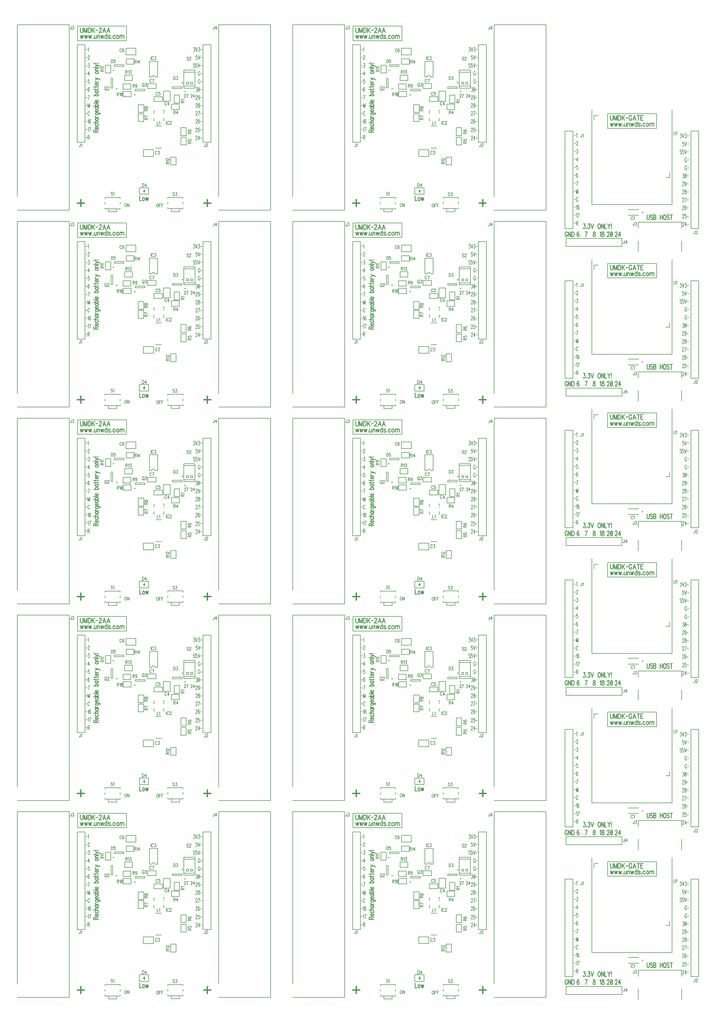
<source format=gbr>
G75*
G70*
%OFA0B0*%
%FSLAX25Y25*%
%IPPOS*%
%LPD*%
%AMOC8*
5,1,8,0,0,1.08239X$1,22.5*
%
%ADD12C,0.00620*%
%ADD23C,0.00770*%
%ADD28C,0.03150*%
%ADD33C,0.00790*%
%ADD46C,0.00590*%
%ADD52C,0.01540*%
%ADD59C,0.01570*%
%ADD68C,0.00930*%
X0000000Y0000000D02*
G75*
G01*
%LPD*%
D28*
X0008860Y0019530D02*
D33*
X0008860Y0234680D01*
X0073820Y0234680D01*
X0073820Y0002400D01*
X0008860Y0002400D01*
X0211920Y0146410D02*
D46*
X0205230Y0146410D01*
X0205230Y0136560D01*
X0211920Y0136560D01*
X0211920Y0146410D01*
X0179140Y0069900D02*
X0166540Y0069900D01*
X0166540Y0078170D01*
X0179140Y0078170D01*
X0179140Y0069900D01*
X0083670Y0087560D02*
D33*
X0093510Y0087560D01*
X0093510Y0209530D01*
X0083670Y0209530D01*
X0083670Y0087560D01*
X0241150Y0087560D02*
X0250990Y0087560D01*
X0250990Y0209530D01*
X0241150Y0209530D01*
X0241150Y0087560D01*
X0191830Y0138990D02*
D46*
X0200100Y0138990D01*
X0200100Y0151590D01*
X0191830Y0151590D01*
X0191830Y0138990D01*
X0144670Y0205060D02*
X0157270Y0205060D01*
X0157270Y0196790D01*
X0144670Y0196790D01*
X0144670Y0205060D01*
X0190310Y0138590D02*
X0179680Y0138590D01*
X0179680Y0144500D01*
X0190310Y0144500D01*
X0190310Y0138590D01*
X0171840Y0160750D02*
X0182470Y0160750D01*
X0182470Y0154840D01*
X0171840Y0154840D01*
X0171840Y0160750D01*
D52*
X0129240Y0177580D03*
X0130160Y0182590D02*
D33*
X0141970Y0182590D01*
X0141970Y0184560D01*
X0130160Y0184560D01*
X0130160Y0182590D01*
X0173230Y0022400D02*
D46*
X0161420Y0022400D01*
X0161420Y0030670D01*
X0173230Y0030670D01*
X0173230Y0022400D01*
G36*
X0168580Y0029030D02*
X0168580Y0024030D01*
X0166080Y0026530D01*
X0168580Y0029030D01*
G37*
D52*
X0215560Y0161930D03*
X0214640Y0156910D02*
D33*
X0202830Y0156910D01*
X0202830Y0154950D01*
X0214640Y0154950D01*
X0214640Y0156910D01*
X0192090Y0114630D02*
X0192090Y0117980D01*
D59*
X0192090Y0126840D03*
X0179880Y0114630D02*
D33*
X0179880Y0117980D01*
X0179880Y0123490D02*
X0179880Y0126840D01*
X0192090Y0114630D02*
X0191500Y0114630D01*
X0180080Y0114610D02*
X0180470Y0114630D01*
X0179880Y0126840D02*
X0180470Y0126840D01*
X0192090Y0123490D02*
X0192090Y0124850D01*
X0184320Y0169200D02*
X0184320Y0188890D01*
X0174080Y0169200D02*
X0174080Y0188890D01*
X0184320Y0188890D02*
X0174080Y0188890D01*
X0181170Y0169200D02*
X0184320Y0169200D01*
X0177230Y0169200D02*
X0174080Y0169200D01*
X0181170Y0169200D02*
G03*
X0177230Y0169200I-001970J0000000D01*
G01*
X0181700Y0107790D02*
X0189200Y0107790D01*
X0181700Y0080290D02*
X0189200Y0080290D01*
D52*
X0155650Y0146810D03*
X0156570Y0151820D02*
D33*
X0168380Y0151820D01*
X0168380Y0153790D01*
X0156570Y0153790D01*
X0156570Y0151820D01*
X0220050Y0093900D02*
D46*
X0213360Y0093900D01*
X0213360Y0084060D01*
X0220050Y0084060D01*
X0220050Y0093900D01*
X0220050Y0105780D02*
X0213360Y0105780D01*
X0213360Y0095930D01*
X0220050Y0095930D01*
X0220050Y0105780D01*
X0143030Y0171710D02*
X0152870Y0171710D01*
X0152870Y0165020D01*
X0143030Y0165020D01*
X0143030Y0171710D01*
X0144960Y0191770D02*
X0154810Y0191770D01*
X0154810Y0185080D01*
X0144960Y0185080D01*
X0144960Y0191770D01*
X0151000Y0144510D02*
X0141150Y0144510D01*
X0141150Y0151200D01*
X0151000Y0151200D01*
X0151000Y0144510D01*
X0207550Y0069020D02*
X0200860Y0069020D01*
X0200860Y0059170D01*
X0207550Y0059170D01*
X0207550Y0069020D01*
X0211620Y0128600D02*
X0201780Y0128600D01*
X0201780Y0135290D01*
X0211620Y0135290D01*
X0211620Y0128600D01*
X0197250Y0004410D02*
D33*
X0216150Y0004410D01*
X0197250Y0018590D02*
X0216150Y0018590D01*
X0197250Y0018590D02*
X0197250Y0017130D01*
X0197250Y0012750D02*
X0197250Y0010250D01*
X0197250Y0004410D02*
X0197250Y0005870D01*
X0216150Y0018590D02*
X0216150Y0017130D01*
X0216150Y0012750D02*
X0216150Y0010250D01*
X0216150Y0004410D02*
X0216150Y0005870D01*
X0201580Y0000670D02*
X0211810Y0000670D01*
X0201580Y0000670D02*
X0201580Y0004410D01*
X0211810Y0000670D02*
X0211810Y0004410D01*
X0118510Y0004220D02*
X0137410Y0004220D01*
X0118510Y0018400D02*
X0137410Y0018400D01*
X0118510Y0018400D02*
X0118510Y0016940D01*
X0118510Y0012560D02*
X0118510Y0010060D01*
X0118510Y0004220D02*
X0118510Y0005680D01*
X0137410Y0018400D02*
X0137410Y0016940D01*
X0137410Y0012560D02*
X0137410Y0010060D01*
X0137410Y0004220D02*
X0137410Y0005680D01*
X0122840Y0000480D02*
X0133070Y0000480D01*
X0122840Y0000480D02*
X0122840Y0004220D01*
X0133070Y0000480D02*
X0133070Y0004220D01*
D52*
X0133170Y0154710D03*
X0128150Y0155630D02*
D33*
X0128150Y0167440D01*
X0126190Y0167440D01*
X0126190Y0155630D01*
X0128150Y0155630D01*
X0118980Y0174180D02*
D46*
X0125670Y0174180D01*
X0125670Y0184030D01*
X0118980Y0184030D01*
X0118980Y0174180D01*
X0150940Y0153820D02*
X0141090Y0153820D01*
X0141090Y0160520D01*
X0150940Y0160520D01*
X0150940Y0153820D01*
X0217120Y0155300D02*
D33*
X0231290Y0155300D01*
X0231290Y0177790D01*
X0217120Y0177790D01*
X0217120Y0155300D01*
X0217120Y0157790D02*
X0231290Y0157790D01*
X0231290Y0175300D01*
X0217120Y0175300D01*
X0217120Y0157790D01*
X0220460Y0160290D02*
X0222960Y0160290D01*
X0222960Y0162800D01*
X0220460Y0162800D01*
X0220460Y0160290D01*
X0225460Y0160290D02*
X0227960Y0160290D01*
X0227960Y0162800D01*
X0225460Y0162800D01*
X0225460Y0160290D01*
D59*
X0218700Y0150800D03*
X0166920Y0123280D02*
D46*
X0160230Y0123280D01*
X0160230Y0113440D01*
X0166920Y0113440D01*
X0166920Y0123280D01*
X0160290Y0124750D02*
X0166980Y0124750D01*
X0166980Y0134590D01*
X0160290Y0134590D01*
X0160290Y0124750D01*
D28*
X0260830Y0019530D02*
D33*
X0260830Y0234680D01*
X0325790Y0234680D01*
X0325790Y0002400D01*
X0260830Y0002400D01*
X0084190Y0232800D02*
X0145450Y0232800D01*
X0145450Y0214680D01*
X0084190Y0214680D01*
X0084190Y0232800D01*
X0076630Y0233040D02*
D12*
X0076630Y0229980D01*
X0076480Y0229410D01*
X0076320Y0229220D01*
X0076020Y0229020D01*
X0075710Y0229020D01*
X0075410Y0229220D01*
X0075250Y0229410D01*
X0075100Y0229980D01*
X0075100Y0230360D01*
X0077930Y0233040D02*
X0079610Y0233040D01*
X0078690Y0231510D01*
X0079150Y0231510D01*
X0079450Y0231320D01*
X0079610Y0231130D01*
X0079760Y0230550D01*
X0079760Y0230170D01*
X0079610Y0229600D01*
X0079300Y0229210D01*
X0078840Y0229020D01*
X0078380Y0229020D01*
X0077930Y0229210D01*
X0077770Y0229410D01*
X0077620Y0229790D01*
X0215660Y0137040D02*
X0215660Y0138410D01*
X0215470Y0138870D01*
X0215280Y0139030D01*
X0214900Y0139180D01*
X0214510Y0139180D01*
X0214130Y0139030D01*
X0213940Y0138870D01*
X0213750Y0138410D01*
X0213750Y0137040D01*
X0217770Y0137040D01*
X0215660Y0138110D02*
X0217770Y0139180D01*
X0214520Y0140170D02*
X0214320Y0140470D01*
X0213750Y0140930D01*
X0217770Y0140930D01*
X0183680Y0075570D02*
X0183520Y0075950D01*
X0183220Y0076340D01*
X0182910Y0076530D01*
X0182300Y0076530D01*
X0181990Y0076340D01*
X0181690Y0075950D01*
X0181530Y0075570D01*
X0181380Y0075000D01*
X0181380Y0074040D01*
X0181530Y0073470D01*
X0181690Y0073080D01*
X0181990Y0072700D01*
X0182300Y0072510D01*
X0182910Y0072510D01*
X0183220Y0072700D01*
X0183520Y0073080D01*
X0183680Y0073470D01*
X0184970Y0076520D02*
X0186650Y0076520D01*
X0185740Y0074990D01*
X0186200Y0074990D01*
X0186500Y0074800D01*
X0186650Y0074610D01*
X0186810Y0074040D01*
X0186810Y0073660D01*
X0186650Y0073080D01*
X0186350Y0072700D01*
X0185890Y0072510D01*
X0185430Y0072510D01*
X0184970Y0072700D01*
X0184820Y0072890D01*
X0184660Y0073270D01*
X0087850Y0086010D02*
X0087850Y0082950D01*
X0087700Y0082370D01*
X0087540Y0082180D01*
X0087240Y0081990D01*
X0086930Y0081990D01*
X0086630Y0082180D01*
X0086470Y0082370D01*
X0086320Y0082950D01*
X0086320Y0083330D01*
X0088840Y0085240D02*
X0089150Y0085430D01*
X0089610Y0086000D01*
X0089610Y0081990D01*
X0244020Y0086010D02*
X0244020Y0082950D01*
X0243860Y0082370D01*
X0243710Y0082180D01*
X0243400Y0081990D01*
X0243100Y0081990D01*
X0242790Y0082180D01*
X0242640Y0082370D01*
X0242490Y0082950D01*
X0242490Y0083330D01*
X0245160Y0085050D02*
X0245160Y0085240D01*
X0245310Y0085620D01*
X0245460Y0085810D01*
X0245770Y0086000D01*
X0246380Y0086000D01*
X0246690Y0085810D01*
X0246840Y0085620D01*
X0247000Y0085240D01*
X0247000Y0084860D01*
X0246840Y0084470D01*
X0246540Y0083900D01*
X0245010Y0081990D01*
X0247150Y0081990D01*
X0195720Y0137070D02*
X0195560Y0137450D01*
X0195260Y0137830D01*
X0194950Y0138030D01*
X0194340Y0138030D01*
X0194030Y0137830D01*
X0193730Y0137450D01*
X0193570Y0137070D01*
X0193420Y0136500D01*
X0193420Y0135540D01*
X0193570Y0134970D01*
X0193730Y0134580D01*
X0194030Y0134200D01*
X0194340Y0134010D01*
X0194950Y0134010D01*
X0195260Y0134200D01*
X0195560Y0134580D01*
X0195720Y0134970D01*
X0198230Y0134010D02*
X0198230Y0138020D01*
X0196700Y0135350D01*
X0199000Y0135350D01*
X0139380Y0203710D02*
X0139220Y0204090D01*
X0138920Y0204480D01*
X0138610Y0204670D01*
X0138000Y0204670D01*
X0137690Y0204480D01*
X0137390Y0204090D01*
X0137230Y0203710D01*
X0137080Y0203140D01*
X0137080Y0202180D01*
X0137230Y0201610D01*
X0137390Y0201220D01*
X0137690Y0200840D01*
X0138000Y0200650D01*
X0138610Y0200650D01*
X0138920Y0200840D01*
X0139220Y0201220D01*
X0139380Y0201610D01*
X0142200Y0204090D02*
X0142050Y0204470D01*
X0141590Y0204660D01*
X0141280Y0204660D01*
X0140820Y0204470D01*
X0140520Y0203900D01*
X0140360Y0202940D01*
X0140360Y0201990D01*
X0140520Y0201220D01*
X0140820Y0200840D01*
X0141280Y0200650D01*
X0141440Y0200650D01*
X0141890Y0200840D01*
X0142200Y0201220D01*
X0142350Y0201800D01*
X0142350Y0201990D01*
X0142200Y0202560D01*
X0141890Y0202940D01*
X0141440Y0203130D01*
X0141280Y0203130D01*
X0140820Y0202940D01*
X0140520Y0202560D01*
X0140360Y0201990D01*
X0184580Y0149400D02*
X0184430Y0149780D01*
X0184120Y0150160D01*
X0183820Y0150350D01*
X0183210Y0150350D01*
X0182900Y0150160D01*
X0182590Y0149780D01*
X0182440Y0149400D01*
X0182290Y0148820D01*
X0182290Y0147870D01*
X0182440Y0147290D01*
X0182590Y0146910D01*
X0182900Y0146530D01*
X0183210Y0146340D01*
X0183820Y0146340D01*
X0184120Y0146530D01*
X0184430Y0146910D01*
X0184580Y0147290D01*
X0187410Y0150350D02*
X0185880Y0150350D01*
X0185720Y0148630D01*
X0185880Y0148820D01*
X0186340Y0149010D01*
X0186790Y0149010D01*
X0187250Y0148820D01*
X0187560Y0148440D01*
X0187710Y0147870D01*
X0187710Y0147480D01*
X0187560Y0146910D01*
X0187250Y0146530D01*
X0186790Y0146340D01*
X0186340Y0146340D01*
X0185880Y0146530D01*
X0185720Y0146720D01*
X0185570Y0147100D01*
X0176740Y0165650D02*
X0176580Y0166030D01*
X0176280Y0166410D01*
X0175970Y0166600D01*
X0175360Y0166600D01*
X0175050Y0166410D01*
X0174750Y0166030D01*
X0174590Y0165650D01*
X0174440Y0165070D01*
X0174440Y0164120D01*
X0174590Y0163540D01*
X0174750Y0163160D01*
X0175050Y0162780D01*
X0175360Y0162590D01*
X0175970Y0162590D01*
X0176280Y0162780D01*
X0176580Y0163160D01*
X0176740Y0163540D01*
X0178340Y0162590D02*
X0179870Y0166600D01*
X0177720Y0166600D01*
X0126330Y0191030D02*
X0126330Y0187010D01*
X0127400Y0187010D01*
X0127860Y0187200D01*
X0128170Y0187580D01*
X0128320Y0187970D01*
X0128470Y0188540D01*
X0128470Y0189500D01*
X0128320Y0190070D01*
X0128170Y0190450D01*
X0127860Y0190840D01*
X0127400Y0191030D01*
X0126330Y0191030D01*
X0131300Y0191020D02*
X0129770Y0191020D01*
X0129620Y0189300D01*
X0129770Y0189490D01*
X0130230Y0189690D01*
X0130690Y0189690D01*
X0131150Y0189490D01*
X0131450Y0189110D01*
X0131610Y0188540D01*
X0131610Y0188160D01*
X0131450Y0187580D01*
X0131150Y0187200D01*
X0130690Y0187010D01*
X0130230Y0187010D01*
X0129770Y0187200D01*
X0129620Y0187390D01*
X0129460Y0187770D01*
X0165240Y0035900D02*
X0165240Y0031880D01*
X0166310Y0031880D01*
X0166770Y0032080D01*
X0167080Y0032460D01*
X0167230Y0032840D01*
X0167380Y0033410D01*
X0167380Y0034370D01*
X0167230Y0034950D01*
X0167080Y0035330D01*
X0166770Y0035710D01*
X0166310Y0035900D01*
X0165240Y0035900D01*
X0169900Y0031880D02*
X0169900Y0035900D01*
X0168370Y0033220D01*
X0170670Y0033220D01*
X0204440Y0169810D02*
X0204440Y0165790D01*
X0205510Y0165790D01*
X0205970Y0165980D01*
X0206280Y0166360D01*
X0206430Y0166750D01*
X0206580Y0167320D01*
X0206580Y0168280D01*
X0206430Y0168850D01*
X0206280Y0169230D01*
X0205970Y0169620D01*
X0205510Y0169810D01*
X0204440Y0169810D01*
X0207880Y0169800D02*
X0209560Y0169800D01*
X0208640Y0168270D01*
X0209100Y0168270D01*
X0209410Y0168080D01*
X0209560Y0167890D01*
X0209720Y0167320D01*
X0209720Y0166940D01*
X0209560Y0166360D01*
X0209260Y0165980D01*
X0208800Y0165790D01*
X0208340Y0165790D01*
X0207880Y0165980D01*
X0207730Y0166170D01*
X0207570Y0166550D01*
X0195280Y0113830D02*
X0195280Y0109810D01*
X0198560Y0112870D02*
X0198410Y0113250D01*
X0198100Y0113640D01*
X0197800Y0113830D01*
X0197190Y0113830D01*
X0196880Y0113640D01*
X0196570Y0113250D01*
X0196420Y0112870D01*
X0196270Y0112300D01*
X0196270Y0111340D01*
X0196420Y0110770D01*
X0196570Y0110380D01*
X0196880Y0110000D01*
X0197190Y0109810D01*
X0197800Y0109810D01*
X0198100Y0110000D01*
X0198410Y0110380D01*
X0198560Y0110770D01*
X0199710Y0112870D02*
X0199710Y0113060D01*
X0199860Y0113440D01*
X0200010Y0113630D01*
X0200320Y0113820D01*
X0200930Y0113820D01*
X0201230Y0113630D01*
X0201390Y0113440D01*
X0201540Y0113060D01*
X0201540Y0112680D01*
X0201390Y0112290D01*
X0201080Y0111720D01*
X0199550Y0109810D01*
X0201690Y0109810D01*
X0175990Y0194750D02*
X0175990Y0190730D01*
X0179280Y0193790D02*
X0179120Y0194170D01*
X0178820Y0194560D01*
X0178510Y0194750D01*
X0177900Y0194750D01*
X0177590Y0194560D01*
X0177290Y0194170D01*
X0177130Y0193790D01*
X0176980Y0193220D01*
X0176980Y0192260D01*
X0177130Y0191690D01*
X0177290Y0191300D01*
X0177590Y0190920D01*
X0177900Y0190730D01*
X0178510Y0190730D01*
X0178820Y0190920D01*
X0179120Y0191300D01*
X0179280Y0191690D01*
X0180570Y0194740D02*
X0182250Y0194740D01*
X0181340Y0193210D01*
X0181800Y0193210D01*
X0182100Y0193020D01*
X0182250Y0192830D01*
X0182410Y0192260D01*
X0182410Y0191880D01*
X0182250Y0191300D01*
X0181950Y0190920D01*
X0181490Y0190730D01*
X0181030Y0190730D01*
X0180570Y0190920D01*
X0180420Y0191110D01*
X0180260Y0191490D01*
X0183660Y0113650D02*
X0183660Y0109630D01*
X0185490Y0109630D01*
X0186480Y0112880D02*
X0186790Y0113070D01*
X0187250Y0113640D01*
X0187250Y0109630D01*
X0166010Y0161510D02*
X0165710Y0161320D01*
X0165400Y0160940D01*
X0165250Y0160550D01*
X0165090Y0159980D01*
X0165090Y0159020D01*
X0165250Y0158450D01*
X0165400Y0158070D01*
X0165710Y0157680D01*
X0166010Y0157490D01*
X0166620Y0157490D01*
X0166930Y0157680D01*
X0167240Y0158070D01*
X0167390Y0158450D01*
X0167540Y0159020D01*
X0167540Y0159980D01*
X0167390Y0160550D01*
X0167240Y0160940D01*
X0166930Y0161320D01*
X0166620Y0161510D01*
X0166010Y0161510D01*
X0166470Y0158260D02*
X0167390Y0157110D01*
X0168840Y0161500D02*
X0170520Y0161500D01*
X0169600Y0159970D01*
X0170060Y0159970D01*
X0170370Y0159780D01*
X0170520Y0159590D01*
X0170680Y0159020D01*
X0170680Y0158640D01*
X0170520Y0158060D01*
X0170220Y0157680D01*
X0169760Y0157490D01*
X0169300Y0157490D01*
X0168840Y0157680D01*
X0168690Y0157870D01*
X0168530Y0158250D01*
X0224420Y0086340D02*
X0224420Y0087720D01*
X0224220Y0088180D01*
X0224030Y0088330D01*
X0223650Y0088490D01*
X0223270Y0088490D01*
X0222890Y0088330D01*
X0222690Y0088180D01*
X0222500Y0087720D01*
X0222500Y0086340D01*
X0226520Y0086340D01*
X0224420Y0087410D02*
X0226520Y0088490D01*
X0222510Y0091310D02*
X0222510Y0089780D01*
X0224230Y0089630D01*
X0224040Y0089780D01*
X0223840Y0090240D01*
X0223840Y0090700D01*
X0224040Y0091160D01*
X0224420Y0091470D01*
X0224990Y0091620D01*
X0225370Y0091620D01*
X0225950Y0091470D01*
X0226330Y0091160D01*
X0226520Y0090700D01*
X0226520Y0090240D01*
X0226330Y0089780D01*
X0226140Y0089630D01*
X0225760Y0089470D01*
X0224420Y0098300D02*
X0224420Y0099670D01*
X0224220Y0100130D01*
X0224030Y0100290D01*
X0223650Y0100440D01*
X0223270Y0100440D01*
X0222890Y0100290D01*
X0222690Y0100130D01*
X0222500Y0099670D01*
X0222500Y0098300D01*
X0226520Y0098300D01*
X0224420Y0099370D02*
X0226520Y0100440D01*
X0223080Y0103260D02*
X0222700Y0103110D01*
X0222510Y0102650D01*
X0222510Y0102350D01*
X0222700Y0101890D01*
X0223270Y0101580D01*
X0224230Y0101430D01*
X0225180Y0101430D01*
X0225950Y0101580D01*
X0226330Y0101890D01*
X0226520Y0102350D01*
X0226520Y0102500D01*
X0226330Y0102960D01*
X0225950Y0103260D01*
X0225370Y0103420D01*
X0225180Y0103420D01*
X0224610Y0103260D01*
X0224230Y0102960D01*
X0224040Y0102500D01*
X0224040Y0102350D01*
X0224230Y0101890D01*
X0224610Y0101580D01*
X0225180Y0101430D01*
X0144430Y0175650D02*
X0145810Y0175650D01*
X0146270Y0175850D01*
X0146430Y0176040D01*
X0146580Y0176420D01*
X0146580Y0176800D01*
X0146430Y0177180D01*
X0146270Y0177380D01*
X0145810Y0177570D01*
X0144430Y0177570D01*
X0144430Y0173550D01*
X0145510Y0175650D02*
X0146580Y0173550D01*
X0147570Y0176800D02*
X0147870Y0176990D01*
X0148330Y0177560D01*
X0148330Y0173550D01*
X0149630Y0177560D02*
X0151310Y0177560D01*
X0150390Y0176030D01*
X0150850Y0176030D01*
X0151160Y0175840D01*
X0151310Y0175650D01*
X0151470Y0175080D01*
X0151470Y0174700D01*
X0151310Y0174120D01*
X0151010Y0173740D01*
X0150550Y0173550D01*
X0150090Y0173550D01*
X0149630Y0173740D01*
X0149480Y0173930D01*
X0149320Y0174310D01*
X0155040Y0188210D02*
X0156420Y0188210D01*
X0156880Y0188410D01*
X0157030Y0188600D01*
X0157190Y0188980D01*
X0157190Y0189360D01*
X0157030Y0189740D01*
X0156880Y0189940D01*
X0156420Y0190130D01*
X0155040Y0190130D01*
X0155040Y0186110D01*
X0156110Y0188210D02*
X0157190Y0186110D01*
X0158170Y0189360D02*
X0158480Y0189550D01*
X0158940Y0190120D01*
X0158940Y0186110D01*
X0161460Y0186110D02*
X0161460Y0190120D01*
X0159930Y0187450D01*
X0162230Y0187450D01*
X0133810Y0147640D02*
X0135190Y0147640D01*
X0135650Y0147840D01*
X0135800Y0148030D01*
X0135950Y0148410D01*
X0135950Y0148790D01*
X0135800Y0149170D01*
X0135650Y0149370D01*
X0135190Y0149560D01*
X0133810Y0149560D01*
X0133810Y0145540D01*
X0134880Y0147640D02*
X0135950Y0145540D01*
X0136940Y0148790D02*
X0137250Y0148980D01*
X0137710Y0149550D01*
X0137710Y0145540D01*
X0139620Y0149550D02*
X0139160Y0149360D01*
X0138850Y0148790D01*
X0138700Y0147830D01*
X0138700Y0147260D01*
X0138850Y0146300D01*
X0139160Y0145730D01*
X0139620Y0145540D01*
X0139920Y0145540D01*
X0140380Y0145730D01*
X0140680Y0146300D01*
X0140840Y0147260D01*
X0140840Y0147830D01*
X0140680Y0148790D01*
X0140380Y0149360D01*
X0139920Y0149550D01*
X0139620Y0149550D01*
X0140680Y0148790D02*
X0138850Y0146300D01*
X0196920Y0060580D02*
X0196920Y0061960D01*
X0196720Y0062420D01*
X0196530Y0062570D01*
X0196150Y0062720D01*
X0195770Y0062720D01*
X0195390Y0062570D01*
X0195190Y0062420D01*
X0195000Y0061960D01*
X0195000Y0060580D01*
X0199020Y0060580D01*
X0196920Y0061650D02*
X0199020Y0062720D01*
X0195770Y0063710D02*
X0195580Y0064020D01*
X0195010Y0064480D01*
X0199020Y0064480D01*
X0195960Y0065620D02*
X0195770Y0065620D01*
X0195390Y0065770D01*
X0195200Y0065930D01*
X0195010Y0066230D01*
X0195010Y0066850D01*
X0195200Y0067150D01*
X0195390Y0067300D01*
X0195770Y0067460D01*
X0196150Y0067460D01*
X0196540Y0067300D01*
X0197110Y0067000D01*
X0199020Y0065470D01*
X0199020Y0067610D01*
X0204610Y0124860D02*
X0205980Y0124860D01*
X0206440Y0125060D01*
X0206600Y0125250D01*
X0206750Y0125630D01*
X0206750Y0126010D01*
X0206600Y0126390D01*
X0206440Y0126590D01*
X0205980Y0126780D01*
X0204610Y0126780D01*
X0204610Y0122760D01*
X0205680Y0124860D02*
X0206750Y0122760D01*
X0209270Y0122760D02*
X0209270Y0126770D01*
X0207740Y0124100D01*
X0210030Y0124100D01*
X0205580Y0024060D02*
X0205270Y0024450D01*
X0204810Y0024640D01*
X0204200Y0024640D01*
X0203740Y0024450D01*
X0203430Y0024060D01*
X0203430Y0023680D01*
X0203590Y0023300D01*
X0203740Y0023110D01*
X0204050Y0022920D01*
X0204970Y0022530D01*
X0205270Y0022340D01*
X0205430Y0022150D01*
X0205580Y0021770D01*
X0205580Y0021190D01*
X0205270Y0020810D01*
X0204810Y0020620D01*
X0204200Y0020620D01*
X0203740Y0020810D01*
X0203430Y0021190D01*
X0206870Y0024630D02*
X0208550Y0024630D01*
X0207640Y0023100D01*
X0208100Y0023100D01*
X0208400Y0022910D01*
X0208550Y0022720D01*
X0208710Y0022150D01*
X0208710Y0021770D01*
X0208550Y0021190D01*
X0208250Y0020810D01*
X0207790Y0020620D01*
X0207330Y0020620D01*
X0206870Y0020810D01*
X0206720Y0021000D01*
X0206570Y0021380D01*
X0184040Y0010570D02*
X0183730Y0010380D01*
X0183420Y0009990D01*
X0183270Y0009610D01*
X0183120Y0009040D01*
X0183120Y0008080D01*
X0183270Y0007510D01*
X0183420Y0007120D01*
X0183730Y0006740D01*
X0184040Y0006550D01*
X0184650Y0006550D01*
X0184950Y0006740D01*
X0185260Y0007120D01*
X0185410Y0007510D01*
X0185560Y0008080D01*
X0185560Y0009040D01*
X0185410Y0009610D01*
X0185260Y0009990D01*
X0184950Y0010380D01*
X0184650Y0010570D01*
X0184040Y0010570D01*
X0188540Y0010570D02*
X0186550Y0010570D01*
X0186550Y0006550D01*
X0186550Y0008650D02*
X0187780Y0008650D01*
X0191520Y0010570D02*
X0189530Y0010570D01*
X0189530Y0006550D01*
X0189530Y0008650D02*
X0190760Y0008650D01*
X0128150Y0024500D02*
X0127850Y0024880D01*
X0127390Y0025070D01*
X0126770Y0025070D01*
X0126310Y0024880D01*
X0126010Y0024500D01*
X0126010Y0024120D01*
X0126160Y0023730D01*
X0126310Y0023540D01*
X0126620Y0023350D01*
X0127540Y0022970D01*
X0127850Y0022780D01*
X0128000Y0022580D01*
X0128150Y0022200D01*
X0128150Y0021630D01*
X0127850Y0021250D01*
X0127390Y0021050D01*
X0126770Y0021050D01*
X0126310Y0021250D01*
X0126010Y0021630D01*
X0129140Y0024300D02*
X0129450Y0024500D01*
X0129910Y0025070D01*
X0129910Y0021050D01*
X0144210Y0011000D02*
X0143910Y0010810D01*
X0143600Y0010430D01*
X0143450Y0010050D01*
X0143290Y0009470D01*
X0143290Y0008510D01*
X0143450Y0007940D01*
X0143600Y0007560D01*
X0143910Y0007180D01*
X0144210Y0006980D01*
X0144830Y0006980D01*
X0145130Y0007180D01*
X0145440Y0007560D01*
X0145590Y0007940D01*
X0145740Y0008510D01*
X0145740Y0009470D01*
X0145590Y0010050D01*
X0145440Y0010430D01*
X0145130Y0010810D01*
X0144830Y0011000D01*
X0144210Y0011000D01*
X0148870Y0011000D02*
X0148870Y0006980D01*
X0146730Y0011000D01*
X0146730Y0006980D01*
X0119140Y0157050D02*
X0118830Y0156860D01*
X0118520Y0156480D01*
X0118370Y0156090D01*
X0118220Y0155520D01*
X0118220Y0154560D01*
X0118370Y0153990D01*
X0118520Y0153610D01*
X0118830Y0153220D01*
X0119140Y0153030D01*
X0119750Y0153030D01*
X0120060Y0153220D01*
X0120360Y0153610D01*
X0120510Y0153990D01*
X0120670Y0154560D01*
X0120670Y0155520D01*
X0120510Y0156090D01*
X0120360Y0156480D01*
X0120060Y0156860D01*
X0119750Y0157050D01*
X0119140Y0157050D01*
X0119600Y0153800D02*
X0120510Y0152650D01*
X0121810Y0156090D02*
X0121810Y0156280D01*
X0121960Y0156660D01*
X0122120Y0156850D01*
X0122420Y0157040D01*
X0123040Y0157040D01*
X0123340Y0156850D01*
X0123490Y0156660D01*
X0123650Y0156280D01*
X0123650Y0155900D01*
X0123490Y0155510D01*
X0123190Y0154940D01*
X0121660Y0153030D01*
X0123800Y0153030D01*
X0115030Y0176280D02*
X0115030Y0177650D01*
X0114840Y0178110D01*
X0114650Y0178270D01*
X0114270Y0178420D01*
X0113880Y0178420D01*
X0113500Y0178270D01*
X0113310Y0178110D01*
X0113120Y0177650D01*
X0113120Y0176280D01*
X0117140Y0176280D01*
X0115030Y0177350D02*
X0117140Y0178420D01*
X0113890Y0179410D02*
X0113690Y0179720D01*
X0113120Y0180180D01*
X0117140Y0180180D01*
X0113890Y0181170D02*
X0113690Y0181470D01*
X0113120Y0181930D01*
X0117140Y0181930D01*
X0153450Y0158210D02*
X0154830Y0158210D01*
X0155290Y0158400D01*
X0155450Y0158590D01*
X0155600Y0158970D01*
X0155600Y0159360D01*
X0155450Y0159740D01*
X0155290Y0159930D01*
X0154830Y0160120D01*
X0153450Y0160120D01*
X0153450Y0156110D01*
X0154530Y0158210D02*
X0155600Y0156110D01*
X0158580Y0158780D02*
X0158420Y0158210D01*
X0158120Y0157830D01*
X0157660Y0157640D01*
X0157510Y0157640D01*
X0157050Y0157830D01*
X0156740Y0158210D01*
X0156590Y0158780D01*
X0156590Y0158970D01*
X0156740Y0159550D01*
X0157050Y0159930D01*
X0157510Y0160120D01*
X0157660Y0160120D01*
X0158120Y0159930D01*
X0158420Y0159550D01*
X0158580Y0158780D01*
X0158580Y0157830D01*
X0158420Y0156870D01*
X0158120Y0156300D01*
X0157660Y0156110D01*
X0157350Y0156110D01*
X0156890Y0156300D01*
X0156740Y0156680D01*
X0223090Y0193710D02*
X0222780Y0194090D01*
X0222320Y0194280D01*
X0221710Y0194280D01*
X0221250Y0194090D01*
X0220940Y0193710D01*
X0220940Y0193330D01*
X0221100Y0192940D01*
X0221250Y0192750D01*
X0221560Y0192560D01*
X0222480Y0192180D01*
X0222780Y0191990D01*
X0222940Y0191790D01*
X0223090Y0191410D01*
X0223090Y0190840D01*
X0222780Y0190460D01*
X0222320Y0190260D01*
X0221710Y0190260D01*
X0221250Y0190460D01*
X0220940Y0190840D01*
X0224230Y0193320D02*
X0224230Y0193510D01*
X0224380Y0193900D01*
X0224540Y0194090D01*
X0224840Y0194280D01*
X0225450Y0194280D01*
X0225760Y0194090D01*
X0225910Y0193900D01*
X0226070Y0193510D01*
X0226070Y0193130D01*
X0225910Y0192750D01*
X0225610Y0192180D01*
X0224080Y0190260D01*
X0226220Y0190260D01*
X0170040Y0115720D02*
X0170040Y0117100D01*
X0169840Y0117560D01*
X0169650Y0117710D01*
X0169270Y0117870D01*
X0168890Y0117870D01*
X0168510Y0117710D01*
X0168310Y0117560D01*
X0168120Y0117100D01*
X0168120Y0115720D01*
X0172140Y0115720D01*
X0170040Y0116790D02*
X0172140Y0117870D01*
X0172140Y0119470D02*
X0168130Y0121000D01*
X0168130Y0118850D01*
X0170100Y0127030D02*
X0170100Y0128410D01*
X0169900Y0128870D01*
X0169710Y0129020D01*
X0169330Y0129180D01*
X0168950Y0129180D01*
X0168570Y0129020D01*
X0168370Y0128870D01*
X0168180Y0128410D01*
X0168180Y0127030D01*
X0172200Y0127030D01*
X0170100Y0128100D02*
X0172200Y0129180D01*
X0168190Y0130930D02*
X0168380Y0130470D01*
X0168760Y0130320D01*
X0169140Y0130320D01*
X0169520Y0130470D01*
X0169720Y0130780D01*
X0169910Y0131390D01*
X0170100Y0131850D01*
X0170480Y0132150D01*
X0170860Y0132300D01*
X0171440Y0132300D01*
X0171820Y0132150D01*
X0172010Y0132000D01*
X0172200Y0131540D01*
X0172200Y0130930D01*
X0172010Y0130470D01*
X0171820Y0130320D01*
X0171440Y0130160D01*
X0170860Y0130160D01*
X0170480Y0130320D01*
X0170100Y0130620D01*
X0169910Y0131080D01*
X0169720Y0131690D01*
X0169520Y0132000D01*
X0169140Y0132150D01*
X0168760Y0132150D01*
X0168380Y0132000D01*
X0168190Y0131540D01*
X0168190Y0130930D01*
X0255390Y0233040D02*
X0255390Y0229980D01*
X0255240Y0229410D01*
X0255080Y0229220D01*
X0254780Y0229020D01*
X0254470Y0229020D01*
X0254170Y0229220D01*
X0254010Y0229410D01*
X0253860Y0229980D01*
X0253860Y0230360D01*
X0257910Y0229020D02*
X0257910Y0233040D01*
X0256380Y0230360D01*
X0258670Y0230360D01*
X0217940Y0146570D02*
X0217940Y0146760D01*
X0218080Y0147140D01*
X0218210Y0147330D01*
X0218480Y0147520D01*
X0219020Y0147520D01*
X0219280Y0147330D01*
X0219420Y0147140D01*
X0219550Y0146760D01*
X0219550Y0146380D01*
X0219420Y0145990D01*
X0219150Y0145420D01*
X0217810Y0143510D01*
X0219680Y0143510D01*
X0221080Y0143510D02*
X0222420Y0147520D01*
X0220550Y0147520D01*
X0226150Y0146570D02*
X0226150Y0146760D01*
X0226280Y0147140D01*
X0226410Y0147330D01*
X0226680Y0147520D01*
X0227220Y0147520D01*
X0227480Y0147330D01*
X0227620Y0147140D01*
X0227750Y0146760D01*
X0227750Y0146380D01*
X0227620Y0145990D01*
X0227350Y0145420D01*
X0226010Y0143510D01*
X0227890Y0143510D01*
X0230090Y0143510D02*
X0230090Y0147520D01*
X0228750Y0144850D01*
X0230760Y0144850D01*
X0161700Y0020590D02*
D68*
X0161700Y0014560D01*
X0164110Y0014560D01*
X0166410Y0018580D02*
X0166010Y0018300D01*
X0165610Y0017720D01*
X0165410Y0016860D01*
X0165410Y0016290D01*
X0165610Y0015430D01*
X0166010Y0014860D01*
X0166410Y0014560D01*
X0167010Y0014560D01*
X0167420Y0014860D01*
X0167820Y0015430D01*
X0168020Y0016290D01*
X0168020Y0016860D01*
X0167820Y0017720D01*
X0167420Y0018300D01*
X0167010Y0018580D01*
X0166410Y0018580D01*
X0169320Y0018580D02*
X0170120Y0014560D01*
X0170920Y0018580D01*
X0171730Y0014560D01*
X0172530Y0018580D01*
X0106910Y0100260D02*
X0106910Y0102070D01*
X0106610Y0102670D01*
X0106330Y0102880D01*
X0105760Y0103080D01*
X0105180Y0103080D01*
X0104610Y0102880D01*
X0104320Y0102670D01*
X0104030Y0102070D01*
X0104030Y0100260D01*
X0110060Y0100260D01*
X0106910Y0101670D02*
X0110060Y0103080D01*
X0107770Y0104370D02*
X0107770Y0106780D01*
X0107190Y0106780D01*
X0106610Y0106580D01*
X0106330Y0106380D01*
X0106040Y0105980D01*
X0106040Y0105380D01*
X0106330Y0104980D01*
X0106910Y0104570D01*
X0107770Y0104370D01*
X0108340Y0104370D01*
X0109200Y0104570D01*
X0109770Y0104980D01*
X0110060Y0105380D01*
X0110060Y0105980D01*
X0109770Y0106380D01*
X0109200Y0106780D01*
X0106910Y0110490D02*
X0106330Y0110090D01*
X0106040Y0109690D01*
X0106040Y0109090D01*
X0106330Y0108680D01*
X0106910Y0108280D01*
X0107770Y0108080D01*
X0108340Y0108080D01*
X0109200Y0108280D01*
X0109770Y0108680D01*
X0110060Y0109090D01*
X0110060Y0109690D01*
X0109770Y0110090D01*
X0109200Y0110490D01*
X0104030Y0111790D02*
X0110060Y0111790D01*
X0107190Y0111790D02*
X0106330Y0112390D01*
X0106040Y0112800D01*
X0106040Y0113400D01*
X0106330Y0113800D01*
X0107190Y0114000D01*
X0110060Y0114000D01*
X0106040Y0117710D02*
X0110060Y0117710D01*
X0106910Y0117710D02*
X0106330Y0117310D01*
X0106040Y0116900D01*
X0106040Y0116300D01*
X0106330Y0115900D01*
X0106910Y0115500D01*
X0107770Y0115300D01*
X0108340Y0115300D01*
X0109200Y0115500D01*
X0109770Y0115900D01*
X0110060Y0116300D01*
X0110060Y0116900D01*
X0109770Y0117310D01*
X0109200Y0117710D01*
X0106040Y0119000D02*
X0110060Y0119000D01*
X0107770Y0119000D02*
X0106910Y0119210D01*
X0106330Y0119610D01*
X0106040Y0120010D01*
X0106040Y0120610D01*
X0106330Y0124320D02*
X0110930Y0124320D01*
X0111780Y0124120D01*
X0112070Y0123920D01*
X0112360Y0123520D01*
X0112360Y0122910D01*
X0112070Y0122520D01*
X0107190Y0124320D02*
X0106620Y0123920D01*
X0106330Y0123520D01*
X0106330Y0122910D01*
X0106620Y0122520D01*
X0107190Y0122110D01*
X0108050Y0121910D01*
X0108630Y0121910D01*
X0109490Y0122110D01*
X0110060Y0122520D01*
X0110350Y0122910D01*
X0110350Y0123520D01*
X0110060Y0123920D01*
X0109490Y0124320D01*
X0107770Y0125620D02*
X0107770Y0128030D01*
X0107190Y0128030D01*
X0106610Y0127830D01*
X0106330Y0127630D01*
X0106040Y0127220D01*
X0106040Y0126620D01*
X0106330Y0126220D01*
X0106910Y0125820D01*
X0107770Y0125620D01*
X0108340Y0125620D01*
X0109200Y0125820D01*
X0109770Y0126220D01*
X0110060Y0126620D01*
X0110060Y0127220D01*
X0109770Y0127630D01*
X0109200Y0128030D01*
X0106040Y0131730D02*
X0110060Y0131730D01*
X0106910Y0131730D02*
X0106330Y0131330D01*
X0106040Y0130930D01*
X0106040Y0130330D01*
X0106330Y0129930D01*
X0106910Y0129530D01*
X0107770Y0129320D01*
X0108340Y0129320D01*
X0109200Y0129530D01*
X0109770Y0129930D01*
X0110060Y0130330D01*
X0110060Y0130930D01*
X0109770Y0131330D01*
X0109200Y0131730D01*
X0104030Y0133030D02*
X0110060Y0133030D01*
X0106910Y0133030D02*
X0106330Y0133440D01*
X0106040Y0133830D01*
X0106040Y0134440D01*
X0106330Y0134840D01*
X0106910Y0135240D01*
X0107770Y0135440D01*
X0108340Y0135440D01*
X0109200Y0135240D01*
X0109770Y0134840D01*
X0110060Y0134440D01*
X0110060Y0133830D01*
X0109770Y0133440D01*
X0109200Y0133030D01*
X0104030Y0136740D02*
X0110060Y0136740D01*
X0107770Y0138030D02*
X0107770Y0140440D01*
X0107190Y0140440D01*
X0106610Y0140240D01*
X0106330Y0140040D01*
X0106040Y0139640D01*
X0106040Y0139040D01*
X0106330Y0138640D01*
X0106910Y0138230D01*
X0107770Y0138030D01*
X0108340Y0138030D01*
X0109200Y0138230D01*
X0109770Y0138640D01*
X0110060Y0139040D01*
X0110060Y0139640D01*
X0109770Y0140040D01*
X0109200Y0140440D01*
X0104030Y0145820D02*
X0110060Y0145820D01*
X0106910Y0145820D02*
X0106330Y0146230D01*
X0106040Y0146630D01*
X0106040Y0147230D01*
X0106330Y0147630D01*
X0106910Y0148030D01*
X0107770Y0148230D01*
X0108340Y0148230D01*
X0109200Y0148030D01*
X0109770Y0147630D01*
X0110060Y0147230D01*
X0110060Y0146630D01*
X0109770Y0146230D01*
X0109200Y0145820D01*
X0106040Y0151940D02*
X0110060Y0151940D01*
X0106910Y0151940D02*
X0106330Y0151540D01*
X0106040Y0151140D01*
X0106040Y0150540D01*
X0106330Y0150130D01*
X0106910Y0149730D01*
X0107770Y0149530D01*
X0108340Y0149530D01*
X0109200Y0149730D01*
X0109770Y0150130D01*
X0110060Y0150540D01*
X0110060Y0151140D01*
X0109770Y0151540D01*
X0109200Y0151940D01*
X0104030Y0153840D02*
X0108920Y0153840D01*
X0109770Y0154040D01*
X0110060Y0154440D01*
X0110060Y0154840D01*
X0106040Y0153240D02*
X0106040Y0154640D01*
X0104030Y0156740D02*
X0108920Y0156740D01*
X0109770Y0156940D01*
X0110060Y0157350D01*
X0110060Y0157750D01*
X0106040Y0156140D02*
X0106040Y0157550D01*
X0107770Y0159040D02*
X0107770Y0161450D01*
X0107190Y0161450D01*
X0106610Y0161250D01*
X0106330Y0161050D01*
X0106040Y0160650D01*
X0106040Y0160050D01*
X0106330Y0159650D01*
X0106910Y0159240D01*
X0107770Y0159040D01*
X0108340Y0159040D01*
X0109200Y0159240D01*
X0109770Y0159650D01*
X0110060Y0160050D01*
X0110060Y0160650D01*
X0109770Y0161050D01*
X0109200Y0161450D01*
X0106040Y0162750D02*
X0110060Y0162750D01*
X0107770Y0162750D02*
X0106910Y0162950D01*
X0106330Y0163350D01*
X0106040Y0163760D01*
X0106040Y0164360D01*
X0106040Y0165860D02*
X0110060Y0167060D01*
X0111210Y0166660D01*
X0111790Y0166260D01*
X0112070Y0165860D01*
X0112070Y0165660D01*
X0106040Y0168270D02*
X0110060Y0167060D01*
X0106040Y0174650D02*
X0106330Y0174250D01*
X0106910Y0173850D01*
X0107770Y0173650D01*
X0108340Y0173650D01*
X0109200Y0173850D01*
X0109770Y0174250D01*
X0110060Y0174650D01*
X0110060Y0175260D01*
X0109770Y0175660D01*
X0109200Y0176060D01*
X0108340Y0176260D01*
X0107770Y0176260D01*
X0106910Y0176060D01*
X0106330Y0175660D01*
X0106040Y0175260D01*
X0106040Y0174650D01*
X0106040Y0177560D02*
X0110060Y0177560D01*
X0107190Y0177560D02*
X0106330Y0178160D01*
X0106040Y0178570D01*
X0106040Y0179170D01*
X0106330Y0179570D01*
X0107190Y0179770D01*
X0110060Y0179770D01*
X0104030Y0181070D02*
X0110060Y0181070D01*
X0106040Y0182570D02*
X0110060Y0183770D01*
X0111210Y0183370D01*
X0111790Y0182970D01*
X0112070Y0182570D01*
X0112070Y0182360D01*
X0106040Y0184980D02*
X0110060Y0183770D01*
X0104040Y0186480D02*
X0108050Y0186480D01*
X0109490Y0186480D02*
X0109780Y0186280D01*
X0110060Y0186480D01*
X0109780Y0186680D01*
X0109490Y0186480D01*
X0232250Y0094260D02*
D23*
X0232250Y0094500D01*
X0232390Y0094980D01*
X0232530Y0095220D01*
X0232820Y0095460D01*
X0233390Y0095460D01*
X0233680Y0095220D01*
X0233820Y0094980D01*
X0233970Y0094500D01*
X0233970Y0094030D01*
X0233820Y0093550D01*
X0233540Y0092830D01*
X0232100Y0090440D01*
X0234110Y0090440D01*
X0236470Y0090440D02*
X0236470Y0095460D01*
X0235040Y0092110D01*
X0237190Y0092110D01*
X0238110Y0092950D02*
X0239770Y0092950D01*
X0232250Y0104260D02*
X0232250Y0104500D01*
X0232390Y0104980D01*
X0232530Y0105220D01*
X0232820Y0105460D01*
X0233400Y0105460D01*
X0233680Y0105220D01*
X0233820Y0104980D01*
X0233970Y0104500D01*
X0233970Y0104020D01*
X0233820Y0103540D01*
X0233540Y0102830D01*
X0232100Y0100440D01*
X0234110Y0100440D01*
X0236760Y0105460D02*
X0235330Y0105460D01*
X0235180Y0103310D01*
X0235330Y0103540D01*
X0235760Y0103790D01*
X0236190Y0103790D01*
X0236620Y0103540D01*
X0236910Y0103070D01*
X0237050Y0102350D01*
X0237050Y0101870D01*
X0236910Y0101160D01*
X0236620Y0100670D01*
X0236190Y0100440D01*
X0235760Y0100440D01*
X0235330Y0100670D01*
X0235180Y0100920D01*
X0235040Y0101390D01*
X0237970Y0102950D02*
X0239630Y0102950D01*
X0230990Y0185370D02*
X0230700Y0185850D01*
X0230270Y0186080D01*
X0229700Y0186080D01*
X0229270Y0185850D01*
X0228980Y0185370D01*
X0228980Y0184890D01*
X0229120Y0184410D01*
X0229270Y0184170D01*
X0229550Y0183930D01*
X0230410Y0183450D01*
X0230700Y0183220D01*
X0230840Y0182970D01*
X0230990Y0182500D01*
X0230990Y0181780D01*
X0230700Y0181300D01*
X0230270Y0181060D01*
X0229700Y0181060D01*
X0229270Y0181300D01*
X0228980Y0181780D01*
X0233630Y0186080D02*
X0232200Y0186080D01*
X0232060Y0183930D01*
X0232200Y0184170D01*
X0232630Y0184410D01*
X0233060Y0184410D01*
X0233490Y0184170D01*
X0233780Y0183690D01*
X0233920Y0182970D01*
X0233920Y0182500D01*
X0233780Y0181780D01*
X0233490Y0181300D01*
X0233060Y0181060D01*
X0232630Y0181060D01*
X0232200Y0181300D01*
X0232060Y0181540D01*
X0231910Y0182020D01*
X0234850Y0186080D02*
X0236000Y0181060D01*
X0237140Y0186080D01*
X0238070Y0183570D02*
X0239730Y0183570D01*
X0233820Y0196080D02*
X0232390Y0196080D01*
X0232250Y0193930D01*
X0232390Y0194170D01*
X0232820Y0194410D01*
X0233250Y0194410D01*
X0233680Y0194170D01*
X0233970Y0193690D01*
X0234110Y0192970D01*
X0234110Y0192500D01*
X0233970Y0191780D01*
X0233680Y0191300D01*
X0233250Y0191060D01*
X0232820Y0191060D01*
X0232390Y0191300D01*
X0232250Y0191540D01*
X0232100Y0192020D01*
X0235040Y0196090D02*
X0236180Y0191060D01*
X0237330Y0196090D01*
X0238260Y0193570D02*
X0239920Y0193570D01*
X0229260Y0206080D02*
X0230840Y0206080D01*
X0229980Y0204170D01*
X0230410Y0204170D01*
X0230700Y0203930D01*
X0230840Y0203700D01*
X0230990Y0202980D01*
X0230990Y0202500D01*
X0230840Y0201780D01*
X0230550Y0201300D01*
X0230120Y0201060D01*
X0229690Y0201060D01*
X0229260Y0201300D01*
X0229120Y0201550D01*
X0228980Y0202020D01*
X0231910Y0206090D02*
X0233060Y0201060D01*
X0234210Y0206090D01*
X0235420Y0206080D02*
X0237000Y0206080D01*
X0236140Y0204170D01*
X0236570Y0204170D01*
X0236850Y0203930D01*
X0237000Y0203700D01*
X0237140Y0202980D01*
X0237140Y0202500D01*
X0237000Y0201780D01*
X0236710Y0201300D01*
X0236280Y0201060D01*
X0235850Y0201060D01*
X0235420Y0201300D01*
X0235280Y0201550D01*
X0235130Y0202020D01*
X0238070Y0203570D02*
X0239730Y0203570D01*
X0237380Y0174890D02*
X0237240Y0175370D01*
X0236950Y0175850D01*
X0236660Y0176090D01*
X0236090Y0176090D01*
X0235800Y0175850D01*
X0235520Y0175370D01*
X0235370Y0174890D01*
X0235230Y0174170D01*
X0235230Y0172970D01*
X0235370Y0172260D01*
X0235520Y0171780D01*
X0235800Y0171310D01*
X0236090Y0171060D01*
X0236660Y0171060D01*
X0236950Y0171310D01*
X0237240Y0171780D01*
X0237380Y0172260D01*
X0237380Y0172970D01*
X0236660Y0172970D01*
X0238310Y0173570D02*
X0239960Y0173570D01*
X0237380Y0164890D02*
X0237240Y0165370D01*
X0236950Y0165850D01*
X0236660Y0166090D01*
X0236090Y0166090D01*
X0235800Y0165850D01*
X0235520Y0165370D01*
X0235370Y0164890D01*
X0235230Y0164170D01*
X0235230Y0162970D01*
X0235370Y0162260D01*
X0235520Y0161780D01*
X0235800Y0161310D01*
X0236090Y0161060D01*
X0236660Y0161060D01*
X0236950Y0161310D01*
X0237240Y0161780D01*
X0237380Y0162260D01*
X0237380Y0162970D01*
X0236660Y0162970D01*
X0238310Y0163570D02*
X0239960Y0163570D01*
X0232390Y0156080D02*
X0233970Y0156080D01*
X0233110Y0154170D01*
X0233540Y0154170D01*
X0233820Y0153930D01*
X0233970Y0153690D01*
X0234110Y0152970D01*
X0234110Y0152500D01*
X0233970Y0151780D01*
X0233680Y0151300D01*
X0233250Y0151060D01*
X0232820Y0151060D01*
X0232390Y0151300D01*
X0232250Y0151540D01*
X0232100Y0152020D01*
X0235900Y0156080D02*
X0235470Y0155840D01*
X0235180Y0155120D01*
X0235040Y0153930D01*
X0235040Y0153210D01*
X0235180Y0152020D01*
X0235470Y0151300D01*
X0235900Y0151060D01*
X0236190Y0151060D01*
X0236620Y0151300D01*
X0236900Y0152020D01*
X0237050Y0153210D01*
X0237050Y0153930D01*
X0236900Y0155120D01*
X0236620Y0155840D01*
X0236190Y0156080D01*
X0235900Y0156080D01*
X0236900Y0155120D02*
X0235180Y0152020D01*
X0237970Y0153570D02*
X0239630Y0153570D01*
X0232250Y0144890D02*
X0232250Y0145120D01*
X0232390Y0145610D01*
X0232530Y0145840D01*
X0232820Y0146080D01*
X0233400Y0146080D01*
X0233680Y0145840D01*
X0233820Y0145610D01*
X0233970Y0145120D01*
X0233970Y0144650D01*
X0233820Y0144170D01*
X0233540Y0143460D01*
X0232100Y0141060D01*
X0234110Y0141060D01*
X0236910Y0144410D02*
X0236760Y0143690D01*
X0236470Y0143210D01*
X0236040Y0142970D01*
X0235900Y0142970D01*
X0235470Y0143210D01*
X0235180Y0143690D01*
X0235040Y0144410D01*
X0235040Y0144650D01*
X0235180Y0145370D01*
X0235470Y0145840D01*
X0235900Y0146080D01*
X0236040Y0146080D01*
X0236470Y0145840D01*
X0236760Y0145370D01*
X0236910Y0144410D01*
X0236910Y0143210D01*
X0236760Y0142020D01*
X0236470Y0141300D01*
X0236040Y0141060D01*
X0235760Y0141060D01*
X0235330Y0141300D01*
X0235180Y0141780D01*
X0237830Y0143570D02*
X0239490Y0143570D01*
X0232250Y0134890D02*
X0232250Y0135120D01*
X0232390Y0135610D01*
X0232530Y0135840D01*
X0232820Y0136080D01*
X0233400Y0136080D01*
X0233680Y0135840D01*
X0233820Y0135610D01*
X0233970Y0135120D01*
X0233970Y0134650D01*
X0233820Y0134170D01*
X0233540Y0133460D01*
X0232100Y0131060D01*
X0234110Y0131060D01*
X0235750Y0136080D02*
X0235330Y0135840D01*
X0235180Y0135370D01*
X0235180Y0134890D01*
X0235330Y0134410D01*
X0235610Y0134170D01*
X0236190Y0133930D01*
X0236620Y0133690D01*
X0236900Y0133210D01*
X0237040Y0132740D01*
X0237040Y0132020D01*
X0236900Y0131540D01*
X0236760Y0131300D01*
X0236330Y0131060D01*
X0235750Y0131060D01*
X0235330Y0131300D01*
X0235180Y0131540D01*
X0235040Y0132020D01*
X0235040Y0132740D01*
X0235180Y0133210D01*
X0235470Y0133690D01*
X0235900Y0133930D01*
X0236470Y0134170D01*
X0236760Y0134410D01*
X0236900Y0134890D01*
X0236900Y0135370D01*
X0236760Y0135840D01*
X0236330Y0136080D01*
X0235750Y0136080D01*
X0237970Y0133570D02*
X0239630Y0133570D01*
X0232250Y0124890D02*
X0232250Y0125120D01*
X0232390Y0125610D01*
X0232530Y0125840D01*
X0232820Y0126080D01*
X0233400Y0126080D01*
X0233680Y0125840D01*
X0233820Y0125610D01*
X0233970Y0125120D01*
X0233970Y0124650D01*
X0233820Y0124170D01*
X0233540Y0123460D01*
X0232100Y0121060D01*
X0234110Y0121060D01*
X0235610Y0121060D02*
X0237050Y0126080D01*
X0235040Y0126080D01*
X0237970Y0123570D02*
X0239630Y0123570D01*
X0232250Y0114890D02*
X0232250Y0115120D01*
X0232390Y0115610D01*
X0232530Y0115840D01*
X0232820Y0116080D01*
X0233400Y0116080D01*
X0233680Y0115840D01*
X0233820Y0115610D01*
X0233970Y0115120D01*
X0233970Y0114650D01*
X0233820Y0114170D01*
X0233540Y0113460D01*
X0232100Y0111060D01*
X0234110Y0111060D01*
X0236760Y0115370D02*
X0236620Y0115840D01*
X0236190Y0116080D01*
X0235900Y0116080D01*
X0235470Y0115840D01*
X0235180Y0115120D01*
X0235040Y0113930D01*
X0235040Y0112740D01*
X0235180Y0111780D01*
X0235470Y0111300D01*
X0235900Y0111060D01*
X0236040Y0111060D01*
X0236470Y0111300D01*
X0236760Y0111780D01*
X0236900Y0112500D01*
X0236900Y0112740D01*
X0236760Y0113460D01*
X0236470Y0113930D01*
X0236040Y0114170D01*
X0235900Y0114170D01*
X0235470Y0113930D01*
X0235180Y0113460D01*
X0235040Y0112740D01*
X0237830Y0113570D02*
X0239490Y0113570D01*
X0094600Y0203570D02*
X0096260Y0203570D01*
X0097180Y0205120D02*
X0097470Y0205370D01*
X0097900Y0206080D01*
X0097900Y0201060D01*
X0094600Y0193570D02*
X0096260Y0193570D01*
X0097330Y0194890D02*
X0097330Y0195120D01*
X0097470Y0195610D01*
X0097620Y0195840D01*
X0097900Y0196080D01*
X0098480Y0196080D01*
X0098760Y0195840D01*
X0098910Y0195610D01*
X0099050Y0195120D01*
X0099050Y0194650D01*
X0098910Y0194170D01*
X0098620Y0193460D01*
X0097180Y0191060D01*
X0099190Y0191060D01*
X0094600Y0183570D02*
X0096260Y0183570D01*
X0097470Y0186080D02*
X0099050Y0186080D01*
X0098190Y0184170D01*
X0098620Y0184170D01*
X0098910Y0183930D01*
X0099050Y0183690D01*
X0099190Y0182970D01*
X0099190Y0182500D01*
X0099050Y0181780D01*
X0098760Y0181300D01*
X0098330Y0181060D01*
X0097900Y0181060D01*
X0097470Y0181300D01*
X0097330Y0181540D01*
X0097180Y0182020D01*
X0094600Y0173570D02*
X0096260Y0173570D01*
X0098620Y0171060D02*
X0098620Y0176080D01*
X0097180Y0172740D01*
X0099340Y0172740D01*
X0094600Y0163570D02*
X0096260Y0163570D01*
X0098910Y0166080D02*
X0097470Y0166080D01*
X0097330Y0163930D01*
X0097470Y0164170D01*
X0097900Y0164410D01*
X0098330Y0164410D01*
X0098760Y0164170D01*
X0099050Y0163690D01*
X0099190Y0162970D01*
X0099190Y0162500D01*
X0099050Y0161780D01*
X0098760Y0161300D01*
X0098330Y0161060D01*
X0097900Y0161060D01*
X0097470Y0161300D01*
X0097330Y0161540D01*
X0097180Y0162020D01*
X0094600Y0153570D02*
X0096260Y0153570D01*
X0098910Y0155370D02*
X0098760Y0155840D01*
X0098330Y0156080D01*
X0098050Y0156080D01*
X0097620Y0155840D01*
X0097330Y0155120D01*
X0097180Y0153930D01*
X0097180Y0152740D01*
X0097330Y0151780D01*
X0097620Y0151300D01*
X0098050Y0151060D01*
X0098190Y0151060D01*
X0098620Y0151300D01*
X0098910Y0151780D01*
X0099050Y0152500D01*
X0099050Y0152740D01*
X0098910Y0153460D01*
X0098620Y0153930D01*
X0098190Y0154170D01*
X0098050Y0154170D01*
X0097620Y0153930D01*
X0097330Y0153460D01*
X0097180Y0152740D01*
X0094600Y0143570D02*
X0096260Y0143570D01*
X0097760Y0141060D02*
X0099190Y0146080D01*
X0097180Y0146080D01*
X0094600Y0133570D02*
X0096260Y0133570D01*
X0099480Y0131060D02*
X0099480Y0136090D01*
X0098330Y0131060D01*
X0097180Y0136090D01*
X0097180Y0131060D01*
X0094600Y0123570D02*
X0096260Y0123570D01*
X0099340Y0124890D02*
X0099190Y0125370D01*
X0098910Y0125850D01*
X0098620Y0126090D01*
X0098050Y0126090D01*
X0097760Y0125850D01*
X0097470Y0125370D01*
X0097330Y0124890D01*
X0097180Y0124170D01*
X0097180Y0122970D01*
X0097330Y0122260D01*
X0097470Y0121780D01*
X0097760Y0121310D01*
X0098050Y0121060D01*
X0098620Y0121060D01*
X0098910Y0121310D01*
X0099190Y0121780D01*
X0099340Y0122260D01*
X0094600Y0113570D02*
X0096260Y0113570D01*
X0097180Y0115120D02*
X0097470Y0115370D01*
X0097900Y0116080D01*
X0097900Y0111060D01*
X0100550Y0115370D02*
X0100410Y0115840D01*
X0099980Y0116080D01*
X0099690Y0116080D01*
X0099260Y0115840D01*
X0098970Y0115120D01*
X0098830Y0113930D01*
X0098830Y0112740D01*
X0098970Y0111780D01*
X0099260Y0111300D01*
X0099690Y0111060D01*
X0099840Y0111060D01*
X0100260Y0111300D01*
X0100550Y0111780D01*
X0100690Y0112500D01*
X0100690Y0112740D01*
X0100550Y0113460D01*
X0100260Y0113930D01*
X0099840Y0114170D01*
X0099690Y0114170D01*
X0099260Y0113930D01*
X0098970Y0113460D01*
X0098830Y0112740D01*
X0094600Y0103570D02*
X0096260Y0103570D01*
X0097180Y0105120D02*
X0097470Y0105370D01*
X0097900Y0106080D01*
X0097900Y0101060D01*
X0099400Y0101060D02*
X0100840Y0106080D01*
X0098830Y0106080D01*
X0094600Y0093570D02*
X0096260Y0093570D01*
X0097180Y0093690D02*
X0098470Y0093690D01*
X0098910Y0093940D01*
X0099050Y0094170D01*
X0099190Y0094650D01*
X0099190Y0095130D01*
X0099050Y0095610D01*
X0098910Y0095850D01*
X0098470Y0096090D01*
X0097180Y0096090D01*
X0097180Y0091060D01*
X0098190Y0093690D02*
X0099190Y0091060D01*
X0088180Y0016000D02*
D52*
X0088180Y0007390D01*
X0083880Y0011690D02*
X0092490Y0011690D01*
X0246320Y0016000D02*
X0246320Y0007390D01*
X0242020Y0011690D02*
X0250630Y0011690D01*
X0087560Y0221410D02*
D68*
X0088480Y0217390D01*
X0089400Y0221410D01*
X0090320Y0217390D01*
X0091230Y0221410D01*
X0092720Y0221410D02*
X0093630Y0217390D01*
X0094550Y0221410D01*
X0095470Y0217390D01*
X0096390Y0221410D01*
X0097870Y0221410D02*
X0098790Y0217390D01*
X0099710Y0221410D01*
X0100620Y0217390D01*
X0101540Y0221410D01*
X0103250Y0217960D02*
X0103020Y0217670D01*
X0103250Y0217390D01*
X0103490Y0217670D01*
X0103250Y0217960D01*
X0104970Y0221410D02*
X0104970Y0218530D01*
X0105200Y0217680D01*
X0105660Y0217390D01*
X0106350Y0217390D01*
X0106800Y0217680D01*
X0107490Y0218530D01*
X0107490Y0221410D02*
X0107490Y0217390D01*
X0108980Y0221410D02*
X0108980Y0217390D01*
X0108980Y0220260D02*
X0109670Y0221120D01*
X0110130Y0221410D01*
X0110810Y0221410D01*
X0111270Y0221120D01*
X0111500Y0220260D01*
X0111500Y0217390D01*
X0112980Y0221410D02*
X0113900Y0217390D01*
X0114820Y0221410D01*
X0115740Y0217390D01*
X0116660Y0221410D01*
X0120890Y0223420D02*
X0120890Y0217390D01*
X0120890Y0220540D02*
X0120440Y0221120D01*
X0119970Y0221410D01*
X0119280Y0221410D01*
X0118830Y0221120D01*
X0118370Y0220540D01*
X0118140Y0219680D01*
X0118140Y0219110D01*
X0118370Y0218250D01*
X0118830Y0217680D01*
X0119280Y0217390D01*
X0119970Y0217390D01*
X0120440Y0217680D01*
X0120890Y0218250D01*
X0124900Y0220540D02*
X0124670Y0221120D01*
X0123980Y0221410D01*
X0123290Y0221410D01*
X0122600Y0221120D01*
X0122370Y0220540D01*
X0122600Y0219970D01*
X0123060Y0219680D01*
X0124210Y0219400D01*
X0124670Y0219110D01*
X0124900Y0218530D01*
X0124900Y0218250D01*
X0124670Y0217680D01*
X0123980Y0217390D01*
X0123290Y0217390D01*
X0122600Y0217680D01*
X0122370Y0218250D01*
X0126610Y0217960D02*
X0126380Y0217670D01*
X0126610Y0217390D01*
X0126840Y0217670D01*
X0126610Y0217960D01*
X0131080Y0220540D02*
X0130620Y0221120D01*
X0130160Y0221410D01*
X0129480Y0221410D01*
X0129020Y0221120D01*
X0128560Y0220540D01*
X0128330Y0219680D01*
X0128330Y0219110D01*
X0128560Y0218250D01*
X0129020Y0217680D01*
X0129480Y0217390D01*
X0130160Y0217390D01*
X0130620Y0217680D01*
X0131080Y0218250D01*
X0133710Y0221410D02*
X0133260Y0221120D01*
X0132790Y0220540D01*
X0132570Y0219680D01*
X0132570Y0219110D01*
X0132790Y0218250D01*
X0133260Y0217680D01*
X0133710Y0217390D01*
X0134400Y0217390D01*
X0134860Y0217680D01*
X0135320Y0218250D01*
X0135550Y0219110D01*
X0135550Y0219680D01*
X0135320Y0220540D01*
X0134860Y0221120D01*
X0134400Y0221410D01*
X0133710Y0221410D01*
X0137040Y0221410D02*
X0137040Y0217390D01*
X0137040Y0220260D02*
X0137730Y0221120D01*
X0138190Y0221410D01*
X0138870Y0221410D01*
X0139330Y0221120D01*
X0139560Y0220260D01*
X0139560Y0217390D01*
X0139560Y0220260D02*
X0140250Y0221120D01*
X0140710Y0221410D01*
X0141400Y0221410D01*
X0141860Y0221120D01*
X0142090Y0220260D01*
X0142090Y0217390D01*
X0087560Y0230920D02*
X0087560Y0226610D01*
X0087790Y0225750D01*
X0088250Y0225180D01*
X0088940Y0224890D01*
X0089400Y0224890D01*
X0090090Y0225180D01*
X0090550Y0225750D01*
X0090780Y0226610D01*
X0090780Y0230920D01*
X0095930Y0224890D02*
X0095930Y0230920D01*
X0094100Y0224890D01*
X0092260Y0230920D01*
X0092260Y0224890D01*
X0097410Y0230920D02*
X0097410Y0224890D01*
X0099020Y0224890D01*
X0099710Y0225180D01*
X0100170Y0225750D01*
X0100400Y0226330D01*
X0100630Y0227180D01*
X0100630Y0228620D01*
X0100400Y0229480D01*
X0100170Y0230050D01*
X0099710Y0230630D01*
X0099020Y0230920D01*
X0097410Y0230920D01*
X0102110Y0230920D02*
X0102110Y0224890D01*
X0105330Y0230920D02*
X0102110Y0226900D01*
X0103260Y0228340D02*
X0105330Y0224890D01*
X0106810Y0227900D02*
X0109460Y0227900D01*
X0111180Y0229480D02*
X0111180Y0229760D01*
X0111410Y0230340D01*
X0111630Y0230630D01*
X0112100Y0230910D01*
X0113010Y0230910D01*
X0113470Y0230630D01*
X0113700Y0230340D01*
X0113930Y0229760D01*
X0113930Y0229190D01*
X0113700Y0228620D01*
X0113240Y0227760D01*
X0110940Y0224890D01*
X0114160Y0224890D01*
X0119320Y0224890D02*
X0117480Y0230920D01*
X0115640Y0224890D01*
X0116330Y0226900D02*
X0118630Y0226900D01*
X0124480Y0224890D02*
X0122640Y0230920D01*
X0120800Y0224890D01*
X0121490Y0226900D02*
X0123790Y0226900D01*
X0000000Y0246220D02*
G75*
G01*
%LPD*%
D28*
X0008860Y0265750D02*
D33*
X0008860Y0480900D01*
X0073820Y0480900D01*
X0073820Y0248620D01*
X0008860Y0248620D01*
X0211920Y0392630D02*
D46*
X0205230Y0392630D01*
X0205230Y0382780D01*
X0211920Y0382780D01*
X0211920Y0392630D01*
X0179140Y0316120D02*
X0166540Y0316120D01*
X0166540Y0324390D01*
X0179140Y0324390D01*
X0179140Y0316120D01*
X0083670Y0333780D02*
D33*
X0093510Y0333780D01*
X0093510Y0455750D01*
X0083670Y0455750D01*
X0083670Y0333780D01*
X0241150Y0333780D02*
X0250990Y0333780D01*
X0250990Y0455750D01*
X0241150Y0455750D01*
X0241150Y0333780D01*
X0191830Y0385210D02*
D46*
X0200100Y0385210D01*
X0200100Y0397810D01*
X0191830Y0397810D01*
X0191830Y0385210D01*
X0144670Y0451280D02*
X0157270Y0451280D01*
X0157270Y0443010D01*
X0144670Y0443010D01*
X0144670Y0451280D01*
X0190310Y0384810D02*
X0179680Y0384810D01*
X0179680Y0390720D01*
X0190310Y0390720D01*
X0190310Y0384810D01*
X0171840Y0406970D02*
X0182470Y0406970D01*
X0182470Y0401060D01*
X0171840Y0401060D01*
X0171840Y0406970D01*
D52*
X0129240Y0423800D03*
X0130160Y0428810D02*
D33*
X0141970Y0428810D01*
X0141970Y0430780D01*
X0130160Y0430780D01*
X0130160Y0428810D01*
X0173230Y0268620D02*
D46*
X0161420Y0268620D01*
X0161420Y0276890D01*
X0173230Y0276890D01*
X0173230Y0268620D01*
G36*
X0168580Y0275250D02*
X0168580Y0270250D01*
X0166080Y0272750D01*
X0168580Y0275250D01*
G37*
D52*
X0215560Y0408150D03*
X0214640Y0403130D02*
D33*
X0202830Y0403130D01*
X0202830Y0401170D01*
X0214640Y0401170D01*
X0214640Y0403130D01*
X0192090Y0360850D02*
X0192090Y0364200D01*
D59*
X0192090Y0373060D03*
X0179880Y0360850D02*
D33*
X0179880Y0364200D01*
X0179880Y0369710D02*
X0179880Y0373060D01*
X0192090Y0360850D02*
X0191500Y0360850D01*
X0180080Y0360830D02*
X0180470Y0360850D01*
X0179880Y0373060D02*
X0180470Y0373060D01*
X0192090Y0369710D02*
X0192090Y0371070D01*
X0184320Y0415420D02*
X0184320Y0435110D01*
X0174080Y0415420D02*
X0174080Y0435110D01*
X0184320Y0435110D02*
X0174080Y0435110D01*
X0181170Y0415420D02*
X0184320Y0415420D01*
X0177230Y0415420D02*
X0174080Y0415420D01*
X0181170Y0415420D02*
G03*
X0177230Y0415420I-001970J0000000D01*
G01*
X0181700Y0354010D02*
X0189200Y0354010D01*
X0181700Y0326510D02*
X0189200Y0326510D01*
D52*
X0155650Y0393030D03*
X0156570Y0398040D02*
D33*
X0168380Y0398040D01*
X0168380Y0400010D01*
X0156570Y0400010D01*
X0156570Y0398040D01*
X0220050Y0340120D02*
D46*
X0213360Y0340120D01*
X0213360Y0330280D01*
X0220050Y0330280D01*
X0220050Y0340120D01*
X0220050Y0352000D02*
X0213360Y0352000D01*
X0213360Y0342150D01*
X0220050Y0342150D01*
X0220050Y0352000D01*
X0143030Y0417930D02*
X0152870Y0417930D01*
X0152870Y0411240D01*
X0143030Y0411240D01*
X0143030Y0417930D01*
X0144960Y0437990D02*
X0154810Y0437990D01*
X0154810Y0431300D01*
X0144960Y0431300D01*
X0144960Y0437990D01*
X0151000Y0390730D02*
X0141150Y0390730D01*
X0141150Y0397420D01*
X0151000Y0397420D01*
X0151000Y0390730D01*
X0207550Y0315240D02*
X0200860Y0315240D01*
X0200860Y0305390D01*
X0207550Y0305390D01*
X0207550Y0315240D01*
X0211620Y0374820D02*
X0201780Y0374820D01*
X0201780Y0381510D01*
X0211620Y0381510D01*
X0211620Y0374820D01*
X0197250Y0250630D02*
D33*
X0216150Y0250630D01*
X0197250Y0264810D02*
X0216150Y0264810D01*
X0197250Y0264810D02*
X0197250Y0263350D01*
X0197250Y0258970D02*
X0197250Y0256470D01*
X0197250Y0250630D02*
X0197250Y0252090D01*
X0216150Y0264810D02*
X0216150Y0263350D01*
X0216150Y0258970D02*
X0216150Y0256470D01*
X0216150Y0250630D02*
X0216150Y0252090D01*
X0201580Y0246890D02*
X0211810Y0246890D01*
X0201580Y0246890D02*
X0201580Y0250630D01*
X0211810Y0246890D02*
X0211810Y0250630D01*
X0118510Y0250440D02*
X0137410Y0250440D01*
X0118510Y0264620D02*
X0137410Y0264620D01*
X0118510Y0264620D02*
X0118510Y0263160D01*
X0118510Y0258780D02*
X0118510Y0256280D01*
X0118510Y0250440D02*
X0118510Y0251900D01*
X0137410Y0264620D02*
X0137410Y0263160D01*
X0137410Y0258780D02*
X0137410Y0256280D01*
X0137410Y0250440D02*
X0137410Y0251900D01*
X0122840Y0246700D02*
X0133070Y0246700D01*
X0122840Y0246700D02*
X0122840Y0250440D01*
X0133070Y0246700D02*
X0133070Y0250440D01*
D52*
X0133170Y0400930D03*
X0128150Y0401850D02*
D33*
X0128150Y0413660D01*
X0126190Y0413660D01*
X0126190Y0401850D01*
X0128150Y0401850D01*
X0118980Y0420400D02*
D46*
X0125670Y0420400D01*
X0125670Y0430250D01*
X0118980Y0430250D01*
X0118980Y0420400D01*
X0150940Y0400040D02*
X0141090Y0400040D01*
X0141090Y0406740D01*
X0150940Y0406740D01*
X0150940Y0400040D01*
X0217120Y0401520D02*
D33*
X0231290Y0401520D01*
X0231290Y0424010D01*
X0217120Y0424010D01*
X0217120Y0401520D01*
X0217120Y0404010D02*
X0231290Y0404010D01*
X0231290Y0421520D01*
X0217120Y0421520D01*
X0217120Y0404010D01*
X0220460Y0406510D02*
X0222960Y0406510D01*
X0222960Y0409020D01*
X0220460Y0409020D01*
X0220460Y0406510D01*
X0225460Y0406510D02*
X0227960Y0406510D01*
X0227960Y0409020D01*
X0225460Y0409020D01*
X0225460Y0406510D01*
D59*
X0218700Y0397020D03*
X0166920Y0369500D02*
D46*
X0160230Y0369500D01*
X0160230Y0359660D01*
X0166920Y0359660D01*
X0166920Y0369500D01*
X0160290Y0370970D02*
X0166980Y0370970D01*
X0166980Y0380810D01*
X0160290Y0380810D01*
X0160290Y0370970D01*
D28*
X0260830Y0265750D02*
D33*
X0260830Y0480900D01*
X0325790Y0480900D01*
X0325790Y0248620D01*
X0260830Y0248620D01*
X0084190Y0479020D02*
X0145450Y0479020D01*
X0145450Y0460900D01*
X0084190Y0460900D01*
X0084190Y0479020D01*
X0076630Y0479260D02*
D12*
X0076630Y0476200D01*
X0076480Y0475630D01*
X0076320Y0475440D01*
X0076020Y0475240D01*
X0075710Y0475240D01*
X0075410Y0475440D01*
X0075250Y0475630D01*
X0075100Y0476200D01*
X0075100Y0476580D01*
X0077930Y0479260D02*
X0079610Y0479260D01*
X0078690Y0477730D01*
X0079150Y0477730D01*
X0079450Y0477540D01*
X0079610Y0477350D01*
X0079760Y0476770D01*
X0079760Y0476390D01*
X0079610Y0475820D01*
X0079300Y0475430D01*
X0078840Y0475240D01*
X0078380Y0475240D01*
X0077930Y0475430D01*
X0077770Y0475630D01*
X0077620Y0476010D01*
X0215660Y0383260D02*
X0215660Y0384630D01*
X0215470Y0385090D01*
X0215280Y0385250D01*
X0214900Y0385400D01*
X0214510Y0385400D01*
X0214130Y0385250D01*
X0213940Y0385090D01*
X0213750Y0384630D01*
X0213750Y0383260D01*
X0217770Y0383260D01*
X0215660Y0384330D02*
X0217770Y0385400D01*
X0214520Y0386390D02*
X0214320Y0386690D01*
X0213750Y0387150D01*
X0217770Y0387150D01*
X0183680Y0321790D02*
X0183520Y0322170D01*
X0183220Y0322560D01*
X0182910Y0322750D01*
X0182300Y0322750D01*
X0181990Y0322560D01*
X0181690Y0322170D01*
X0181530Y0321790D01*
X0181380Y0321220D01*
X0181380Y0320260D01*
X0181530Y0319690D01*
X0181690Y0319300D01*
X0181990Y0318920D01*
X0182300Y0318730D01*
X0182910Y0318730D01*
X0183220Y0318920D01*
X0183520Y0319300D01*
X0183680Y0319690D01*
X0184970Y0322740D02*
X0186650Y0322740D01*
X0185740Y0321210D01*
X0186200Y0321210D01*
X0186500Y0321020D01*
X0186650Y0320830D01*
X0186810Y0320260D01*
X0186810Y0319880D01*
X0186650Y0319300D01*
X0186350Y0318920D01*
X0185890Y0318730D01*
X0185430Y0318730D01*
X0184970Y0318920D01*
X0184820Y0319110D01*
X0184660Y0319490D01*
X0087850Y0332230D02*
X0087850Y0329170D01*
X0087700Y0328590D01*
X0087540Y0328400D01*
X0087240Y0328210D01*
X0086930Y0328210D01*
X0086630Y0328400D01*
X0086470Y0328590D01*
X0086320Y0329170D01*
X0086320Y0329550D01*
X0088840Y0331460D02*
X0089150Y0331650D01*
X0089610Y0332220D01*
X0089610Y0328210D01*
X0244020Y0332230D02*
X0244020Y0329170D01*
X0243860Y0328590D01*
X0243710Y0328400D01*
X0243400Y0328210D01*
X0243100Y0328210D01*
X0242790Y0328400D01*
X0242640Y0328590D01*
X0242490Y0329170D01*
X0242490Y0329550D01*
X0245160Y0331270D02*
X0245160Y0331460D01*
X0245310Y0331840D01*
X0245460Y0332030D01*
X0245770Y0332220D01*
X0246380Y0332220D01*
X0246690Y0332030D01*
X0246840Y0331840D01*
X0247000Y0331460D01*
X0247000Y0331080D01*
X0246840Y0330690D01*
X0246540Y0330120D01*
X0245010Y0328210D01*
X0247150Y0328210D01*
X0195720Y0383290D02*
X0195560Y0383670D01*
X0195260Y0384050D01*
X0194950Y0384250D01*
X0194340Y0384250D01*
X0194030Y0384050D01*
X0193730Y0383670D01*
X0193570Y0383290D01*
X0193420Y0382720D01*
X0193420Y0381760D01*
X0193570Y0381190D01*
X0193730Y0380800D01*
X0194030Y0380420D01*
X0194340Y0380230D01*
X0194950Y0380230D01*
X0195260Y0380420D01*
X0195560Y0380800D01*
X0195720Y0381190D01*
X0198230Y0380230D02*
X0198230Y0384240D01*
X0196700Y0381570D01*
X0199000Y0381570D01*
X0139380Y0449930D02*
X0139220Y0450310D01*
X0138920Y0450700D01*
X0138610Y0450890D01*
X0138000Y0450890D01*
X0137690Y0450700D01*
X0137390Y0450310D01*
X0137230Y0449930D01*
X0137080Y0449360D01*
X0137080Y0448400D01*
X0137230Y0447830D01*
X0137390Y0447440D01*
X0137690Y0447060D01*
X0138000Y0446870D01*
X0138610Y0446870D01*
X0138920Y0447060D01*
X0139220Y0447440D01*
X0139380Y0447830D01*
X0142200Y0450310D02*
X0142050Y0450690D01*
X0141590Y0450880D01*
X0141280Y0450880D01*
X0140820Y0450690D01*
X0140520Y0450120D01*
X0140360Y0449160D01*
X0140360Y0448210D01*
X0140520Y0447440D01*
X0140820Y0447060D01*
X0141280Y0446870D01*
X0141440Y0446870D01*
X0141890Y0447060D01*
X0142200Y0447440D01*
X0142350Y0448020D01*
X0142350Y0448210D01*
X0142200Y0448780D01*
X0141890Y0449160D01*
X0141440Y0449350D01*
X0141280Y0449350D01*
X0140820Y0449160D01*
X0140520Y0448780D01*
X0140360Y0448210D01*
X0184580Y0395620D02*
X0184430Y0396000D01*
X0184120Y0396380D01*
X0183820Y0396570D01*
X0183210Y0396570D01*
X0182900Y0396380D01*
X0182590Y0396000D01*
X0182440Y0395620D01*
X0182290Y0395040D01*
X0182290Y0394090D01*
X0182440Y0393510D01*
X0182590Y0393130D01*
X0182900Y0392750D01*
X0183210Y0392560D01*
X0183820Y0392560D01*
X0184120Y0392750D01*
X0184430Y0393130D01*
X0184580Y0393510D01*
X0187410Y0396570D02*
X0185880Y0396570D01*
X0185720Y0394850D01*
X0185880Y0395040D01*
X0186340Y0395230D01*
X0186790Y0395230D01*
X0187250Y0395040D01*
X0187560Y0394660D01*
X0187710Y0394090D01*
X0187710Y0393700D01*
X0187560Y0393130D01*
X0187250Y0392750D01*
X0186790Y0392560D01*
X0186340Y0392560D01*
X0185880Y0392750D01*
X0185720Y0392940D01*
X0185570Y0393320D01*
X0176740Y0411870D02*
X0176580Y0412250D01*
X0176280Y0412630D01*
X0175970Y0412820D01*
X0175360Y0412820D01*
X0175050Y0412630D01*
X0174750Y0412250D01*
X0174590Y0411870D01*
X0174440Y0411290D01*
X0174440Y0410340D01*
X0174590Y0409760D01*
X0174750Y0409380D01*
X0175050Y0409000D01*
X0175360Y0408810D01*
X0175970Y0408810D01*
X0176280Y0409000D01*
X0176580Y0409380D01*
X0176740Y0409760D01*
X0178340Y0408810D02*
X0179870Y0412820D01*
X0177720Y0412820D01*
X0126330Y0437250D02*
X0126330Y0433230D01*
X0127400Y0433230D01*
X0127860Y0433420D01*
X0128170Y0433800D01*
X0128320Y0434190D01*
X0128470Y0434760D01*
X0128470Y0435720D01*
X0128320Y0436290D01*
X0128170Y0436670D01*
X0127860Y0437060D01*
X0127400Y0437250D01*
X0126330Y0437250D01*
X0131300Y0437240D02*
X0129770Y0437240D01*
X0129620Y0435520D01*
X0129770Y0435710D01*
X0130230Y0435910D01*
X0130690Y0435910D01*
X0131150Y0435710D01*
X0131450Y0435330D01*
X0131610Y0434760D01*
X0131610Y0434380D01*
X0131450Y0433800D01*
X0131150Y0433420D01*
X0130690Y0433230D01*
X0130230Y0433230D01*
X0129770Y0433420D01*
X0129620Y0433610D01*
X0129460Y0433990D01*
X0165240Y0282120D02*
X0165240Y0278100D01*
X0166310Y0278100D01*
X0166770Y0278300D01*
X0167080Y0278680D01*
X0167230Y0279060D01*
X0167380Y0279630D01*
X0167380Y0280590D01*
X0167230Y0281170D01*
X0167080Y0281550D01*
X0166770Y0281930D01*
X0166310Y0282120D01*
X0165240Y0282120D01*
X0169900Y0278100D02*
X0169900Y0282120D01*
X0168370Y0279440D01*
X0170670Y0279440D01*
X0204440Y0416030D02*
X0204440Y0412010D01*
X0205510Y0412010D01*
X0205970Y0412200D01*
X0206280Y0412580D01*
X0206430Y0412970D01*
X0206580Y0413540D01*
X0206580Y0414500D01*
X0206430Y0415070D01*
X0206280Y0415450D01*
X0205970Y0415840D01*
X0205510Y0416030D01*
X0204440Y0416030D01*
X0207880Y0416020D02*
X0209560Y0416020D01*
X0208640Y0414490D01*
X0209100Y0414490D01*
X0209410Y0414300D01*
X0209560Y0414110D01*
X0209720Y0413540D01*
X0209720Y0413160D01*
X0209560Y0412580D01*
X0209260Y0412200D01*
X0208800Y0412010D01*
X0208340Y0412010D01*
X0207880Y0412200D01*
X0207730Y0412390D01*
X0207570Y0412770D01*
X0195280Y0360050D02*
X0195280Y0356030D01*
X0198560Y0359090D02*
X0198410Y0359470D01*
X0198100Y0359860D01*
X0197800Y0360050D01*
X0197190Y0360050D01*
X0196880Y0359860D01*
X0196570Y0359470D01*
X0196420Y0359090D01*
X0196270Y0358520D01*
X0196270Y0357560D01*
X0196420Y0356990D01*
X0196570Y0356600D01*
X0196880Y0356220D01*
X0197190Y0356030D01*
X0197800Y0356030D01*
X0198100Y0356220D01*
X0198410Y0356600D01*
X0198560Y0356990D01*
X0199710Y0359090D02*
X0199710Y0359280D01*
X0199860Y0359660D01*
X0200010Y0359850D01*
X0200320Y0360040D01*
X0200930Y0360040D01*
X0201230Y0359850D01*
X0201390Y0359660D01*
X0201540Y0359280D01*
X0201540Y0358900D01*
X0201390Y0358510D01*
X0201080Y0357940D01*
X0199550Y0356030D01*
X0201690Y0356030D01*
X0175990Y0440970D02*
X0175990Y0436950D01*
X0179280Y0440010D02*
X0179120Y0440390D01*
X0178820Y0440780D01*
X0178510Y0440970D01*
X0177900Y0440970D01*
X0177590Y0440780D01*
X0177290Y0440390D01*
X0177130Y0440010D01*
X0176980Y0439440D01*
X0176980Y0438480D01*
X0177130Y0437910D01*
X0177290Y0437520D01*
X0177590Y0437140D01*
X0177900Y0436950D01*
X0178510Y0436950D01*
X0178820Y0437140D01*
X0179120Y0437520D01*
X0179280Y0437910D01*
X0180570Y0440960D02*
X0182250Y0440960D01*
X0181340Y0439430D01*
X0181800Y0439430D01*
X0182100Y0439240D01*
X0182250Y0439050D01*
X0182410Y0438480D01*
X0182410Y0438100D01*
X0182250Y0437520D01*
X0181950Y0437140D01*
X0181490Y0436950D01*
X0181030Y0436950D01*
X0180570Y0437140D01*
X0180420Y0437330D01*
X0180260Y0437710D01*
X0183660Y0359870D02*
X0183660Y0355850D01*
X0185490Y0355850D01*
X0186480Y0359100D02*
X0186790Y0359290D01*
X0187250Y0359860D01*
X0187250Y0355850D01*
X0166010Y0407730D02*
X0165710Y0407540D01*
X0165400Y0407160D01*
X0165250Y0406770D01*
X0165090Y0406200D01*
X0165090Y0405240D01*
X0165250Y0404670D01*
X0165400Y0404290D01*
X0165710Y0403900D01*
X0166010Y0403710D01*
X0166620Y0403710D01*
X0166930Y0403900D01*
X0167240Y0404290D01*
X0167390Y0404670D01*
X0167540Y0405240D01*
X0167540Y0406200D01*
X0167390Y0406770D01*
X0167240Y0407160D01*
X0166930Y0407540D01*
X0166620Y0407730D01*
X0166010Y0407730D01*
X0166470Y0404480D02*
X0167390Y0403330D01*
X0168840Y0407720D02*
X0170520Y0407720D01*
X0169600Y0406190D01*
X0170060Y0406190D01*
X0170370Y0406000D01*
X0170520Y0405810D01*
X0170680Y0405240D01*
X0170680Y0404860D01*
X0170520Y0404280D01*
X0170220Y0403900D01*
X0169760Y0403710D01*
X0169300Y0403710D01*
X0168840Y0403900D01*
X0168690Y0404090D01*
X0168530Y0404470D01*
X0224420Y0332560D02*
X0224420Y0333940D01*
X0224220Y0334400D01*
X0224030Y0334550D01*
X0223650Y0334710D01*
X0223270Y0334710D01*
X0222890Y0334550D01*
X0222690Y0334400D01*
X0222500Y0333940D01*
X0222500Y0332560D01*
X0226520Y0332560D01*
X0224420Y0333630D02*
X0226520Y0334710D01*
X0222510Y0337530D02*
X0222510Y0336000D01*
X0224230Y0335850D01*
X0224040Y0336000D01*
X0223840Y0336460D01*
X0223840Y0336920D01*
X0224040Y0337380D01*
X0224420Y0337690D01*
X0224990Y0337840D01*
X0225370Y0337840D01*
X0225950Y0337690D01*
X0226330Y0337380D01*
X0226520Y0336920D01*
X0226520Y0336460D01*
X0226330Y0336000D01*
X0226140Y0335850D01*
X0225760Y0335690D01*
X0224420Y0344520D02*
X0224420Y0345890D01*
X0224220Y0346350D01*
X0224030Y0346510D01*
X0223650Y0346660D01*
X0223270Y0346660D01*
X0222890Y0346510D01*
X0222690Y0346350D01*
X0222500Y0345890D01*
X0222500Y0344520D01*
X0226520Y0344520D01*
X0224420Y0345590D02*
X0226520Y0346660D01*
X0223080Y0349480D02*
X0222700Y0349330D01*
X0222510Y0348870D01*
X0222510Y0348570D01*
X0222700Y0348110D01*
X0223270Y0347800D01*
X0224230Y0347650D01*
X0225180Y0347650D01*
X0225950Y0347800D01*
X0226330Y0348110D01*
X0226520Y0348570D01*
X0226520Y0348720D01*
X0226330Y0349180D01*
X0225950Y0349480D01*
X0225370Y0349640D01*
X0225180Y0349640D01*
X0224610Y0349480D01*
X0224230Y0349180D01*
X0224040Y0348720D01*
X0224040Y0348570D01*
X0224230Y0348110D01*
X0224610Y0347800D01*
X0225180Y0347650D01*
X0144430Y0421870D02*
X0145810Y0421870D01*
X0146270Y0422070D01*
X0146430Y0422260D01*
X0146580Y0422640D01*
X0146580Y0423020D01*
X0146430Y0423400D01*
X0146270Y0423600D01*
X0145810Y0423790D01*
X0144430Y0423790D01*
X0144430Y0419770D01*
X0145510Y0421870D02*
X0146580Y0419770D01*
X0147570Y0423020D02*
X0147870Y0423210D01*
X0148330Y0423780D01*
X0148330Y0419770D01*
X0149630Y0423780D02*
X0151310Y0423780D01*
X0150390Y0422250D01*
X0150850Y0422250D01*
X0151160Y0422060D01*
X0151310Y0421870D01*
X0151470Y0421300D01*
X0151470Y0420920D01*
X0151310Y0420340D01*
X0151010Y0419960D01*
X0150550Y0419770D01*
X0150090Y0419770D01*
X0149630Y0419960D01*
X0149480Y0420150D01*
X0149320Y0420530D01*
X0155040Y0434430D02*
X0156420Y0434430D01*
X0156880Y0434630D01*
X0157030Y0434820D01*
X0157190Y0435200D01*
X0157190Y0435580D01*
X0157030Y0435960D01*
X0156880Y0436160D01*
X0156420Y0436350D01*
X0155040Y0436350D01*
X0155040Y0432330D01*
X0156110Y0434430D02*
X0157190Y0432330D01*
X0158170Y0435580D02*
X0158480Y0435770D01*
X0158940Y0436340D01*
X0158940Y0432330D01*
X0161460Y0432330D02*
X0161460Y0436340D01*
X0159930Y0433670D01*
X0162230Y0433670D01*
X0133810Y0393860D02*
X0135190Y0393860D01*
X0135650Y0394060D01*
X0135800Y0394250D01*
X0135950Y0394630D01*
X0135950Y0395010D01*
X0135800Y0395390D01*
X0135650Y0395590D01*
X0135190Y0395780D01*
X0133810Y0395780D01*
X0133810Y0391760D01*
X0134880Y0393860D02*
X0135950Y0391760D01*
X0136940Y0395010D02*
X0137250Y0395200D01*
X0137710Y0395770D01*
X0137710Y0391760D01*
X0139620Y0395770D02*
X0139160Y0395580D01*
X0138850Y0395010D01*
X0138700Y0394050D01*
X0138700Y0393480D01*
X0138850Y0392520D01*
X0139160Y0391950D01*
X0139620Y0391760D01*
X0139920Y0391760D01*
X0140380Y0391950D01*
X0140680Y0392520D01*
X0140840Y0393480D01*
X0140840Y0394050D01*
X0140680Y0395010D01*
X0140380Y0395580D01*
X0139920Y0395770D01*
X0139620Y0395770D01*
X0140680Y0395010D02*
X0138850Y0392520D01*
X0196920Y0306800D02*
X0196920Y0308180D01*
X0196720Y0308640D01*
X0196530Y0308790D01*
X0196150Y0308940D01*
X0195770Y0308940D01*
X0195390Y0308790D01*
X0195190Y0308640D01*
X0195000Y0308180D01*
X0195000Y0306800D01*
X0199020Y0306800D01*
X0196920Y0307870D02*
X0199020Y0308940D01*
X0195770Y0309930D02*
X0195580Y0310240D01*
X0195010Y0310700D01*
X0199020Y0310700D01*
X0195960Y0311840D02*
X0195770Y0311840D01*
X0195390Y0311990D01*
X0195200Y0312150D01*
X0195010Y0312450D01*
X0195010Y0313070D01*
X0195200Y0313370D01*
X0195390Y0313520D01*
X0195770Y0313680D01*
X0196150Y0313680D01*
X0196540Y0313520D01*
X0197110Y0313220D01*
X0199020Y0311690D01*
X0199020Y0313830D01*
X0204610Y0371080D02*
X0205980Y0371080D01*
X0206440Y0371280D01*
X0206600Y0371470D01*
X0206750Y0371850D01*
X0206750Y0372230D01*
X0206600Y0372610D01*
X0206440Y0372810D01*
X0205980Y0373000D01*
X0204610Y0373000D01*
X0204610Y0368980D01*
X0205680Y0371080D02*
X0206750Y0368980D01*
X0209270Y0368980D02*
X0209270Y0372990D01*
X0207740Y0370320D01*
X0210030Y0370320D01*
X0205580Y0270280D02*
X0205270Y0270670D01*
X0204810Y0270860D01*
X0204200Y0270860D01*
X0203740Y0270670D01*
X0203430Y0270280D01*
X0203430Y0269900D01*
X0203590Y0269520D01*
X0203740Y0269330D01*
X0204050Y0269140D01*
X0204970Y0268750D01*
X0205270Y0268560D01*
X0205430Y0268370D01*
X0205580Y0267990D01*
X0205580Y0267410D01*
X0205270Y0267030D01*
X0204810Y0266840D01*
X0204200Y0266840D01*
X0203740Y0267030D01*
X0203430Y0267410D01*
X0206870Y0270850D02*
X0208550Y0270850D01*
X0207640Y0269320D01*
X0208100Y0269320D01*
X0208400Y0269130D01*
X0208550Y0268940D01*
X0208710Y0268370D01*
X0208710Y0267990D01*
X0208550Y0267410D01*
X0208250Y0267030D01*
X0207790Y0266840D01*
X0207330Y0266840D01*
X0206870Y0267030D01*
X0206720Y0267220D01*
X0206570Y0267600D01*
X0184040Y0256790D02*
X0183730Y0256600D01*
X0183420Y0256210D01*
X0183270Y0255830D01*
X0183120Y0255260D01*
X0183120Y0254300D01*
X0183270Y0253730D01*
X0183420Y0253340D01*
X0183730Y0252960D01*
X0184040Y0252770D01*
X0184650Y0252770D01*
X0184950Y0252960D01*
X0185260Y0253340D01*
X0185410Y0253730D01*
X0185560Y0254300D01*
X0185560Y0255260D01*
X0185410Y0255830D01*
X0185260Y0256210D01*
X0184950Y0256600D01*
X0184650Y0256790D01*
X0184040Y0256790D01*
X0188540Y0256790D02*
X0186550Y0256790D01*
X0186550Y0252770D01*
X0186550Y0254870D02*
X0187780Y0254870D01*
X0191520Y0256790D02*
X0189530Y0256790D01*
X0189530Y0252770D01*
X0189530Y0254870D02*
X0190760Y0254870D01*
X0128150Y0270720D02*
X0127850Y0271100D01*
X0127390Y0271290D01*
X0126770Y0271290D01*
X0126310Y0271100D01*
X0126010Y0270720D01*
X0126010Y0270340D01*
X0126160Y0269950D01*
X0126310Y0269760D01*
X0126620Y0269570D01*
X0127540Y0269190D01*
X0127850Y0269000D01*
X0128000Y0268800D01*
X0128150Y0268420D01*
X0128150Y0267850D01*
X0127850Y0267470D01*
X0127390Y0267270D01*
X0126770Y0267270D01*
X0126310Y0267470D01*
X0126010Y0267850D01*
X0129140Y0270520D02*
X0129450Y0270720D01*
X0129910Y0271290D01*
X0129910Y0267270D01*
X0144210Y0257220D02*
X0143910Y0257030D01*
X0143600Y0256650D01*
X0143450Y0256270D01*
X0143290Y0255690D01*
X0143290Y0254730D01*
X0143450Y0254160D01*
X0143600Y0253780D01*
X0143910Y0253400D01*
X0144210Y0253200D01*
X0144830Y0253200D01*
X0145130Y0253400D01*
X0145440Y0253780D01*
X0145590Y0254160D01*
X0145740Y0254730D01*
X0145740Y0255690D01*
X0145590Y0256270D01*
X0145440Y0256650D01*
X0145130Y0257030D01*
X0144830Y0257220D01*
X0144210Y0257220D01*
X0148870Y0257220D02*
X0148870Y0253200D01*
X0146730Y0257220D01*
X0146730Y0253200D01*
X0119140Y0403270D02*
X0118830Y0403080D01*
X0118520Y0402700D01*
X0118370Y0402310D01*
X0118220Y0401740D01*
X0118220Y0400780D01*
X0118370Y0400210D01*
X0118520Y0399830D01*
X0118830Y0399440D01*
X0119140Y0399250D01*
X0119750Y0399250D01*
X0120060Y0399440D01*
X0120360Y0399830D01*
X0120510Y0400210D01*
X0120670Y0400780D01*
X0120670Y0401740D01*
X0120510Y0402310D01*
X0120360Y0402700D01*
X0120060Y0403080D01*
X0119750Y0403270D01*
X0119140Y0403270D01*
X0119600Y0400020D02*
X0120510Y0398870D01*
X0121810Y0402310D02*
X0121810Y0402500D01*
X0121960Y0402880D01*
X0122120Y0403070D01*
X0122420Y0403260D01*
X0123040Y0403260D01*
X0123340Y0403070D01*
X0123490Y0402880D01*
X0123650Y0402500D01*
X0123650Y0402120D01*
X0123490Y0401730D01*
X0123190Y0401160D01*
X0121660Y0399250D01*
X0123800Y0399250D01*
X0115030Y0422500D02*
X0115030Y0423870D01*
X0114840Y0424330D01*
X0114650Y0424490D01*
X0114270Y0424640D01*
X0113880Y0424640D01*
X0113500Y0424490D01*
X0113310Y0424330D01*
X0113120Y0423870D01*
X0113120Y0422500D01*
X0117140Y0422500D01*
X0115030Y0423570D02*
X0117140Y0424640D01*
X0113890Y0425630D02*
X0113690Y0425940D01*
X0113120Y0426400D01*
X0117140Y0426400D01*
X0113890Y0427390D02*
X0113690Y0427690D01*
X0113120Y0428150D01*
X0117140Y0428150D01*
X0153450Y0404430D02*
X0154830Y0404430D01*
X0155290Y0404620D01*
X0155450Y0404810D01*
X0155600Y0405190D01*
X0155600Y0405580D01*
X0155450Y0405960D01*
X0155290Y0406150D01*
X0154830Y0406340D01*
X0153450Y0406340D01*
X0153450Y0402330D01*
X0154530Y0404430D02*
X0155600Y0402330D01*
X0158580Y0405000D02*
X0158420Y0404430D01*
X0158120Y0404050D01*
X0157660Y0403860D01*
X0157510Y0403860D01*
X0157050Y0404050D01*
X0156740Y0404430D01*
X0156590Y0405000D01*
X0156590Y0405190D01*
X0156740Y0405770D01*
X0157050Y0406150D01*
X0157510Y0406340D01*
X0157660Y0406340D01*
X0158120Y0406150D01*
X0158420Y0405770D01*
X0158580Y0405000D01*
X0158580Y0404050D01*
X0158420Y0403090D01*
X0158120Y0402520D01*
X0157660Y0402330D01*
X0157350Y0402330D01*
X0156890Y0402520D01*
X0156740Y0402900D01*
X0223090Y0439930D02*
X0222780Y0440310D01*
X0222320Y0440500D01*
X0221710Y0440500D01*
X0221250Y0440310D01*
X0220940Y0439930D01*
X0220940Y0439550D01*
X0221100Y0439160D01*
X0221250Y0438970D01*
X0221560Y0438780D01*
X0222480Y0438400D01*
X0222780Y0438210D01*
X0222940Y0438010D01*
X0223090Y0437630D01*
X0223090Y0437060D01*
X0222780Y0436680D01*
X0222320Y0436480D01*
X0221710Y0436480D01*
X0221250Y0436680D01*
X0220940Y0437060D01*
X0224230Y0439540D02*
X0224230Y0439730D01*
X0224380Y0440120D01*
X0224540Y0440310D01*
X0224840Y0440500D01*
X0225450Y0440500D01*
X0225760Y0440310D01*
X0225910Y0440120D01*
X0226070Y0439730D01*
X0226070Y0439350D01*
X0225910Y0438970D01*
X0225610Y0438400D01*
X0224080Y0436480D01*
X0226220Y0436480D01*
X0170040Y0361940D02*
X0170040Y0363320D01*
X0169840Y0363780D01*
X0169650Y0363930D01*
X0169270Y0364090D01*
X0168890Y0364090D01*
X0168510Y0363930D01*
X0168310Y0363780D01*
X0168120Y0363320D01*
X0168120Y0361940D01*
X0172140Y0361940D01*
X0170040Y0363010D02*
X0172140Y0364090D01*
X0172140Y0365690D02*
X0168130Y0367220D01*
X0168130Y0365070D01*
X0170100Y0373250D02*
X0170100Y0374630D01*
X0169900Y0375090D01*
X0169710Y0375240D01*
X0169330Y0375400D01*
X0168950Y0375400D01*
X0168570Y0375240D01*
X0168370Y0375090D01*
X0168180Y0374630D01*
X0168180Y0373250D01*
X0172200Y0373250D01*
X0170100Y0374320D02*
X0172200Y0375400D01*
X0168190Y0377150D02*
X0168380Y0376690D01*
X0168760Y0376540D01*
X0169140Y0376540D01*
X0169520Y0376690D01*
X0169720Y0377000D01*
X0169910Y0377610D01*
X0170100Y0378070D01*
X0170480Y0378370D01*
X0170860Y0378520D01*
X0171440Y0378520D01*
X0171820Y0378370D01*
X0172010Y0378220D01*
X0172200Y0377760D01*
X0172200Y0377150D01*
X0172010Y0376690D01*
X0171820Y0376540D01*
X0171440Y0376380D01*
X0170860Y0376380D01*
X0170480Y0376540D01*
X0170100Y0376840D01*
X0169910Y0377300D01*
X0169720Y0377910D01*
X0169520Y0378220D01*
X0169140Y0378370D01*
X0168760Y0378370D01*
X0168380Y0378220D01*
X0168190Y0377760D01*
X0168190Y0377150D01*
X0255390Y0479260D02*
X0255390Y0476200D01*
X0255240Y0475630D01*
X0255080Y0475440D01*
X0254780Y0475240D01*
X0254470Y0475240D01*
X0254170Y0475440D01*
X0254010Y0475630D01*
X0253860Y0476200D01*
X0253860Y0476580D01*
X0257910Y0475240D02*
X0257910Y0479260D01*
X0256380Y0476580D01*
X0258670Y0476580D01*
X0217940Y0392790D02*
X0217940Y0392980D01*
X0218080Y0393360D01*
X0218210Y0393550D01*
X0218480Y0393740D01*
X0219020Y0393740D01*
X0219280Y0393550D01*
X0219420Y0393360D01*
X0219550Y0392980D01*
X0219550Y0392600D01*
X0219420Y0392210D01*
X0219150Y0391640D01*
X0217810Y0389730D01*
X0219680Y0389730D01*
X0221080Y0389730D02*
X0222420Y0393740D01*
X0220550Y0393740D01*
X0226150Y0392790D02*
X0226150Y0392980D01*
X0226280Y0393360D01*
X0226410Y0393550D01*
X0226680Y0393740D01*
X0227220Y0393740D01*
X0227480Y0393550D01*
X0227620Y0393360D01*
X0227750Y0392980D01*
X0227750Y0392600D01*
X0227620Y0392210D01*
X0227350Y0391640D01*
X0226010Y0389730D01*
X0227890Y0389730D01*
X0230090Y0389730D02*
X0230090Y0393740D01*
X0228750Y0391070D01*
X0230760Y0391070D01*
X0161700Y0266810D02*
D68*
X0161700Y0260780D01*
X0164110Y0260780D01*
X0166410Y0264800D02*
X0166010Y0264520D01*
X0165610Y0263940D01*
X0165410Y0263080D01*
X0165410Y0262510D01*
X0165610Y0261650D01*
X0166010Y0261080D01*
X0166410Y0260780D01*
X0167010Y0260780D01*
X0167420Y0261080D01*
X0167820Y0261650D01*
X0168020Y0262510D01*
X0168020Y0263080D01*
X0167820Y0263940D01*
X0167420Y0264520D01*
X0167010Y0264800D01*
X0166410Y0264800D01*
X0169320Y0264800D02*
X0170120Y0260780D01*
X0170920Y0264800D01*
X0171730Y0260780D01*
X0172530Y0264800D01*
X0106910Y0346480D02*
X0106910Y0348290D01*
X0106610Y0348890D01*
X0106330Y0349100D01*
X0105760Y0349300D01*
X0105180Y0349300D01*
X0104610Y0349100D01*
X0104320Y0348890D01*
X0104030Y0348290D01*
X0104030Y0346480D01*
X0110060Y0346480D01*
X0106910Y0347890D02*
X0110060Y0349300D01*
X0107770Y0350590D02*
X0107770Y0353000D01*
X0107190Y0353000D01*
X0106610Y0352800D01*
X0106330Y0352600D01*
X0106040Y0352200D01*
X0106040Y0351600D01*
X0106330Y0351200D01*
X0106910Y0350790D01*
X0107770Y0350590D01*
X0108340Y0350590D01*
X0109200Y0350790D01*
X0109770Y0351200D01*
X0110060Y0351600D01*
X0110060Y0352200D01*
X0109770Y0352600D01*
X0109200Y0353000D01*
X0106910Y0356710D02*
X0106330Y0356310D01*
X0106040Y0355910D01*
X0106040Y0355310D01*
X0106330Y0354900D01*
X0106910Y0354500D01*
X0107770Y0354300D01*
X0108340Y0354300D01*
X0109200Y0354500D01*
X0109770Y0354900D01*
X0110060Y0355310D01*
X0110060Y0355910D01*
X0109770Y0356310D01*
X0109200Y0356710D01*
X0104030Y0358010D02*
X0110060Y0358010D01*
X0107190Y0358010D02*
X0106330Y0358610D01*
X0106040Y0359020D01*
X0106040Y0359620D01*
X0106330Y0360020D01*
X0107190Y0360220D01*
X0110060Y0360220D01*
X0106040Y0363930D02*
X0110060Y0363930D01*
X0106910Y0363930D02*
X0106330Y0363530D01*
X0106040Y0363120D01*
X0106040Y0362520D01*
X0106330Y0362120D01*
X0106910Y0361720D01*
X0107770Y0361520D01*
X0108340Y0361520D01*
X0109200Y0361720D01*
X0109770Y0362120D01*
X0110060Y0362520D01*
X0110060Y0363120D01*
X0109770Y0363530D01*
X0109200Y0363930D01*
X0106040Y0365220D02*
X0110060Y0365220D01*
X0107770Y0365220D02*
X0106910Y0365430D01*
X0106330Y0365830D01*
X0106040Y0366230D01*
X0106040Y0366830D01*
X0106330Y0370540D02*
X0110930Y0370540D01*
X0111780Y0370340D01*
X0112070Y0370140D01*
X0112360Y0369740D01*
X0112360Y0369130D01*
X0112070Y0368740D01*
X0107190Y0370540D02*
X0106620Y0370140D01*
X0106330Y0369740D01*
X0106330Y0369130D01*
X0106620Y0368740D01*
X0107190Y0368330D01*
X0108050Y0368130D01*
X0108630Y0368130D01*
X0109490Y0368330D01*
X0110060Y0368740D01*
X0110350Y0369130D01*
X0110350Y0369740D01*
X0110060Y0370140D01*
X0109490Y0370540D01*
X0107770Y0371840D02*
X0107770Y0374250D01*
X0107190Y0374250D01*
X0106610Y0374050D01*
X0106330Y0373850D01*
X0106040Y0373440D01*
X0106040Y0372840D01*
X0106330Y0372440D01*
X0106910Y0372040D01*
X0107770Y0371840D01*
X0108340Y0371840D01*
X0109200Y0372040D01*
X0109770Y0372440D01*
X0110060Y0372840D01*
X0110060Y0373440D01*
X0109770Y0373850D01*
X0109200Y0374250D01*
X0106040Y0377950D02*
X0110060Y0377950D01*
X0106910Y0377950D02*
X0106330Y0377550D01*
X0106040Y0377150D01*
X0106040Y0376550D01*
X0106330Y0376150D01*
X0106910Y0375750D01*
X0107770Y0375540D01*
X0108340Y0375540D01*
X0109200Y0375750D01*
X0109770Y0376150D01*
X0110060Y0376550D01*
X0110060Y0377150D01*
X0109770Y0377550D01*
X0109200Y0377950D01*
X0104030Y0379250D02*
X0110060Y0379250D01*
X0106910Y0379250D02*
X0106330Y0379660D01*
X0106040Y0380050D01*
X0106040Y0380660D01*
X0106330Y0381060D01*
X0106910Y0381460D01*
X0107770Y0381660D01*
X0108340Y0381660D01*
X0109200Y0381460D01*
X0109770Y0381060D01*
X0110060Y0380660D01*
X0110060Y0380050D01*
X0109770Y0379660D01*
X0109200Y0379250D01*
X0104030Y0382960D02*
X0110060Y0382960D01*
X0107770Y0384250D02*
X0107770Y0386660D01*
X0107190Y0386660D01*
X0106610Y0386460D01*
X0106330Y0386260D01*
X0106040Y0385860D01*
X0106040Y0385260D01*
X0106330Y0384860D01*
X0106910Y0384450D01*
X0107770Y0384250D01*
X0108340Y0384250D01*
X0109200Y0384450D01*
X0109770Y0384860D01*
X0110060Y0385260D01*
X0110060Y0385860D01*
X0109770Y0386260D01*
X0109200Y0386660D01*
X0104030Y0392040D02*
X0110060Y0392040D01*
X0106910Y0392040D02*
X0106330Y0392450D01*
X0106040Y0392850D01*
X0106040Y0393450D01*
X0106330Y0393850D01*
X0106910Y0394250D01*
X0107770Y0394450D01*
X0108340Y0394450D01*
X0109200Y0394250D01*
X0109770Y0393850D01*
X0110060Y0393450D01*
X0110060Y0392850D01*
X0109770Y0392450D01*
X0109200Y0392040D01*
X0106040Y0398160D02*
X0110060Y0398160D01*
X0106910Y0398160D02*
X0106330Y0397760D01*
X0106040Y0397360D01*
X0106040Y0396760D01*
X0106330Y0396350D01*
X0106910Y0395950D01*
X0107770Y0395750D01*
X0108340Y0395750D01*
X0109200Y0395950D01*
X0109770Y0396350D01*
X0110060Y0396760D01*
X0110060Y0397360D01*
X0109770Y0397760D01*
X0109200Y0398160D01*
X0104030Y0400060D02*
X0108920Y0400060D01*
X0109770Y0400260D01*
X0110060Y0400660D01*
X0110060Y0401060D01*
X0106040Y0399460D02*
X0106040Y0400860D01*
X0104030Y0402960D02*
X0108920Y0402960D01*
X0109770Y0403160D01*
X0110060Y0403570D01*
X0110060Y0403970D01*
X0106040Y0402360D02*
X0106040Y0403770D01*
X0107770Y0405260D02*
X0107770Y0407670D01*
X0107190Y0407670D01*
X0106610Y0407470D01*
X0106330Y0407270D01*
X0106040Y0406870D01*
X0106040Y0406270D01*
X0106330Y0405870D01*
X0106910Y0405460D01*
X0107770Y0405260D01*
X0108340Y0405260D01*
X0109200Y0405460D01*
X0109770Y0405870D01*
X0110060Y0406270D01*
X0110060Y0406870D01*
X0109770Y0407270D01*
X0109200Y0407670D01*
X0106040Y0408970D02*
X0110060Y0408970D01*
X0107770Y0408970D02*
X0106910Y0409170D01*
X0106330Y0409570D01*
X0106040Y0409980D01*
X0106040Y0410580D01*
X0106040Y0412080D02*
X0110060Y0413280D01*
X0111210Y0412880D01*
X0111790Y0412480D01*
X0112070Y0412080D01*
X0112070Y0411880D01*
X0106040Y0414490D02*
X0110060Y0413280D01*
X0106040Y0420870D02*
X0106330Y0420470D01*
X0106910Y0420070D01*
X0107770Y0419870D01*
X0108340Y0419870D01*
X0109200Y0420070D01*
X0109770Y0420470D01*
X0110060Y0420870D01*
X0110060Y0421480D01*
X0109770Y0421880D01*
X0109200Y0422280D01*
X0108340Y0422480D01*
X0107770Y0422480D01*
X0106910Y0422280D01*
X0106330Y0421880D01*
X0106040Y0421480D01*
X0106040Y0420870D01*
X0106040Y0423780D02*
X0110060Y0423780D01*
X0107190Y0423780D02*
X0106330Y0424380D01*
X0106040Y0424790D01*
X0106040Y0425390D01*
X0106330Y0425790D01*
X0107190Y0425990D01*
X0110060Y0425990D01*
X0104030Y0427290D02*
X0110060Y0427290D01*
X0106040Y0428790D02*
X0110060Y0429990D01*
X0111210Y0429590D01*
X0111790Y0429190D01*
X0112070Y0428790D01*
X0112070Y0428580D01*
X0106040Y0431200D02*
X0110060Y0429990D01*
X0104040Y0432700D02*
X0108050Y0432700D01*
X0109490Y0432700D02*
X0109780Y0432500D01*
X0110060Y0432700D01*
X0109780Y0432900D01*
X0109490Y0432700D01*
X0232250Y0340480D02*
D23*
X0232250Y0340720D01*
X0232390Y0341200D01*
X0232530Y0341440D01*
X0232820Y0341680D01*
X0233390Y0341680D01*
X0233680Y0341440D01*
X0233820Y0341200D01*
X0233970Y0340720D01*
X0233970Y0340250D01*
X0233820Y0339770D01*
X0233540Y0339050D01*
X0232100Y0336660D01*
X0234110Y0336660D01*
X0236470Y0336660D02*
X0236470Y0341680D01*
X0235040Y0338330D01*
X0237190Y0338330D01*
X0238110Y0339170D02*
X0239770Y0339170D01*
X0232250Y0350480D02*
X0232250Y0350720D01*
X0232390Y0351200D01*
X0232530Y0351440D01*
X0232820Y0351680D01*
X0233400Y0351680D01*
X0233680Y0351440D01*
X0233820Y0351200D01*
X0233970Y0350720D01*
X0233970Y0350240D01*
X0233820Y0349760D01*
X0233540Y0349050D01*
X0232100Y0346660D01*
X0234110Y0346660D01*
X0236760Y0351680D02*
X0235330Y0351680D01*
X0235180Y0349530D01*
X0235330Y0349760D01*
X0235760Y0350010D01*
X0236190Y0350010D01*
X0236620Y0349760D01*
X0236910Y0349290D01*
X0237050Y0348570D01*
X0237050Y0348090D01*
X0236910Y0347380D01*
X0236620Y0346890D01*
X0236190Y0346660D01*
X0235760Y0346660D01*
X0235330Y0346890D01*
X0235180Y0347140D01*
X0235040Y0347610D01*
X0237970Y0349170D02*
X0239630Y0349170D01*
X0230990Y0431590D02*
X0230700Y0432070D01*
X0230270Y0432300D01*
X0229700Y0432300D01*
X0229270Y0432070D01*
X0228980Y0431590D01*
X0228980Y0431110D01*
X0229120Y0430630D01*
X0229270Y0430390D01*
X0229550Y0430150D01*
X0230410Y0429670D01*
X0230700Y0429440D01*
X0230840Y0429190D01*
X0230990Y0428720D01*
X0230990Y0428000D01*
X0230700Y0427520D01*
X0230270Y0427280D01*
X0229700Y0427280D01*
X0229270Y0427520D01*
X0228980Y0428000D01*
X0233630Y0432300D02*
X0232200Y0432300D01*
X0232060Y0430150D01*
X0232200Y0430390D01*
X0232630Y0430630D01*
X0233060Y0430630D01*
X0233490Y0430390D01*
X0233780Y0429910D01*
X0233920Y0429190D01*
X0233920Y0428720D01*
X0233780Y0428000D01*
X0233490Y0427520D01*
X0233060Y0427280D01*
X0232630Y0427280D01*
X0232200Y0427520D01*
X0232060Y0427760D01*
X0231910Y0428240D01*
X0234850Y0432300D02*
X0236000Y0427280D01*
X0237140Y0432300D01*
X0238070Y0429790D02*
X0239730Y0429790D01*
X0233820Y0442300D02*
X0232390Y0442300D01*
X0232250Y0440150D01*
X0232390Y0440390D01*
X0232820Y0440630D01*
X0233250Y0440630D01*
X0233680Y0440390D01*
X0233970Y0439910D01*
X0234110Y0439190D01*
X0234110Y0438720D01*
X0233970Y0438000D01*
X0233680Y0437520D01*
X0233250Y0437280D01*
X0232820Y0437280D01*
X0232390Y0437520D01*
X0232250Y0437760D01*
X0232100Y0438240D01*
X0235040Y0442310D02*
X0236180Y0437280D01*
X0237330Y0442310D01*
X0238260Y0439790D02*
X0239920Y0439790D01*
X0229260Y0452300D02*
X0230840Y0452300D01*
X0229980Y0450390D01*
X0230410Y0450390D01*
X0230700Y0450150D01*
X0230840Y0449920D01*
X0230990Y0449200D01*
X0230990Y0448720D01*
X0230840Y0448000D01*
X0230550Y0447520D01*
X0230120Y0447280D01*
X0229690Y0447280D01*
X0229260Y0447520D01*
X0229120Y0447770D01*
X0228980Y0448240D01*
X0231910Y0452310D02*
X0233060Y0447280D01*
X0234210Y0452310D01*
X0235420Y0452300D02*
X0237000Y0452300D01*
X0236140Y0450390D01*
X0236570Y0450390D01*
X0236850Y0450150D01*
X0237000Y0449920D01*
X0237140Y0449200D01*
X0237140Y0448720D01*
X0237000Y0448000D01*
X0236710Y0447520D01*
X0236280Y0447280D01*
X0235850Y0447280D01*
X0235420Y0447520D01*
X0235280Y0447770D01*
X0235130Y0448240D01*
X0238070Y0449790D02*
X0239730Y0449790D01*
X0237380Y0421110D02*
X0237240Y0421590D01*
X0236950Y0422070D01*
X0236660Y0422310D01*
X0236090Y0422310D01*
X0235800Y0422070D01*
X0235520Y0421590D01*
X0235370Y0421110D01*
X0235230Y0420390D01*
X0235230Y0419190D01*
X0235370Y0418480D01*
X0235520Y0418000D01*
X0235800Y0417530D01*
X0236090Y0417280D01*
X0236660Y0417280D01*
X0236950Y0417530D01*
X0237240Y0418000D01*
X0237380Y0418480D01*
X0237380Y0419190D01*
X0236660Y0419190D01*
X0238310Y0419790D02*
X0239960Y0419790D01*
X0237380Y0411110D02*
X0237240Y0411590D01*
X0236950Y0412070D01*
X0236660Y0412310D01*
X0236090Y0412310D01*
X0235800Y0412070D01*
X0235520Y0411590D01*
X0235370Y0411110D01*
X0235230Y0410390D01*
X0235230Y0409190D01*
X0235370Y0408480D01*
X0235520Y0408000D01*
X0235800Y0407530D01*
X0236090Y0407280D01*
X0236660Y0407280D01*
X0236950Y0407530D01*
X0237240Y0408000D01*
X0237380Y0408480D01*
X0237380Y0409190D01*
X0236660Y0409190D01*
X0238310Y0409790D02*
X0239960Y0409790D01*
X0232390Y0402300D02*
X0233970Y0402300D01*
X0233110Y0400390D01*
X0233540Y0400390D01*
X0233820Y0400150D01*
X0233970Y0399910D01*
X0234110Y0399190D01*
X0234110Y0398720D01*
X0233970Y0398000D01*
X0233680Y0397520D01*
X0233250Y0397280D01*
X0232820Y0397280D01*
X0232390Y0397520D01*
X0232250Y0397760D01*
X0232100Y0398240D01*
X0235900Y0402300D02*
X0235470Y0402060D01*
X0235180Y0401340D01*
X0235040Y0400150D01*
X0235040Y0399430D01*
X0235180Y0398240D01*
X0235470Y0397520D01*
X0235900Y0397280D01*
X0236190Y0397280D01*
X0236620Y0397520D01*
X0236900Y0398240D01*
X0237050Y0399430D01*
X0237050Y0400150D01*
X0236900Y0401340D01*
X0236620Y0402060D01*
X0236190Y0402300D01*
X0235900Y0402300D01*
X0236900Y0401340D02*
X0235180Y0398240D01*
X0237970Y0399790D02*
X0239630Y0399790D01*
X0232250Y0391110D02*
X0232250Y0391340D01*
X0232390Y0391830D01*
X0232530Y0392060D01*
X0232820Y0392300D01*
X0233400Y0392300D01*
X0233680Y0392060D01*
X0233820Y0391830D01*
X0233970Y0391340D01*
X0233970Y0390870D01*
X0233820Y0390390D01*
X0233540Y0389680D01*
X0232100Y0387280D01*
X0234110Y0387280D01*
X0236910Y0390630D02*
X0236760Y0389910D01*
X0236470Y0389430D01*
X0236040Y0389190D01*
X0235900Y0389190D01*
X0235470Y0389430D01*
X0235180Y0389910D01*
X0235040Y0390630D01*
X0235040Y0390870D01*
X0235180Y0391590D01*
X0235470Y0392060D01*
X0235900Y0392300D01*
X0236040Y0392300D01*
X0236470Y0392060D01*
X0236760Y0391590D01*
X0236910Y0390630D01*
X0236910Y0389430D01*
X0236760Y0388240D01*
X0236470Y0387520D01*
X0236040Y0387280D01*
X0235760Y0387280D01*
X0235330Y0387520D01*
X0235180Y0388000D01*
X0237830Y0389790D02*
X0239490Y0389790D01*
X0232250Y0381110D02*
X0232250Y0381340D01*
X0232390Y0381830D01*
X0232530Y0382060D01*
X0232820Y0382300D01*
X0233400Y0382300D01*
X0233680Y0382060D01*
X0233820Y0381830D01*
X0233970Y0381340D01*
X0233970Y0380870D01*
X0233820Y0380390D01*
X0233540Y0379680D01*
X0232100Y0377280D01*
X0234110Y0377280D01*
X0235750Y0382300D02*
X0235330Y0382060D01*
X0235180Y0381590D01*
X0235180Y0381110D01*
X0235330Y0380630D01*
X0235610Y0380390D01*
X0236190Y0380150D01*
X0236620Y0379910D01*
X0236900Y0379430D01*
X0237040Y0378960D01*
X0237040Y0378240D01*
X0236900Y0377760D01*
X0236760Y0377520D01*
X0236330Y0377280D01*
X0235750Y0377280D01*
X0235330Y0377520D01*
X0235180Y0377760D01*
X0235040Y0378240D01*
X0235040Y0378960D01*
X0235180Y0379430D01*
X0235470Y0379910D01*
X0235900Y0380150D01*
X0236470Y0380390D01*
X0236760Y0380630D01*
X0236900Y0381110D01*
X0236900Y0381590D01*
X0236760Y0382060D01*
X0236330Y0382300D01*
X0235750Y0382300D01*
X0237970Y0379790D02*
X0239630Y0379790D01*
X0232250Y0371110D02*
X0232250Y0371340D01*
X0232390Y0371830D01*
X0232530Y0372060D01*
X0232820Y0372300D01*
X0233400Y0372300D01*
X0233680Y0372060D01*
X0233820Y0371830D01*
X0233970Y0371340D01*
X0233970Y0370870D01*
X0233820Y0370390D01*
X0233540Y0369680D01*
X0232100Y0367280D01*
X0234110Y0367280D01*
X0235610Y0367280D02*
X0237050Y0372300D01*
X0235040Y0372300D01*
X0237970Y0369790D02*
X0239630Y0369790D01*
X0232250Y0361110D02*
X0232250Y0361340D01*
X0232390Y0361830D01*
X0232530Y0362060D01*
X0232820Y0362300D01*
X0233400Y0362300D01*
X0233680Y0362060D01*
X0233820Y0361830D01*
X0233970Y0361340D01*
X0233970Y0360870D01*
X0233820Y0360390D01*
X0233540Y0359680D01*
X0232100Y0357280D01*
X0234110Y0357280D01*
X0236760Y0361590D02*
X0236620Y0362060D01*
X0236190Y0362300D01*
X0235900Y0362300D01*
X0235470Y0362060D01*
X0235180Y0361340D01*
X0235040Y0360150D01*
X0235040Y0358960D01*
X0235180Y0358000D01*
X0235470Y0357520D01*
X0235900Y0357280D01*
X0236040Y0357280D01*
X0236470Y0357520D01*
X0236760Y0358000D01*
X0236900Y0358720D01*
X0236900Y0358960D01*
X0236760Y0359680D01*
X0236470Y0360150D01*
X0236040Y0360390D01*
X0235900Y0360390D01*
X0235470Y0360150D01*
X0235180Y0359680D01*
X0235040Y0358960D01*
X0237830Y0359790D02*
X0239490Y0359790D01*
X0094600Y0449790D02*
X0096260Y0449790D01*
X0097180Y0451340D02*
X0097470Y0451590D01*
X0097900Y0452300D01*
X0097900Y0447280D01*
X0094600Y0439790D02*
X0096260Y0439790D01*
X0097330Y0441110D02*
X0097330Y0441340D01*
X0097470Y0441830D01*
X0097620Y0442060D01*
X0097900Y0442300D01*
X0098480Y0442300D01*
X0098760Y0442060D01*
X0098910Y0441830D01*
X0099050Y0441340D01*
X0099050Y0440870D01*
X0098910Y0440390D01*
X0098620Y0439680D01*
X0097180Y0437280D01*
X0099190Y0437280D01*
X0094600Y0429790D02*
X0096260Y0429790D01*
X0097470Y0432300D02*
X0099050Y0432300D01*
X0098190Y0430390D01*
X0098620Y0430390D01*
X0098910Y0430150D01*
X0099050Y0429910D01*
X0099190Y0429190D01*
X0099190Y0428720D01*
X0099050Y0428000D01*
X0098760Y0427520D01*
X0098330Y0427280D01*
X0097900Y0427280D01*
X0097470Y0427520D01*
X0097330Y0427760D01*
X0097180Y0428240D01*
X0094600Y0419790D02*
X0096260Y0419790D01*
X0098620Y0417280D02*
X0098620Y0422300D01*
X0097180Y0418960D01*
X0099340Y0418960D01*
X0094600Y0409790D02*
X0096260Y0409790D01*
X0098910Y0412300D02*
X0097470Y0412300D01*
X0097330Y0410150D01*
X0097470Y0410390D01*
X0097900Y0410630D01*
X0098330Y0410630D01*
X0098760Y0410390D01*
X0099050Y0409910D01*
X0099190Y0409190D01*
X0099190Y0408720D01*
X0099050Y0408000D01*
X0098760Y0407520D01*
X0098330Y0407280D01*
X0097900Y0407280D01*
X0097470Y0407520D01*
X0097330Y0407760D01*
X0097180Y0408240D01*
X0094600Y0399790D02*
X0096260Y0399790D01*
X0098910Y0401590D02*
X0098760Y0402060D01*
X0098330Y0402300D01*
X0098050Y0402300D01*
X0097620Y0402060D01*
X0097330Y0401340D01*
X0097180Y0400150D01*
X0097180Y0398960D01*
X0097330Y0398000D01*
X0097620Y0397520D01*
X0098050Y0397280D01*
X0098190Y0397280D01*
X0098620Y0397520D01*
X0098910Y0398000D01*
X0099050Y0398720D01*
X0099050Y0398960D01*
X0098910Y0399680D01*
X0098620Y0400150D01*
X0098190Y0400390D01*
X0098050Y0400390D01*
X0097620Y0400150D01*
X0097330Y0399680D01*
X0097180Y0398960D01*
X0094600Y0389790D02*
X0096260Y0389790D01*
X0097760Y0387280D02*
X0099190Y0392300D01*
X0097180Y0392300D01*
X0094600Y0379790D02*
X0096260Y0379790D01*
X0099480Y0377280D02*
X0099480Y0382310D01*
X0098330Y0377280D01*
X0097180Y0382310D01*
X0097180Y0377280D01*
X0094600Y0369790D02*
X0096260Y0369790D01*
X0099340Y0371110D02*
X0099190Y0371590D01*
X0098910Y0372070D01*
X0098620Y0372310D01*
X0098050Y0372310D01*
X0097760Y0372070D01*
X0097470Y0371590D01*
X0097330Y0371110D01*
X0097180Y0370390D01*
X0097180Y0369190D01*
X0097330Y0368480D01*
X0097470Y0368000D01*
X0097760Y0367530D01*
X0098050Y0367280D01*
X0098620Y0367280D01*
X0098910Y0367530D01*
X0099190Y0368000D01*
X0099340Y0368480D01*
X0094600Y0359790D02*
X0096260Y0359790D01*
X0097180Y0361340D02*
X0097470Y0361590D01*
X0097900Y0362300D01*
X0097900Y0357280D01*
X0100550Y0361590D02*
X0100410Y0362060D01*
X0099980Y0362300D01*
X0099690Y0362300D01*
X0099260Y0362060D01*
X0098970Y0361340D01*
X0098830Y0360150D01*
X0098830Y0358960D01*
X0098970Y0358000D01*
X0099260Y0357520D01*
X0099690Y0357280D01*
X0099840Y0357280D01*
X0100260Y0357520D01*
X0100550Y0358000D01*
X0100690Y0358720D01*
X0100690Y0358960D01*
X0100550Y0359680D01*
X0100260Y0360150D01*
X0099840Y0360390D01*
X0099690Y0360390D01*
X0099260Y0360150D01*
X0098970Y0359680D01*
X0098830Y0358960D01*
X0094600Y0349790D02*
X0096260Y0349790D01*
X0097180Y0351340D02*
X0097470Y0351590D01*
X0097900Y0352300D01*
X0097900Y0347280D01*
X0099400Y0347280D02*
X0100840Y0352300D01*
X0098830Y0352300D01*
X0094600Y0339790D02*
X0096260Y0339790D01*
X0097180Y0339910D02*
X0098470Y0339910D01*
X0098910Y0340160D01*
X0099050Y0340390D01*
X0099190Y0340870D01*
X0099190Y0341350D01*
X0099050Y0341830D01*
X0098910Y0342070D01*
X0098470Y0342310D01*
X0097180Y0342310D01*
X0097180Y0337280D01*
X0098190Y0339910D02*
X0099190Y0337280D01*
X0088180Y0262220D02*
D52*
X0088180Y0253610D01*
X0083880Y0257910D02*
X0092490Y0257910D01*
X0246320Y0262220D02*
X0246320Y0253610D01*
X0242020Y0257910D02*
X0250630Y0257910D01*
X0087560Y0467630D02*
D68*
X0088480Y0463610D01*
X0089400Y0467630D01*
X0090320Y0463610D01*
X0091230Y0467630D01*
X0092720Y0467630D02*
X0093630Y0463610D01*
X0094550Y0467630D01*
X0095470Y0463610D01*
X0096390Y0467630D01*
X0097870Y0467630D02*
X0098790Y0463610D01*
X0099710Y0467630D01*
X0100620Y0463610D01*
X0101540Y0467630D01*
X0103250Y0464180D02*
X0103020Y0463890D01*
X0103250Y0463610D01*
X0103490Y0463890D01*
X0103250Y0464180D01*
X0104970Y0467630D02*
X0104970Y0464750D01*
X0105200Y0463900D01*
X0105660Y0463610D01*
X0106350Y0463610D01*
X0106800Y0463900D01*
X0107490Y0464750D01*
X0107490Y0467630D02*
X0107490Y0463610D01*
X0108980Y0467630D02*
X0108980Y0463610D01*
X0108980Y0466480D02*
X0109670Y0467340D01*
X0110130Y0467630D01*
X0110810Y0467630D01*
X0111270Y0467340D01*
X0111500Y0466480D01*
X0111500Y0463610D01*
X0112980Y0467630D02*
X0113900Y0463610D01*
X0114820Y0467630D01*
X0115740Y0463610D01*
X0116660Y0467630D01*
X0120890Y0469640D02*
X0120890Y0463610D01*
X0120890Y0466760D02*
X0120440Y0467340D01*
X0119970Y0467630D01*
X0119280Y0467630D01*
X0118830Y0467340D01*
X0118370Y0466760D01*
X0118140Y0465900D01*
X0118140Y0465330D01*
X0118370Y0464470D01*
X0118830Y0463900D01*
X0119280Y0463610D01*
X0119970Y0463610D01*
X0120440Y0463900D01*
X0120890Y0464470D01*
X0124900Y0466760D02*
X0124670Y0467340D01*
X0123980Y0467630D01*
X0123290Y0467630D01*
X0122600Y0467340D01*
X0122370Y0466760D01*
X0122600Y0466190D01*
X0123060Y0465900D01*
X0124210Y0465620D01*
X0124670Y0465330D01*
X0124900Y0464750D01*
X0124900Y0464470D01*
X0124670Y0463900D01*
X0123980Y0463610D01*
X0123290Y0463610D01*
X0122600Y0463900D01*
X0122370Y0464470D01*
X0126610Y0464180D02*
X0126380Y0463890D01*
X0126610Y0463610D01*
X0126840Y0463890D01*
X0126610Y0464180D01*
X0131080Y0466760D02*
X0130620Y0467340D01*
X0130160Y0467630D01*
X0129480Y0467630D01*
X0129020Y0467340D01*
X0128560Y0466760D01*
X0128330Y0465900D01*
X0128330Y0465330D01*
X0128560Y0464470D01*
X0129020Y0463900D01*
X0129480Y0463610D01*
X0130160Y0463610D01*
X0130620Y0463900D01*
X0131080Y0464470D01*
X0133710Y0467630D02*
X0133260Y0467340D01*
X0132790Y0466760D01*
X0132570Y0465900D01*
X0132570Y0465330D01*
X0132790Y0464470D01*
X0133260Y0463900D01*
X0133710Y0463610D01*
X0134400Y0463610D01*
X0134860Y0463900D01*
X0135320Y0464470D01*
X0135550Y0465330D01*
X0135550Y0465900D01*
X0135320Y0466760D01*
X0134860Y0467340D01*
X0134400Y0467630D01*
X0133710Y0467630D01*
X0137040Y0467630D02*
X0137040Y0463610D01*
X0137040Y0466480D02*
X0137730Y0467340D01*
X0138190Y0467630D01*
X0138870Y0467630D01*
X0139330Y0467340D01*
X0139560Y0466480D01*
X0139560Y0463610D01*
X0139560Y0466480D02*
X0140250Y0467340D01*
X0140710Y0467630D01*
X0141400Y0467630D01*
X0141860Y0467340D01*
X0142090Y0466480D01*
X0142090Y0463610D01*
X0087560Y0477140D02*
X0087560Y0472830D01*
X0087790Y0471970D01*
X0088250Y0471400D01*
X0088940Y0471110D01*
X0089400Y0471110D01*
X0090090Y0471400D01*
X0090550Y0471970D01*
X0090780Y0472830D01*
X0090780Y0477140D01*
X0095930Y0471110D02*
X0095930Y0477140D01*
X0094100Y0471110D01*
X0092260Y0477140D01*
X0092260Y0471110D01*
X0097410Y0477140D02*
X0097410Y0471110D01*
X0099020Y0471110D01*
X0099710Y0471400D01*
X0100170Y0471970D01*
X0100400Y0472550D01*
X0100630Y0473400D01*
X0100630Y0474840D01*
X0100400Y0475700D01*
X0100170Y0476270D01*
X0099710Y0476850D01*
X0099020Y0477140D01*
X0097410Y0477140D01*
X0102110Y0477140D02*
X0102110Y0471110D01*
X0105330Y0477140D02*
X0102110Y0473120D01*
X0103260Y0474560D02*
X0105330Y0471110D01*
X0106810Y0474120D02*
X0109460Y0474120D01*
X0111180Y0475700D02*
X0111180Y0475980D01*
X0111410Y0476560D01*
X0111630Y0476850D01*
X0112100Y0477130D01*
X0113010Y0477130D01*
X0113470Y0476850D01*
X0113700Y0476560D01*
X0113930Y0475980D01*
X0113930Y0475410D01*
X0113700Y0474840D01*
X0113240Y0473980D01*
X0110940Y0471110D01*
X0114160Y0471110D01*
X0119320Y0471110D02*
X0117480Y0477140D01*
X0115640Y0471110D01*
X0116330Y0473120D02*
X0118630Y0473120D01*
X0124480Y0471110D02*
X0122640Y0477140D01*
X0120800Y0471110D01*
X0121490Y0473120D02*
X0123790Y0473120D01*
X0344650Y0000000D02*
G75*
G01*
%LPD*%
D28*
X0353510Y0019530D02*
D33*
X0353510Y0234680D01*
X0418470Y0234680D01*
X0418470Y0002400D01*
X0353510Y0002400D01*
X0556570Y0146410D02*
D46*
X0549880Y0146410D01*
X0549880Y0136560D01*
X0556570Y0136560D01*
X0556570Y0146410D01*
X0523790Y0069900D02*
X0511190Y0069900D01*
X0511190Y0078170D01*
X0523790Y0078170D01*
X0523790Y0069900D01*
X0428320Y0087560D02*
D33*
X0438160Y0087560D01*
X0438160Y0209530D01*
X0428320Y0209530D01*
X0428320Y0087560D01*
X0585800Y0087560D02*
X0595640Y0087560D01*
X0595640Y0209530D01*
X0585800Y0209530D01*
X0585800Y0087560D01*
X0536480Y0138990D02*
D46*
X0544750Y0138990D01*
X0544750Y0151590D01*
X0536480Y0151590D01*
X0536480Y0138990D01*
X0489320Y0205060D02*
X0501920Y0205060D01*
X0501920Y0196790D01*
X0489320Y0196790D01*
X0489320Y0205060D01*
X0534960Y0138590D02*
X0524330Y0138590D01*
X0524330Y0144500D01*
X0534960Y0144500D01*
X0534960Y0138590D01*
X0516490Y0160750D02*
X0527120Y0160750D01*
X0527120Y0154840D01*
X0516490Y0154840D01*
X0516490Y0160750D01*
D52*
X0473890Y0177580D03*
X0474810Y0182590D02*
D33*
X0486620Y0182590D01*
X0486620Y0184560D01*
X0474810Y0184560D01*
X0474810Y0182590D01*
X0517880Y0022400D02*
D46*
X0506070Y0022400D01*
X0506070Y0030670D01*
X0517880Y0030670D01*
X0517880Y0022400D01*
G36*
X0513230Y0029030D02*
X0513230Y0024030D01*
X0510730Y0026530D01*
X0513230Y0029030D01*
G37*
D52*
X0560210Y0161930D03*
X0559290Y0156910D02*
D33*
X0547480Y0156910D01*
X0547480Y0154950D01*
X0559290Y0154950D01*
X0559290Y0156910D01*
X0536740Y0114630D02*
X0536740Y0117980D01*
D59*
X0536740Y0126840D03*
X0524530Y0114630D02*
D33*
X0524530Y0117980D01*
X0524530Y0123490D02*
X0524530Y0126840D01*
X0536740Y0114630D02*
X0536150Y0114630D01*
X0524730Y0114610D02*
X0525120Y0114630D01*
X0524530Y0126840D02*
X0525120Y0126840D01*
X0536740Y0123490D02*
X0536740Y0124850D01*
X0528970Y0169200D02*
X0528970Y0188890D01*
X0518730Y0169200D02*
X0518730Y0188890D01*
X0528970Y0188890D02*
X0518730Y0188890D01*
X0525820Y0169200D02*
X0528970Y0169200D01*
X0521880Y0169200D02*
X0518730Y0169200D01*
X0525820Y0169200D02*
G03*
X0521880Y0169200I-001970J0000000D01*
G01*
X0526350Y0107790D02*
X0533850Y0107790D01*
X0526350Y0080290D02*
X0533850Y0080290D01*
D52*
X0500300Y0146810D03*
X0501220Y0151820D02*
D33*
X0513030Y0151820D01*
X0513030Y0153790D01*
X0501220Y0153790D01*
X0501220Y0151820D01*
X0564700Y0093900D02*
D46*
X0558010Y0093900D01*
X0558010Y0084060D01*
X0564700Y0084060D01*
X0564700Y0093900D01*
X0564700Y0105780D02*
X0558010Y0105780D01*
X0558010Y0095930D01*
X0564700Y0095930D01*
X0564700Y0105780D01*
X0487680Y0171710D02*
X0497520Y0171710D01*
X0497520Y0165020D01*
X0487680Y0165020D01*
X0487680Y0171710D01*
X0489610Y0191770D02*
X0499460Y0191770D01*
X0499460Y0185080D01*
X0489610Y0185080D01*
X0489610Y0191770D01*
X0495650Y0144510D02*
X0485800Y0144510D01*
X0485800Y0151200D01*
X0495650Y0151200D01*
X0495650Y0144510D01*
X0552200Y0069020D02*
X0545510Y0069020D01*
X0545510Y0059170D01*
X0552200Y0059170D01*
X0552200Y0069020D01*
X0556270Y0128600D02*
X0546430Y0128600D01*
X0546430Y0135290D01*
X0556270Y0135290D01*
X0556270Y0128600D01*
X0541900Y0004410D02*
D33*
X0560800Y0004410D01*
X0541900Y0018590D02*
X0560800Y0018590D01*
X0541900Y0018590D02*
X0541900Y0017130D01*
X0541900Y0012750D02*
X0541900Y0010250D01*
X0541900Y0004410D02*
X0541900Y0005870D01*
X0560800Y0018590D02*
X0560800Y0017130D01*
X0560800Y0012750D02*
X0560800Y0010250D01*
X0560800Y0004410D02*
X0560800Y0005870D01*
X0546230Y0000670D02*
X0556460Y0000670D01*
X0546230Y0000670D02*
X0546230Y0004410D01*
X0556460Y0000670D02*
X0556460Y0004410D01*
X0463160Y0004220D02*
X0482060Y0004220D01*
X0463160Y0018400D02*
X0482060Y0018400D01*
X0463160Y0018400D02*
X0463160Y0016940D01*
X0463160Y0012560D02*
X0463160Y0010060D01*
X0463160Y0004220D02*
X0463160Y0005680D01*
X0482060Y0018400D02*
X0482060Y0016940D01*
X0482060Y0012560D02*
X0482060Y0010060D01*
X0482060Y0004220D02*
X0482060Y0005680D01*
X0467490Y0000480D02*
X0477720Y0000480D01*
X0467490Y0000480D02*
X0467490Y0004220D01*
X0477720Y0000480D02*
X0477720Y0004220D01*
D52*
X0477820Y0154710D03*
X0472800Y0155630D02*
D33*
X0472800Y0167440D01*
X0470840Y0167440D01*
X0470840Y0155630D01*
X0472800Y0155630D01*
X0463630Y0174180D02*
D46*
X0470320Y0174180D01*
X0470320Y0184030D01*
X0463630Y0184030D01*
X0463630Y0174180D01*
X0495590Y0153820D02*
X0485740Y0153820D01*
X0485740Y0160520D01*
X0495590Y0160520D01*
X0495590Y0153820D01*
X0561770Y0155300D02*
D33*
X0575940Y0155300D01*
X0575940Y0177790D01*
X0561770Y0177790D01*
X0561770Y0155300D01*
X0561770Y0157790D02*
X0575940Y0157790D01*
X0575940Y0175300D01*
X0561770Y0175300D01*
X0561770Y0157790D01*
X0565110Y0160290D02*
X0567610Y0160290D01*
X0567610Y0162800D01*
X0565110Y0162800D01*
X0565110Y0160290D01*
X0570110Y0160290D02*
X0572610Y0160290D01*
X0572610Y0162800D01*
X0570110Y0162800D01*
X0570110Y0160290D01*
D59*
X0563350Y0150800D03*
X0511570Y0123280D02*
D46*
X0504880Y0123280D01*
X0504880Y0113440D01*
X0511570Y0113440D01*
X0511570Y0123280D01*
X0504940Y0124750D02*
X0511630Y0124750D01*
X0511630Y0134590D01*
X0504940Y0134590D01*
X0504940Y0124750D01*
D28*
X0605480Y0019530D02*
D33*
X0605480Y0234680D01*
X0670440Y0234680D01*
X0670440Y0002400D01*
X0605480Y0002400D01*
X0428840Y0232800D02*
X0490100Y0232800D01*
X0490100Y0214680D01*
X0428840Y0214680D01*
X0428840Y0232800D01*
X0421280Y0233040D02*
D12*
X0421280Y0229980D01*
X0421130Y0229410D01*
X0420970Y0229220D01*
X0420670Y0229020D01*
X0420360Y0229020D01*
X0420060Y0229220D01*
X0419900Y0229410D01*
X0419750Y0229980D01*
X0419750Y0230360D01*
X0422580Y0233040D02*
X0424260Y0233040D01*
X0423340Y0231510D01*
X0423800Y0231510D01*
X0424100Y0231320D01*
X0424260Y0231130D01*
X0424410Y0230550D01*
X0424410Y0230170D01*
X0424260Y0229600D01*
X0423950Y0229210D01*
X0423490Y0229020D01*
X0423030Y0229020D01*
X0422580Y0229210D01*
X0422420Y0229410D01*
X0422270Y0229790D01*
X0560310Y0137040D02*
X0560310Y0138410D01*
X0560120Y0138870D01*
X0559930Y0139030D01*
X0559550Y0139180D01*
X0559160Y0139180D01*
X0558780Y0139030D01*
X0558590Y0138870D01*
X0558400Y0138410D01*
X0558400Y0137040D01*
X0562420Y0137040D01*
X0560310Y0138110D02*
X0562420Y0139180D01*
X0559170Y0140170D02*
X0558970Y0140470D01*
X0558400Y0140930D01*
X0562420Y0140930D01*
X0528330Y0075570D02*
X0528170Y0075950D01*
X0527870Y0076340D01*
X0527560Y0076530D01*
X0526950Y0076530D01*
X0526640Y0076340D01*
X0526340Y0075950D01*
X0526180Y0075570D01*
X0526030Y0075000D01*
X0526030Y0074040D01*
X0526180Y0073470D01*
X0526340Y0073080D01*
X0526640Y0072700D01*
X0526950Y0072510D01*
X0527560Y0072510D01*
X0527870Y0072700D01*
X0528170Y0073080D01*
X0528330Y0073470D01*
X0529620Y0076520D02*
X0531300Y0076520D01*
X0530390Y0074990D01*
X0530850Y0074990D01*
X0531150Y0074800D01*
X0531300Y0074610D01*
X0531460Y0074040D01*
X0531460Y0073660D01*
X0531300Y0073080D01*
X0531000Y0072700D01*
X0530540Y0072510D01*
X0530080Y0072510D01*
X0529620Y0072700D01*
X0529470Y0072890D01*
X0529310Y0073270D01*
X0432500Y0086010D02*
X0432500Y0082950D01*
X0432350Y0082370D01*
X0432190Y0082180D01*
X0431890Y0081990D01*
X0431580Y0081990D01*
X0431280Y0082180D01*
X0431120Y0082370D01*
X0430970Y0082950D01*
X0430970Y0083330D01*
X0433490Y0085240D02*
X0433800Y0085430D01*
X0434260Y0086000D01*
X0434260Y0081990D01*
X0588670Y0086010D02*
X0588670Y0082950D01*
X0588510Y0082370D01*
X0588360Y0082180D01*
X0588050Y0081990D01*
X0587750Y0081990D01*
X0587440Y0082180D01*
X0587290Y0082370D01*
X0587140Y0082950D01*
X0587140Y0083330D01*
X0589810Y0085050D02*
X0589810Y0085240D01*
X0589960Y0085620D01*
X0590110Y0085810D01*
X0590420Y0086000D01*
X0591030Y0086000D01*
X0591340Y0085810D01*
X0591490Y0085620D01*
X0591650Y0085240D01*
X0591650Y0084860D01*
X0591490Y0084470D01*
X0591190Y0083900D01*
X0589660Y0081990D01*
X0591800Y0081990D01*
X0540370Y0137070D02*
X0540210Y0137450D01*
X0539910Y0137830D01*
X0539600Y0138030D01*
X0538990Y0138030D01*
X0538680Y0137830D01*
X0538380Y0137450D01*
X0538220Y0137070D01*
X0538070Y0136500D01*
X0538070Y0135540D01*
X0538220Y0134970D01*
X0538380Y0134580D01*
X0538680Y0134200D01*
X0538990Y0134010D01*
X0539600Y0134010D01*
X0539910Y0134200D01*
X0540210Y0134580D01*
X0540370Y0134970D01*
X0542880Y0134010D02*
X0542880Y0138020D01*
X0541350Y0135350D01*
X0543650Y0135350D01*
X0484030Y0203710D02*
X0483870Y0204090D01*
X0483570Y0204480D01*
X0483260Y0204670D01*
X0482650Y0204670D01*
X0482340Y0204480D01*
X0482040Y0204090D01*
X0481880Y0203710D01*
X0481730Y0203140D01*
X0481730Y0202180D01*
X0481880Y0201610D01*
X0482040Y0201220D01*
X0482340Y0200840D01*
X0482650Y0200650D01*
X0483260Y0200650D01*
X0483570Y0200840D01*
X0483870Y0201220D01*
X0484030Y0201610D01*
X0486850Y0204090D02*
X0486700Y0204470D01*
X0486240Y0204660D01*
X0485930Y0204660D01*
X0485470Y0204470D01*
X0485170Y0203900D01*
X0485010Y0202940D01*
X0485010Y0201990D01*
X0485170Y0201220D01*
X0485470Y0200840D01*
X0485930Y0200650D01*
X0486090Y0200650D01*
X0486540Y0200840D01*
X0486850Y0201220D01*
X0487000Y0201800D01*
X0487000Y0201990D01*
X0486850Y0202560D01*
X0486540Y0202940D01*
X0486090Y0203130D01*
X0485930Y0203130D01*
X0485470Y0202940D01*
X0485170Y0202560D01*
X0485010Y0201990D01*
X0529230Y0149400D02*
X0529080Y0149780D01*
X0528770Y0150160D01*
X0528470Y0150350D01*
X0527860Y0150350D01*
X0527550Y0150160D01*
X0527240Y0149780D01*
X0527090Y0149400D01*
X0526940Y0148820D01*
X0526940Y0147870D01*
X0527090Y0147290D01*
X0527240Y0146910D01*
X0527550Y0146530D01*
X0527860Y0146340D01*
X0528470Y0146340D01*
X0528770Y0146530D01*
X0529080Y0146910D01*
X0529230Y0147290D01*
X0532060Y0150350D02*
X0530530Y0150350D01*
X0530370Y0148630D01*
X0530530Y0148820D01*
X0530990Y0149010D01*
X0531440Y0149010D01*
X0531900Y0148820D01*
X0532210Y0148440D01*
X0532360Y0147870D01*
X0532360Y0147480D01*
X0532210Y0146910D01*
X0531900Y0146530D01*
X0531440Y0146340D01*
X0530990Y0146340D01*
X0530530Y0146530D01*
X0530370Y0146720D01*
X0530220Y0147100D01*
X0521390Y0165650D02*
X0521230Y0166030D01*
X0520930Y0166410D01*
X0520620Y0166600D01*
X0520010Y0166600D01*
X0519700Y0166410D01*
X0519400Y0166030D01*
X0519240Y0165650D01*
X0519090Y0165070D01*
X0519090Y0164120D01*
X0519240Y0163540D01*
X0519400Y0163160D01*
X0519700Y0162780D01*
X0520010Y0162590D01*
X0520620Y0162590D01*
X0520930Y0162780D01*
X0521230Y0163160D01*
X0521390Y0163540D01*
X0522990Y0162590D02*
X0524520Y0166600D01*
X0522370Y0166600D01*
X0470980Y0191030D02*
X0470980Y0187010D01*
X0472050Y0187010D01*
X0472510Y0187200D01*
X0472820Y0187580D01*
X0472970Y0187970D01*
X0473120Y0188540D01*
X0473120Y0189500D01*
X0472970Y0190070D01*
X0472820Y0190450D01*
X0472510Y0190840D01*
X0472050Y0191030D01*
X0470980Y0191030D01*
X0475950Y0191020D02*
X0474420Y0191020D01*
X0474270Y0189300D01*
X0474420Y0189490D01*
X0474880Y0189690D01*
X0475340Y0189690D01*
X0475800Y0189490D01*
X0476100Y0189110D01*
X0476260Y0188540D01*
X0476260Y0188160D01*
X0476100Y0187580D01*
X0475800Y0187200D01*
X0475340Y0187010D01*
X0474880Y0187010D01*
X0474420Y0187200D01*
X0474270Y0187390D01*
X0474110Y0187770D01*
X0509890Y0035900D02*
X0509890Y0031880D01*
X0510960Y0031880D01*
X0511420Y0032080D01*
X0511730Y0032460D01*
X0511880Y0032840D01*
X0512030Y0033410D01*
X0512030Y0034370D01*
X0511880Y0034950D01*
X0511730Y0035330D01*
X0511420Y0035710D01*
X0510960Y0035900D01*
X0509890Y0035900D01*
X0514550Y0031880D02*
X0514550Y0035900D01*
X0513020Y0033220D01*
X0515320Y0033220D01*
X0549090Y0169810D02*
X0549090Y0165790D01*
X0550160Y0165790D01*
X0550620Y0165980D01*
X0550930Y0166360D01*
X0551080Y0166750D01*
X0551230Y0167320D01*
X0551230Y0168280D01*
X0551080Y0168850D01*
X0550930Y0169230D01*
X0550620Y0169620D01*
X0550160Y0169810D01*
X0549090Y0169810D01*
X0552530Y0169800D02*
X0554210Y0169800D01*
X0553290Y0168270D01*
X0553750Y0168270D01*
X0554060Y0168080D01*
X0554210Y0167890D01*
X0554370Y0167320D01*
X0554370Y0166940D01*
X0554210Y0166360D01*
X0553910Y0165980D01*
X0553450Y0165790D01*
X0552990Y0165790D01*
X0552530Y0165980D01*
X0552380Y0166170D01*
X0552220Y0166550D01*
X0539930Y0113830D02*
X0539930Y0109810D01*
X0543210Y0112870D02*
X0543060Y0113250D01*
X0542750Y0113640D01*
X0542450Y0113830D01*
X0541840Y0113830D01*
X0541530Y0113640D01*
X0541220Y0113250D01*
X0541070Y0112870D01*
X0540920Y0112300D01*
X0540920Y0111340D01*
X0541070Y0110770D01*
X0541220Y0110380D01*
X0541530Y0110000D01*
X0541840Y0109810D01*
X0542450Y0109810D01*
X0542750Y0110000D01*
X0543060Y0110380D01*
X0543210Y0110770D01*
X0544360Y0112870D02*
X0544360Y0113060D01*
X0544510Y0113440D01*
X0544660Y0113630D01*
X0544970Y0113820D01*
X0545580Y0113820D01*
X0545880Y0113630D01*
X0546040Y0113440D01*
X0546190Y0113060D01*
X0546190Y0112680D01*
X0546040Y0112290D01*
X0545730Y0111720D01*
X0544200Y0109810D01*
X0546340Y0109810D01*
X0520640Y0194750D02*
X0520640Y0190730D01*
X0523930Y0193790D02*
X0523770Y0194170D01*
X0523470Y0194560D01*
X0523160Y0194750D01*
X0522550Y0194750D01*
X0522240Y0194560D01*
X0521940Y0194170D01*
X0521780Y0193790D01*
X0521630Y0193220D01*
X0521630Y0192260D01*
X0521780Y0191690D01*
X0521940Y0191300D01*
X0522240Y0190920D01*
X0522550Y0190730D01*
X0523160Y0190730D01*
X0523470Y0190920D01*
X0523770Y0191300D01*
X0523930Y0191690D01*
X0525220Y0194740D02*
X0526900Y0194740D01*
X0525990Y0193210D01*
X0526450Y0193210D01*
X0526750Y0193020D01*
X0526900Y0192830D01*
X0527060Y0192260D01*
X0527060Y0191880D01*
X0526900Y0191300D01*
X0526600Y0190920D01*
X0526140Y0190730D01*
X0525680Y0190730D01*
X0525220Y0190920D01*
X0525070Y0191110D01*
X0524910Y0191490D01*
X0528310Y0113650D02*
X0528310Y0109630D01*
X0530140Y0109630D01*
X0531130Y0112880D02*
X0531440Y0113070D01*
X0531900Y0113640D01*
X0531900Y0109630D01*
X0510660Y0161510D02*
X0510360Y0161320D01*
X0510050Y0160940D01*
X0509900Y0160550D01*
X0509740Y0159980D01*
X0509740Y0159020D01*
X0509900Y0158450D01*
X0510050Y0158070D01*
X0510360Y0157680D01*
X0510660Y0157490D01*
X0511270Y0157490D01*
X0511580Y0157680D01*
X0511890Y0158070D01*
X0512040Y0158450D01*
X0512190Y0159020D01*
X0512190Y0159980D01*
X0512040Y0160550D01*
X0511890Y0160940D01*
X0511580Y0161320D01*
X0511270Y0161510D01*
X0510660Y0161510D01*
X0511120Y0158260D02*
X0512040Y0157110D01*
X0513490Y0161500D02*
X0515170Y0161500D01*
X0514250Y0159970D01*
X0514710Y0159970D01*
X0515020Y0159780D01*
X0515170Y0159590D01*
X0515330Y0159020D01*
X0515330Y0158640D01*
X0515170Y0158060D01*
X0514870Y0157680D01*
X0514410Y0157490D01*
X0513950Y0157490D01*
X0513490Y0157680D01*
X0513340Y0157870D01*
X0513180Y0158250D01*
X0569070Y0086340D02*
X0569070Y0087720D01*
X0568870Y0088180D01*
X0568680Y0088330D01*
X0568300Y0088490D01*
X0567920Y0088490D01*
X0567540Y0088330D01*
X0567340Y0088180D01*
X0567150Y0087720D01*
X0567150Y0086340D01*
X0571170Y0086340D01*
X0569070Y0087410D02*
X0571170Y0088490D01*
X0567160Y0091310D02*
X0567160Y0089780D01*
X0568880Y0089630D01*
X0568690Y0089780D01*
X0568490Y0090240D01*
X0568490Y0090700D01*
X0568690Y0091160D01*
X0569070Y0091470D01*
X0569640Y0091620D01*
X0570020Y0091620D01*
X0570600Y0091470D01*
X0570980Y0091160D01*
X0571170Y0090700D01*
X0571170Y0090240D01*
X0570980Y0089780D01*
X0570790Y0089630D01*
X0570410Y0089470D01*
X0569070Y0098300D02*
X0569070Y0099670D01*
X0568870Y0100130D01*
X0568680Y0100290D01*
X0568300Y0100440D01*
X0567920Y0100440D01*
X0567540Y0100290D01*
X0567340Y0100130D01*
X0567150Y0099670D01*
X0567150Y0098300D01*
X0571170Y0098300D01*
X0569070Y0099370D02*
X0571170Y0100440D01*
X0567730Y0103260D02*
X0567350Y0103110D01*
X0567160Y0102650D01*
X0567160Y0102350D01*
X0567350Y0101890D01*
X0567920Y0101580D01*
X0568880Y0101430D01*
X0569830Y0101430D01*
X0570600Y0101580D01*
X0570980Y0101890D01*
X0571170Y0102350D01*
X0571170Y0102500D01*
X0570980Y0102960D01*
X0570600Y0103260D01*
X0570020Y0103420D01*
X0569830Y0103420D01*
X0569260Y0103260D01*
X0568880Y0102960D01*
X0568690Y0102500D01*
X0568690Y0102350D01*
X0568880Y0101890D01*
X0569260Y0101580D01*
X0569830Y0101430D01*
X0489080Y0175650D02*
X0490460Y0175650D01*
X0490920Y0175850D01*
X0491080Y0176040D01*
X0491230Y0176420D01*
X0491230Y0176800D01*
X0491080Y0177180D01*
X0490920Y0177380D01*
X0490460Y0177570D01*
X0489080Y0177570D01*
X0489080Y0173550D01*
X0490160Y0175650D02*
X0491230Y0173550D01*
X0492220Y0176800D02*
X0492520Y0176990D01*
X0492980Y0177560D01*
X0492980Y0173550D01*
X0494280Y0177560D02*
X0495960Y0177560D01*
X0495040Y0176030D01*
X0495500Y0176030D01*
X0495810Y0175840D01*
X0495960Y0175650D01*
X0496120Y0175080D01*
X0496120Y0174700D01*
X0495960Y0174120D01*
X0495660Y0173740D01*
X0495200Y0173550D01*
X0494740Y0173550D01*
X0494280Y0173740D01*
X0494130Y0173930D01*
X0493970Y0174310D01*
X0499690Y0188210D02*
X0501070Y0188210D01*
X0501530Y0188410D01*
X0501680Y0188600D01*
X0501840Y0188980D01*
X0501840Y0189360D01*
X0501680Y0189740D01*
X0501530Y0189940D01*
X0501070Y0190130D01*
X0499690Y0190130D01*
X0499690Y0186110D01*
X0500760Y0188210D02*
X0501840Y0186110D01*
X0502820Y0189360D02*
X0503130Y0189550D01*
X0503590Y0190120D01*
X0503590Y0186110D01*
X0506110Y0186110D02*
X0506110Y0190120D01*
X0504580Y0187450D01*
X0506880Y0187450D01*
X0478460Y0147640D02*
X0479840Y0147640D01*
X0480300Y0147840D01*
X0480450Y0148030D01*
X0480600Y0148410D01*
X0480600Y0148790D01*
X0480450Y0149170D01*
X0480300Y0149370D01*
X0479840Y0149560D01*
X0478460Y0149560D01*
X0478460Y0145540D01*
X0479530Y0147640D02*
X0480600Y0145540D01*
X0481590Y0148790D02*
X0481900Y0148980D01*
X0482360Y0149550D01*
X0482360Y0145540D01*
X0484270Y0149550D02*
X0483810Y0149360D01*
X0483500Y0148790D01*
X0483350Y0147830D01*
X0483350Y0147260D01*
X0483500Y0146300D01*
X0483810Y0145730D01*
X0484270Y0145540D01*
X0484570Y0145540D01*
X0485030Y0145730D01*
X0485330Y0146300D01*
X0485490Y0147260D01*
X0485490Y0147830D01*
X0485330Y0148790D01*
X0485030Y0149360D01*
X0484570Y0149550D01*
X0484270Y0149550D01*
X0485330Y0148790D02*
X0483500Y0146300D01*
X0541570Y0060580D02*
X0541570Y0061960D01*
X0541370Y0062420D01*
X0541180Y0062570D01*
X0540800Y0062720D01*
X0540420Y0062720D01*
X0540040Y0062570D01*
X0539840Y0062420D01*
X0539650Y0061960D01*
X0539650Y0060580D01*
X0543670Y0060580D01*
X0541570Y0061650D02*
X0543670Y0062720D01*
X0540420Y0063710D02*
X0540230Y0064020D01*
X0539660Y0064480D01*
X0543670Y0064480D01*
X0540610Y0065620D02*
X0540420Y0065620D01*
X0540040Y0065770D01*
X0539850Y0065930D01*
X0539660Y0066230D01*
X0539660Y0066850D01*
X0539850Y0067150D01*
X0540040Y0067300D01*
X0540420Y0067460D01*
X0540800Y0067460D01*
X0541190Y0067300D01*
X0541760Y0067000D01*
X0543670Y0065470D01*
X0543670Y0067610D01*
X0549260Y0124860D02*
X0550630Y0124860D01*
X0551090Y0125060D01*
X0551250Y0125250D01*
X0551400Y0125630D01*
X0551400Y0126010D01*
X0551250Y0126390D01*
X0551090Y0126590D01*
X0550630Y0126780D01*
X0549260Y0126780D01*
X0549260Y0122760D01*
X0550330Y0124860D02*
X0551400Y0122760D01*
X0553920Y0122760D02*
X0553920Y0126770D01*
X0552390Y0124100D01*
X0554680Y0124100D01*
X0550230Y0024060D02*
X0549920Y0024450D01*
X0549460Y0024640D01*
X0548850Y0024640D01*
X0548390Y0024450D01*
X0548080Y0024060D01*
X0548080Y0023680D01*
X0548240Y0023300D01*
X0548390Y0023110D01*
X0548700Y0022920D01*
X0549620Y0022530D01*
X0549920Y0022340D01*
X0550080Y0022150D01*
X0550230Y0021770D01*
X0550230Y0021190D01*
X0549920Y0020810D01*
X0549460Y0020620D01*
X0548850Y0020620D01*
X0548390Y0020810D01*
X0548080Y0021190D01*
X0551520Y0024630D02*
X0553200Y0024630D01*
X0552290Y0023100D01*
X0552750Y0023100D01*
X0553050Y0022910D01*
X0553200Y0022720D01*
X0553360Y0022150D01*
X0553360Y0021770D01*
X0553200Y0021190D01*
X0552900Y0020810D01*
X0552440Y0020620D01*
X0551980Y0020620D01*
X0551520Y0020810D01*
X0551370Y0021000D01*
X0551220Y0021380D01*
X0528690Y0010570D02*
X0528380Y0010380D01*
X0528070Y0009990D01*
X0527920Y0009610D01*
X0527770Y0009040D01*
X0527770Y0008080D01*
X0527920Y0007510D01*
X0528070Y0007120D01*
X0528380Y0006740D01*
X0528690Y0006550D01*
X0529300Y0006550D01*
X0529600Y0006740D01*
X0529910Y0007120D01*
X0530060Y0007510D01*
X0530210Y0008080D01*
X0530210Y0009040D01*
X0530060Y0009610D01*
X0529910Y0009990D01*
X0529600Y0010380D01*
X0529300Y0010570D01*
X0528690Y0010570D01*
X0533190Y0010570D02*
X0531200Y0010570D01*
X0531200Y0006550D01*
X0531200Y0008650D02*
X0532430Y0008650D01*
X0536170Y0010570D02*
X0534180Y0010570D01*
X0534180Y0006550D01*
X0534180Y0008650D02*
X0535410Y0008650D01*
X0472800Y0024500D02*
X0472500Y0024880D01*
X0472040Y0025070D01*
X0471420Y0025070D01*
X0470960Y0024880D01*
X0470660Y0024500D01*
X0470660Y0024120D01*
X0470810Y0023730D01*
X0470960Y0023540D01*
X0471270Y0023350D01*
X0472190Y0022970D01*
X0472500Y0022780D01*
X0472650Y0022580D01*
X0472800Y0022200D01*
X0472800Y0021630D01*
X0472500Y0021250D01*
X0472040Y0021050D01*
X0471420Y0021050D01*
X0470960Y0021250D01*
X0470660Y0021630D01*
X0473790Y0024300D02*
X0474100Y0024500D01*
X0474560Y0025070D01*
X0474560Y0021050D01*
X0488860Y0011000D02*
X0488560Y0010810D01*
X0488250Y0010430D01*
X0488100Y0010050D01*
X0487940Y0009470D01*
X0487940Y0008510D01*
X0488100Y0007940D01*
X0488250Y0007560D01*
X0488560Y0007180D01*
X0488860Y0006980D01*
X0489480Y0006980D01*
X0489780Y0007180D01*
X0490090Y0007560D01*
X0490240Y0007940D01*
X0490390Y0008510D01*
X0490390Y0009470D01*
X0490240Y0010050D01*
X0490090Y0010430D01*
X0489780Y0010810D01*
X0489480Y0011000D01*
X0488860Y0011000D01*
X0493520Y0011000D02*
X0493520Y0006980D01*
X0491380Y0011000D01*
X0491380Y0006980D01*
X0463790Y0157050D02*
X0463480Y0156860D01*
X0463170Y0156480D01*
X0463020Y0156090D01*
X0462870Y0155520D01*
X0462870Y0154560D01*
X0463020Y0153990D01*
X0463170Y0153610D01*
X0463480Y0153220D01*
X0463790Y0153030D01*
X0464400Y0153030D01*
X0464710Y0153220D01*
X0465010Y0153610D01*
X0465160Y0153990D01*
X0465320Y0154560D01*
X0465320Y0155520D01*
X0465160Y0156090D01*
X0465010Y0156480D01*
X0464710Y0156860D01*
X0464400Y0157050D01*
X0463790Y0157050D01*
X0464250Y0153800D02*
X0465160Y0152650D01*
X0466460Y0156090D02*
X0466460Y0156280D01*
X0466610Y0156660D01*
X0466770Y0156850D01*
X0467070Y0157040D01*
X0467690Y0157040D01*
X0467990Y0156850D01*
X0468140Y0156660D01*
X0468300Y0156280D01*
X0468300Y0155900D01*
X0468140Y0155510D01*
X0467840Y0154940D01*
X0466310Y0153030D01*
X0468450Y0153030D01*
X0459680Y0176280D02*
X0459680Y0177650D01*
X0459490Y0178110D01*
X0459300Y0178270D01*
X0458920Y0178420D01*
X0458530Y0178420D01*
X0458150Y0178270D01*
X0457960Y0178110D01*
X0457770Y0177650D01*
X0457770Y0176280D01*
X0461790Y0176280D01*
X0459680Y0177350D02*
X0461790Y0178420D01*
X0458540Y0179410D02*
X0458340Y0179720D01*
X0457770Y0180180D01*
X0461790Y0180180D01*
X0458540Y0181170D02*
X0458340Y0181470D01*
X0457770Y0181930D01*
X0461790Y0181930D01*
X0498100Y0158210D02*
X0499480Y0158210D01*
X0499940Y0158400D01*
X0500100Y0158590D01*
X0500250Y0158970D01*
X0500250Y0159360D01*
X0500100Y0159740D01*
X0499940Y0159930D01*
X0499480Y0160120D01*
X0498100Y0160120D01*
X0498100Y0156110D01*
X0499180Y0158210D02*
X0500250Y0156110D01*
X0503230Y0158780D02*
X0503070Y0158210D01*
X0502770Y0157830D01*
X0502310Y0157640D01*
X0502160Y0157640D01*
X0501700Y0157830D01*
X0501390Y0158210D01*
X0501240Y0158780D01*
X0501240Y0158970D01*
X0501390Y0159550D01*
X0501700Y0159930D01*
X0502160Y0160120D01*
X0502310Y0160120D01*
X0502770Y0159930D01*
X0503070Y0159550D01*
X0503230Y0158780D01*
X0503230Y0157830D01*
X0503070Y0156870D01*
X0502770Y0156300D01*
X0502310Y0156110D01*
X0502000Y0156110D01*
X0501540Y0156300D01*
X0501390Y0156680D01*
X0567740Y0193710D02*
X0567430Y0194090D01*
X0566970Y0194280D01*
X0566360Y0194280D01*
X0565900Y0194090D01*
X0565590Y0193710D01*
X0565590Y0193330D01*
X0565750Y0192940D01*
X0565900Y0192750D01*
X0566210Y0192560D01*
X0567130Y0192180D01*
X0567430Y0191990D01*
X0567590Y0191790D01*
X0567740Y0191410D01*
X0567740Y0190840D01*
X0567430Y0190460D01*
X0566970Y0190260D01*
X0566360Y0190260D01*
X0565900Y0190460D01*
X0565590Y0190840D01*
X0568880Y0193320D02*
X0568880Y0193510D01*
X0569030Y0193900D01*
X0569190Y0194090D01*
X0569490Y0194280D01*
X0570100Y0194280D01*
X0570410Y0194090D01*
X0570560Y0193900D01*
X0570720Y0193510D01*
X0570720Y0193130D01*
X0570560Y0192750D01*
X0570260Y0192180D01*
X0568730Y0190260D01*
X0570870Y0190260D01*
X0514690Y0115720D02*
X0514690Y0117100D01*
X0514490Y0117560D01*
X0514300Y0117710D01*
X0513920Y0117870D01*
X0513540Y0117870D01*
X0513160Y0117710D01*
X0512960Y0117560D01*
X0512770Y0117100D01*
X0512770Y0115720D01*
X0516790Y0115720D01*
X0514690Y0116790D02*
X0516790Y0117870D01*
X0516790Y0119470D02*
X0512780Y0121000D01*
X0512780Y0118850D01*
X0514750Y0127030D02*
X0514750Y0128410D01*
X0514550Y0128870D01*
X0514360Y0129020D01*
X0513980Y0129180D01*
X0513600Y0129180D01*
X0513220Y0129020D01*
X0513020Y0128870D01*
X0512830Y0128410D01*
X0512830Y0127030D01*
X0516850Y0127030D01*
X0514750Y0128100D02*
X0516850Y0129180D01*
X0512840Y0130930D02*
X0513030Y0130470D01*
X0513410Y0130320D01*
X0513790Y0130320D01*
X0514170Y0130470D01*
X0514370Y0130780D01*
X0514560Y0131390D01*
X0514750Y0131850D01*
X0515130Y0132150D01*
X0515510Y0132300D01*
X0516090Y0132300D01*
X0516470Y0132150D01*
X0516660Y0132000D01*
X0516850Y0131540D01*
X0516850Y0130930D01*
X0516660Y0130470D01*
X0516470Y0130320D01*
X0516090Y0130160D01*
X0515510Y0130160D01*
X0515130Y0130320D01*
X0514750Y0130620D01*
X0514560Y0131080D01*
X0514370Y0131690D01*
X0514170Y0132000D01*
X0513790Y0132150D01*
X0513410Y0132150D01*
X0513030Y0132000D01*
X0512840Y0131540D01*
X0512840Y0130930D01*
X0600040Y0233040D02*
X0600040Y0229980D01*
X0599890Y0229410D01*
X0599730Y0229220D01*
X0599430Y0229020D01*
X0599120Y0229020D01*
X0598820Y0229220D01*
X0598660Y0229410D01*
X0598510Y0229980D01*
X0598510Y0230360D01*
X0602560Y0229020D02*
X0602560Y0233040D01*
X0601030Y0230360D01*
X0603320Y0230360D01*
X0562590Y0146570D02*
X0562590Y0146760D01*
X0562730Y0147140D01*
X0562860Y0147330D01*
X0563130Y0147520D01*
X0563670Y0147520D01*
X0563930Y0147330D01*
X0564070Y0147140D01*
X0564200Y0146760D01*
X0564200Y0146380D01*
X0564070Y0145990D01*
X0563800Y0145420D01*
X0562460Y0143510D01*
X0564330Y0143510D01*
X0565730Y0143510D02*
X0567070Y0147520D01*
X0565200Y0147520D01*
X0570800Y0146570D02*
X0570800Y0146760D01*
X0570930Y0147140D01*
X0571060Y0147330D01*
X0571330Y0147520D01*
X0571870Y0147520D01*
X0572130Y0147330D01*
X0572270Y0147140D01*
X0572400Y0146760D01*
X0572400Y0146380D01*
X0572270Y0145990D01*
X0572000Y0145420D01*
X0570660Y0143510D01*
X0572540Y0143510D01*
X0574740Y0143510D02*
X0574740Y0147520D01*
X0573400Y0144850D01*
X0575410Y0144850D01*
X0506350Y0020590D02*
D68*
X0506350Y0014560D01*
X0508760Y0014560D01*
X0511060Y0018580D02*
X0510660Y0018300D01*
X0510260Y0017720D01*
X0510060Y0016860D01*
X0510060Y0016290D01*
X0510260Y0015430D01*
X0510660Y0014860D01*
X0511060Y0014560D01*
X0511660Y0014560D01*
X0512070Y0014860D01*
X0512470Y0015430D01*
X0512670Y0016290D01*
X0512670Y0016860D01*
X0512470Y0017720D01*
X0512070Y0018300D01*
X0511660Y0018580D01*
X0511060Y0018580D01*
X0513970Y0018580D02*
X0514770Y0014560D01*
X0515570Y0018580D01*
X0516380Y0014560D01*
X0517180Y0018580D01*
X0451560Y0100260D02*
X0451560Y0102070D01*
X0451260Y0102670D01*
X0450980Y0102880D01*
X0450410Y0103080D01*
X0449830Y0103080D01*
X0449260Y0102880D01*
X0448970Y0102670D01*
X0448680Y0102070D01*
X0448680Y0100260D01*
X0454710Y0100260D01*
X0451560Y0101670D02*
X0454710Y0103080D01*
X0452420Y0104370D02*
X0452420Y0106780D01*
X0451840Y0106780D01*
X0451260Y0106580D01*
X0450980Y0106380D01*
X0450690Y0105980D01*
X0450690Y0105380D01*
X0450980Y0104980D01*
X0451560Y0104570D01*
X0452420Y0104370D01*
X0452990Y0104370D01*
X0453850Y0104570D01*
X0454420Y0104980D01*
X0454710Y0105380D01*
X0454710Y0105980D01*
X0454420Y0106380D01*
X0453850Y0106780D01*
X0451560Y0110490D02*
X0450980Y0110090D01*
X0450690Y0109690D01*
X0450690Y0109090D01*
X0450980Y0108680D01*
X0451560Y0108280D01*
X0452420Y0108080D01*
X0452990Y0108080D01*
X0453850Y0108280D01*
X0454420Y0108680D01*
X0454710Y0109090D01*
X0454710Y0109690D01*
X0454420Y0110090D01*
X0453850Y0110490D01*
X0448680Y0111790D02*
X0454710Y0111790D01*
X0451840Y0111790D02*
X0450980Y0112390D01*
X0450690Y0112800D01*
X0450690Y0113400D01*
X0450980Y0113800D01*
X0451840Y0114000D01*
X0454710Y0114000D01*
X0450690Y0117710D02*
X0454710Y0117710D01*
X0451560Y0117710D02*
X0450980Y0117310D01*
X0450690Y0116900D01*
X0450690Y0116300D01*
X0450980Y0115900D01*
X0451560Y0115500D01*
X0452420Y0115300D01*
X0452990Y0115300D01*
X0453850Y0115500D01*
X0454420Y0115900D01*
X0454710Y0116300D01*
X0454710Y0116900D01*
X0454420Y0117310D01*
X0453850Y0117710D01*
X0450690Y0119000D02*
X0454710Y0119000D01*
X0452420Y0119000D02*
X0451560Y0119210D01*
X0450980Y0119610D01*
X0450690Y0120010D01*
X0450690Y0120610D01*
X0450980Y0124320D02*
X0455580Y0124320D01*
X0456430Y0124120D01*
X0456720Y0123920D01*
X0457010Y0123520D01*
X0457010Y0122910D01*
X0456720Y0122520D01*
X0451840Y0124320D02*
X0451270Y0123920D01*
X0450980Y0123520D01*
X0450980Y0122910D01*
X0451270Y0122520D01*
X0451840Y0122110D01*
X0452700Y0121910D01*
X0453280Y0121910D01*
X0454140Y0122110D01*
X0454710Y0122520D01*
X0455000Y0122910D01*
X0455000Y0123520D01*
X0454710Y0123920D01*
X0454140Y0124320D01*
X0452420Y0125620D02*
X0452420Y0128030D01*
X0451840Y0128030D01*
X0451260Y0127830D01*
X0450980Y0127630D01*
X0450690Y0127220D01*
X0450690Y0126620D01*
X0450980Y0126220D01*
X0451560Y0125820D01*
X0452420Y0125620D01*
X0452990Y0125620D01*
X0453850Y0125820D01*
X0454420Y0126220D01*
X0454710Y0126620D01*
X0454710Y0127220D01*
X0454420Y0127630D01*
X0453850Y0128030D01*
X0450690Y0131730D02*
X0454710Y0131730D01*
X0451560Y0131730D02*
X0450980Y0131330D01*
X0450690Y0130930D01*
X0450690Y0130330D01*
X0450980Y0129930D01*
X0451560Y0129530D01*
X0452420Y0129320D01*
X0452990Y0129320D01*
X0453850Y0129530D01*
X0454420Y0129930D01*
X0454710Y0130330D01*
X0454710Y0130930D01*
X0454420Y0131330D01*
X0453850Y0131730D01*
X0448680Y0133030D02*
X0454710Y0133030D01*
X0451560Y0133030D02*
X0450980Y0133440D01*
X0450690Y0133830D01*
X0450690Y0134440D01*
X0450980Y0134840D01*
X0451560Y0135240D01*
X0452420Y0135440D01*
X0452990Y0135440D01*
X0453850Y0135240D01*
X0454420Y0134840D01*
X0454710Y0134440D01*
X0454710Y0133830D01*
X0454420Y0133440D01*
X0453850Y0133030D01*
X0448680Y0136740D02*
X0454710Y0136740D01*
X0452420Y0138030D02*
X0452420Y0140440D01*
X0451840Y0140440D01*
X0451260Y0140240D01*
X0450980Y0140040D01*
X0450690Y0139640D01*
X0450690Y0139040D01*
X0450980Y0138640D01*
X0451560Y0138230D01*
X0452420Y0138030D01*
X0452990Y0138030D01*
X0453850Y0138230D01*
X0454420Y0138640D01*
X0454710Y0139040D01*
X0454710Y0139640D01*
X0454420Y0140040D01*
X0453850Y0140440D01*
X0448680Y0145820D02*
X0454710Y0145820D01*
X0451560Y0145820D02*
X0450980Y0146230D01*
X0450690Y0146630D01*
X0450690Y0147230D01*
X0450980Y0147630D01*
X0451560Y0148030D01*
X0452420Y0148230D01*
X0452990Y0148230D01*
X0453850Y0148030D01*
X0454420Y0147630D01*
X0454710Y0147230D01*
X0454710Y0146630D01*
X0454420Y0146230D01*
X0453850Y0145820D01*
X0450690Y0151940D02*
X0454710Y0151940D01*
X0451560Y0151940D02*
X0450980Y0151540D01*
X0450690Y0151140D01*
X0450690Y0150540D01*
X0450980Y0150130D01*
X0451560Y0149730D01*
X0452420Y0149530D01*
X0452990Y0149530D01*
X0453850Y0149730D01*
X0454420Y0150130D01*
X0454710Y0150540D01*
X0454710Y0151140D01*
X0454420Y0151540D01*
X0453850Y0151940D01*
X0448680Y0153840D02*
X0453570Y0153840D01*
X0454420Y0154040D01*
X0454710Y0154440D01*
X0454710Y0154840D01*
X0450690Y0153240D02*
X0450690Y0154640D01*
X0448680Y0156740D02*
X0453570Y0156740D01*
X0454420Y0156940D01*
X0454710Y0157350D01*
X0454710Y0157750D01*
X0450690Y0156140D02*
X0450690Y0157550D01*
X0452420Y0159040D02*
X0452420Y0161450D01*
X0451840Y0161450D01*
X0451260Y0161250D01*
X0450980Y0161050D01*
X0450690Y0160650D01*
X0450690Y0160050D01*
X0450980Y0159650D01*
X0451560Y0159240D01*
X0452420Y0159040D01*
X0452990Y0159040D01*
X0453850Y0159240D01*
X0454420Y0159650D01*
X0454710Y0160050D01*
X0454710Y0160650D01*
X0454420Y0161050D01*
X0453850Y0161450D01*
X0450690Y0162750D02*
X0454710Y0162750D01*
X0452420Y0162750D02*
X0451560Y0162950D01*
X0450980Y0163350D01*
X0450690Y0163760D01*
X0450690Y0164360D01*
X0450690Y0165860D02*
X0454710Y0167060D01*
X0455860Y0166660D01*
X0456440Y0166260D01*
X0456720Y0165860D01*
X0456720Y0165660D01*
X0450690Y0168270D02*
X0454710Y0167060D01*
X0450690Y0174650D02*
X0450980Y0174250D01*
X0451560Y0173850D01*
X0452420Y0173650D01*
X0452990Y0173650D01*
X0453850Y0173850D01*
X0454420Y0174250D01*
X0454710Y0174650D01*
X0454710Y0175260D01*
X0454420Y0175660D01*
X0453850Y0176060D01*
X0452990Y0176260D01*
X0452420Y0176260D01*
X0451560Y0176060D01*
X0450980Y0175660D01*
X0450690Y0175260D01*
X0450690Y0174650D01*
X0450690Y0177560D02*
X0454710Y0177560D01*
X0451840Y0177560D02*
X0450980Y0178160D01*
X0450690Y0178570D01*
X0450690Y0179170D01*
X0450980Y0179570D01*
X0451840Y0179770D01*
X0454710Y0179770D01*
X0448680Y0181070D02*
X0454710Y0181070D01*
X0450690Y0182570D02*
X0454710Y0183770D01*
X0455860Y0183370D01*
X0456440Y0182970D01*
X0456720Y0182570D01*
X0456720Y0182360D01*
X0450690Y0184980D02*
X0454710Y0183770D01*
X0448690Y0186480D02*
X0452700Y0186480D01*
X0454140Y0186480D02*
X0454430Y0186280D01*
X0454710Y0186480D01*
X0454430Y0186680D01*
X0454140Y0186480D01*
X0576900Y0094260D02*
D23*
X0576900Y0094500D01*
X0577040Y0094980D01*
X0577180Y0095220D01*
X0577470Y0095460D01*
X0578040Y0095460D01*
X0578330Y0095220D01*
X0578470Y0094980D01*
X0578620Y0094500D01*
X0578620Y0094030D01*
X0578470Y0093550D01*
X0578190Y0092830D01*
X0576750Y0090440D01*
X0578760Y0090440D01*
X0581120Y0090440D02*
X0581120Y0095460D01*
X0579690Y0092110D01*
X0581840Y0092110D01*
X0582760Y0092950D02*
X0584420Y0092950D01*
X0576900Y0104260D02*
X0576900Y0104500D01*
X0577040Y0104980D01*
X0577180Y0105220D01*
X0577470Y0105460D01*
X0578050Y0105460D01*
X0578330Y0105220D01*
X0578470Y0104980D01*
X0578620Y0104500D01*
X0578620Y0104020D01*
X0578470Y0103540D01*
X0578190Y0102830D01*
X0576750Y0100440D01*
X0578760Y0100440D01*
X0581410Y0105460D02*
X0579980Y0105460D01*
X0579830Y0103310D01*
X0579980Y0103540D01*
X0580410Y0103790D01*
X0580840Y0103790D01*
X0581270Y0103540D01*
X0581560Y0103070D01*
X0581700Y0102350D01*
X0581700Y0101870D01*
X0581560Y0101160D01*
X0581270Y0100670D01*
X0580840Y0100440D01*
X0580410Y0100440D01*
X0579980Y0100670D01*
X0579830Y0100920D01*
X0579690Y0101390D01*
X0582620Y0102950D02*
X0584280Y0102950D01*
X0575640Y0185370D02*
X0575350Y0185850D01*
X0574920Y0186080D01*
X0574350Y0186080D01*
X0573920Y0185850D01*
X0573630Y0185370D01*
X0573630Y0184890D01*
X0573770Y0184410D01*
X0573920Y0184170D01*
X0574200Y0183930D01*
X0575060Y0183450D01*
X0575350Y0183220D01*
X0575490Y0182970D01*
X0575640Y0182500D01*
X0575640Y0181780D01*
X0575350Y0181300D01*
X0574920Y0181060D01*
X0574350Y0181060D01*
X0573920Y0181300D01*
X0573630Y0181780D01*
X0578280Y0186080D02*
X0576850Y0186080D01*
X0576710Y0183930D01*
X0576850Y0184170D01*
X0577280Y0184410D01*
X0577710Y0184410D01*
X0578140Y0184170D01*
X0578430Y0183690D01*
X0578570Y0182970D01*
X0578570Y0182500D01*
X0578430Y0181780D01*
X0578140Y0181300D01*
X0577710Y0181060D01*
X0577280Y0181060D01*
X0576850Y0181300D01*
X0576710Y0181540D01*
X0576560Y0182020D01*
X0579500Y0186080D02*
X0580650Y0181060D01*
X0581790Y0186080D01*
X0582720Y0183570D02*
X0584380Y0183570D01*
X0578470Y0196080D02*
X0577040Y0196080D01*
X0576900Y0193930D01*
X0577040Y0194170D01*
X0577470Y0194410D01*
X0577900Y0194410D01*
X0578330Y0194170D01*
X0578620Y0193690D01*
X0578760Y0192970D01*
X0578760Y0192500D01*
X0578620Y0191780D01*
X0578330Y0191300D01*
X0577900Y0191060D01*
X0577470Y0191060D01*
X0577040Y0191300D01*
X0576900Y0191540D01*
X0576750Y0192020D01*
X0579690Y0196090D02*
X0580830Y0191060D01*
X0581980Y0196090D01*
X0582910Y0193570D02*
X0584570Y0193570D01*
X0573910Y0206080D02*
X0575490Y0206080D01*
X0574630Y0204170D01*
X0575060Y0204170D01*
X0575350Y0203930D01*
X0575490Y0203700D01*
X0575640Y0202980D01*
X0575640Y0202500D01*
X0575490Y0201780D01*
X0575200Y0201300D01*
X0574770Y0201060D01*
X0574340Y0201060D01*
X0573910Y0201300D01*
X0573770Y0201550D01*
X0573630Y0202020D01*
X0576560Y0206090D02*
X0577710Y0201060D01*
X0578860Y0206090D01*
X0580070Y0206080D02*
X0581650Y0206080D01*
X0580790Y0204170D01*
X0581220Y0204170D01*
X0581500Y0203930D01*
X0581650Y0203700D01*
X0581790Y0202980D01*
X0581790Y0202500D01*
X0581650Y0201780D01*
X0581360Y0201300D01*
X0580930Y0201060D01*
X0580500Y0201060D01*
X0580070Y0201300D01*
X0579930Y0201550D01*
X0579780Y0202020D01*
X0582720Y0203570D02*
X0584380Y0203570D01*
X0582030Y0174890D02*
X0581890Y0175370D01*
X0581600Y0175850D01*
X0581310Y0176090D01*
X0580740Y0176090D01*
X0580450Y0175850D01*
X0580170Y0175370D01*
X0580020Y0174890D01*
X0579880Y0174170D01*
X0579880Y0172970D01*
X0580020Y0172260D01*
X0580170Y0171780D01*
X0580450Y0171310D01*
X0580740Y0171060D01*
X0581310Y0171060D01*
X0581600Y0171310D01*
X0581890Y0171780D01*
X0582030Y0172260D01*
X0582030Y0172970D01*
X0581310Y0172970D01*
X0582960Y0173570D02*
X0584610Y0173570D01*
X0582030Y0164890D02*
X0581890Y0165370D01*
X0581600Y0165850D01*
X0581310Y0166090D01*
X0580740Y0166090D01*
X0580450Y0165850D01*
X0580170Y0165370D01*
X0580020Y0164890D01*
X0579880Y0164170D01*
X0579880Y0162970D01*
X0580020Y0162260D01*
X0580170Y0161780D01*
X0580450Y0161310D01*
X0580740Y0161060D01*
X0581310Y0161060D01*
X0581600Y0161310D01*
X0581890Y0161780D01*
X0582030Y0162260D01*
X0582030Y0162970D01*
X0581310Y0162970D01*
X0582960Y0163570D02*
X0584610Y0163570D01*
X0577040Y0156080D02*
X0578620Y0156080D01*
X0577760Y0154170D01*
X0578190Y0154170D01*
X0578470Y0153930D01*
X0578620Y0153690D01*
X0578760Y0152970D01*
X0578760Y0152500D01*
X0578620Y0151780D01*
X0578330Y0151300D01*
X0577900Y0151060D01*
X0577470Y0151060D01*
X0577040Y0151300D01*
X0576900Y0151540D01*
X0576750Y0152020D01*
X0580550Y0156080D02*
X0580120Y0155840D01*
X0579830Y0155120D01*
X0579690Y0153930D01*
X0579690Y0153210D01*
X0579830Y0152020D01*
X0580120Y0151300D01*
X0580550Y0151060D01*
X0580840Y0151060D01*
X0581270Y0151300D01*
X0581550Y0152020D01*
X0581700Y0153210D01*
X0581700Y0153930D01*
X0581550Y0155120D01*
X0581270Y0155840D01*
X0580840Y0156080D01*
X0580550Y0156080D01*
X0581550Y0155120D02*
X0579830Y0152020D01*
X0582620Y0153570D02*
X0584280Y0153570D01*
X0576900Y0144890D02*
X0576900Y0145120D01*
X0577040Y0145610D01*
X0577180Y0145840D01*
X0577470Y0146080D01*
X0578050Y0146080D01*
X0578330Y0145840D01*
X0578470Y0145610D01*
X0578620Y0145120D01*
X0578620Y0144650D01*
X0578470Y0144170D01*
X0578190Y0143460D01*
X0576750Y0141060D01*
X0578760Y0141060D01*
X0581560Y0144410D02*
X0581410Y0143690D01*
X0581120Y0143210D01*
X0580690Y0142970D01*
X0580550Y0142970D01*
X0580120Y0143210D01*
X0579830Y0143690D01*
X0579690Y0144410D01*
X0579690Y0144650D01*
X0579830Y0145370D01*
X0580120Y0145840D01*
X0580550Y0146080D01*
X0580690Y0146080D01*
X0581120Y0145840D01*
X0581410Y0145370D01*
X0581560Y0144410D01*
X0581560Y0143210D01*
X0581410Y0142020D01*
X0581120Y0141300D01*
X0580690Y0141060D01*
X0580410Y0141060D01*
X0579980Y0141300D01*
X0579830Y0141780D01*
X0582480Y0143570D02*
X0584140Y0143570D01*
X0576900Y0134890D02*
X0576900Y0135120D01*
X0577040Y0135610D01*
X0577180Y0135840D01*
X0577470Y0136080D01*
X0578050Y0136080D01*
X0578330Y0135840D01*
X0578470Y0135610D01*
X0578620Y0135120D01*
X0578620Y0134650D01*
X0578470Y0134170D01*
X0578190Y0133460D01*
X0576750Y0131060D01*
X0578760Y0131060D01*
X0580400Y0136080D02*
X0579980Y0135840D01*
X0579830Y0135370D01*
X0579830Y0134890D01*
X0579980Y0134410D01*
X0580260Y0134170D01*
X0580840Y0133930D01*
X0581270Y0133690D01*
X0581550Y0133210D01*
X0581690Y0132740D01*
X0581690Y0132020D01*
X0581550Y0131540D01*
X0581410Y0131300D01*
X0580980Y0131060D01*
X0580400Y0131060D01*
X0579980Y0131300D01*
X0579830Y0131540D01*
X0579690Y0132020D01*
X0579690Y0132740D01*
X0579830Y0133210D01*
X0580120Y0133690D01*
X0580550Y0133930D01*
X0581120Y0134170D01*
X0581410Y0134410D01*
X0581550Y0134890D01*
X0581550Y0135370D01*
X0581410Y0135840D01*
X0580980Y0136080D01*
X0580400Y0136080D01*
X0582620Y0133570D02*
X0584280Y0133570D01*
X0576900Y0124890D02*
X0576900Y0125120D01*
X0577040Y0125610D01*
X0577180Y0125840D01*
X0577470Y0126080D01*
X0578050Y0126080D01*
X0578330Y0125840D01*
X0578470Y0125610D01*
X0578620Y0125120D01*
X0578620Y0124650D01*
X0578470Y0124170D01*
X0578190Y0123460D01*
X0576750Y0121060D01*
X0578760Y0121060D01*
X0580260Y0121060D02*
X0581700Y0126080D01*
X0579690Y0126080D01*
X0582620Y0123570D02*
X0584280Y0123570D01*
X0576900Y0114890D02*
X0576900Y0115120D01*
X0577040Y0115610D01*
X0577180Y0115840D01*
X0577470Y0116080D01*
X0578050Y0116080D01*
X0578330Y0115840D01*
X0578470Y0115610D01*
X0578620Y0115120D01*
X0578620Y0114650D01*
X0578470Y0114170D01*
X0578190Y0113460D01*
X0576750Y0111060D01*
X0578760Y0111060D01*
X0581410Y0115370D02*
X0581270Y0115840D01*
X0580840Y0116080D01*
X0580550Y0116080D01*
X0580120Y0115840D01*
X0579830Y0115120D01*
X0579690Y0113930D01*
X0579690Y0112740D01*
X0579830Y0111780D01*
X0580120Y0111300D01*
X0580550Y0111060D01*
X0580690Y0111060D01*
X0581120Y0111300D01*
X0581410Y0111780D01*
X0581550Y0112500D01*
X0581550Y0112740D01*
X0581410Y0113460D01*
X0581120Y0113930D01*
X0580690Y0114170D01*
X0580550Y0114170D01*
X0580120Y0113930D01*
X0579830Y0113460D01*
X0579690Y0112740D01*
X0582480Y0113570D02*
X0584140Y0113570D01*
X0439250Y0203570D02*
X0440910Y0203570D01*
X0441830Y0205120D02*
X0442120Y0205370D01*
X0442550Y0206080D01*
X0442550Y0201060D01*
X0439250Y0193570D02*
X0440910Y0193570D01*
X0441980Y0194890D02*
X0441980Y0195120D01*
X0442120Y0195610D01*
X0442270Y0195840D01*
X0442550Y0196080D01*
X0443130Y0196080D01*
X0443410Y0195840D01*
X0443560Y0195610D01*
X0443700Y0195120D01*
X0443700Y0194650D01*
X0443560Y0194170D01*
X0443270Y0193460D01*
X0441830Y0191060D01*
X0443840Y0191060D01*
X0439250Y0183570D02*
X0440910Y0183570D01*
X0442120Y0186080D02*
X0443700Y0186080D01*
X0442840Y0184170D01*
X0443270Y0184170D01*
X0443560Y0183930D01*
X0443700Y0183690D01*
X0443840Y0182970D01*
X0443840Y0182500D01*
X0443700Y0181780D01*
X0443410Y0181300D01*
X0442980Y0181060D01*
X0442550Y0181060D01*
X0442120Y0181300D01*
X0441980Y0181540D01*
X0441830Y0182020D01*
X0439250Y0173570D02*
X0440910Y0173570D01*
X0443270Y0171060D02*
X0443270Y0176080D01*
X0441830Y0172740D01*
X0443990Y0172740D01*
X0439250Y0163570D02*
X0440910Y0163570D01*
X0443560Y0166080D02*
X0442120Y0166080D01*
X0441980Y0163930D01*
X0442120Y0164170D01*
X0442550Y0164410D01*
X0442980Y0164410D01*
X0443410Y0164170D01*
X0443700Y0163690D01*
X0443840Y0162970D01*
X0443840Y0162500D01*
X0443700Y0161780D01*
X0443410Y0161300D01*
X0442980Y0161060D01*
X0442550Y0161060D01*
X0442120Y0161300D01*
X0441980Y0161540D01*
X0441830Y0162020D01*
X0439250Y0153570D02*
X0440910Y0153570D01*
X0443560Y0155370D02*
X0443410Y0155840D01*
X0442980Y0156080D01*
X0442700Y0156080D01*
X0442270Y0155840D01*
X0441980Y0155120D01*
X0441830Y0153930D01*
X0441830Y0152740D01*
X0441980Y0151780D01*
X0442270Y0151300D01*
X0442700Y0151060D01*
X0442840Y0151060D01*
X0443270Y0151300D01*
X0443560Y0151780D01*
X0443700Y0152500D01*
X0443700Y0152740D01*
X0443560Y0153460D01*
X0443270Y0153930D01*
X0442840Y0154170D01*
X0442700Y0154170D01*
X0442270Y0153930D01*
X0441980Y0153460D01*
X0441830Y0152740D01*
X0439250Y0143570D02*
X0440910Y0143570D01*
X0442410Y0141060D02*
X0443840Y0146080D01*
X0441830Y0146080D01*
X0439250Y0133570D02*
X0440910Y0133570D01*
X0444130Y0131060D02*
X0444130Y0136090D01*
X0442980Y0131060D01*
X0441830Y0136090D01*
X0441830Y0131060D01*
X0439250Y0123570D02*
X0440910Y0123570D01*
X0443990Y0124890D02*
X0443840Y0125370D01*
X0443560Y0125850D01*
X0443270Y0126090D01*
X0442700Y0126090D01*
X0442410Y0125850D01*
X0442120Y0125370D01*
X0441980Y0124890D01*
X0441830Y0124170D01*
X0441830Y0122970D01*
X0441980Y0122260D01*
X0442120Y0121780D01*
X0442410Y0121310D01*
X0442700Y0121060D01*
X0443270Y0121060D01*
X0443560Y0121310D01*
X0443840Y0121780D01*
X0443990Y0122260D01*
X0439250Y0113570D02*
X0440910Y0113570D01*
X0441830Y0115120D02*
X0442120Y0115370D01*
X0442550Y0116080D01*
X0442550Y0111060D01*
X0445200Y0115370D02*
X0445060Y0115840D01*
X0444630Y0116080D01*
X0444340Y0116080D01*
X0443910Y0115840D01*
X0443620Y0115120D01*
X0443480Y0113930D01*
X0443480Y0112740D01*
X0443620Y0111780D01*
X0443910Y0111300D01*
X0444340Y0111060D01*
X0444490Y0111060D01*
X0444910Y0111300D01*
X0445200Y0111780D01*
X0445340Y0112500D01*
X0445340Y0112740D01*
X0445200Y0113460D01*
X0444910Y0113930D01*
X0444490Y0114170D01*
X0444340Y0114170D01*
X0443910Y0113930D01*
X0443620Y0113460D01*
X0443480Y0112740D01*
X0439250Y0103570D02*
X0440910Y0103570D01*
X0441830Y0105120D02*
X0442120Y0105370D01*
X0442550Y0106080D01*
X0442550Y0101060D01*
X0444050Y0101060D02*
X0445490Y0106080D01*
X0443480Y0106080D01*
X0439250Y0093570D02*
X0440910Y0093570D01*
X0441830Y0093690D02*
X0443120Y0093690D01*
X0443560Y0093940D01*
X0443700Y0094170D01*
X0443840Y0094650D01*
X0443840Y0095130D01*
X0443700Y0095610D01*
X0443560Y0095850D01*
X0443120Y0096090D01*
X0441830Y0096090D01*
X0441830Y0091060D01*
X0442840Y0093690D02*
X0443840Y0091060D01*
X0432830Y0016000D02*
D52*
X0432830Y0007390D01*
X0428530Y0011690D02*
X0437140Y0011690D01*
X0590970Y0016000D02*
X0590970Y0007390D01*
X0586670Y0011690D02*
X0595280Y0011690D01*
X0432210Y0221410D02*
D68*
X0433130Y0217390D01*
X0434050Y0221410D01*
X0434970Y0217390D01*
X0435880Y0221410D01*
X0437370Y0221410D02*
X0438280Y0217390D01*
X0439200Y0221410D01*
X0440120Y0217390D01*
X0441040Y0221410D01*
X0442520Y0221410D02*
X0443440Y0217390D01*
X0444360Y0221410D01*
X0445270Y0217390D01*
X0446190Y0221410D01*
X0447900Y0217960D02*
X0447670Y0217670D01*
X0447900Y0217390D01*
X0448140Y0217670D01*
X0447900Y0217960D01*
X0449620Y0221410D02*
X0449620Y0218530D01*
X0449850Y0217680D01*
X0450310Y0217390D01*
X0451000Y0217390D01*
X0451450Y0217680D01*
X0452140Y0218530D01*
X0452140Y0221410D02*
X0452140Y0217390D01*
X0453630Y0221410D02*
X0453630Y0217390D01*
X0453630Y0220260D02*
X0454320Y0221120D01*
X0454780Y0221410D01*
X0455460Y0221410D01*
X0455920Y0221120D01*
X0456150Y0220260D01*
X0456150Y0217390D01*
X0457630Y0221410D02*
X0458550Y0217390D01*
X0459470Y0221410D01*
X0460390Y0217390D01*
X0461310Y0221410D01*
X0465540Y0223420D02*
X0465540Y0217390D01*
X0465540Y0220540D02*
X0465090Y0221120D01*
X0464620Y0221410D01*
X0463930Y0221410D01*
X0463480Y0221120D01*
X0463020Y0220540D01*
X0462790Y0219680D01*
X0462790Y0219110D01*
X0463020Y0218250D01*
X0463480Y0217680D01*
X0463930Y0217390D01*
X0464620Y0217390D01*
X0465090Y0217680D01*
X0465540Y0218250D01*
X0469550Y0220540D02*
X0469320Y0221120D01*
X0468630Y0221410D01*
X0467940Y0221410D01*
X0467250Y0221120D01*
X0467020Y0220540D01*
X0467250Y0219970D01*
X0467710Y0219680D01*
X0468860Y0219400D01*
X0469320Y0219110D01*
X0469550Y0218530D01*
X0469550Y0218250D01*
X0469320Y0217680D01*
X0468630Y0217390D01*
X0467940Y0217390D01*
X0467250Y0217680D01*
X0467020Y0218250D01*
X0471260Y0217960D02*
X0471030Y0217670D01*
X0471260Y0217390D01*
X0471490Y0217670D01*
X0471260Y0217960D01*
X0475730Y0220540D02*
X0475270Y0221120D01*
X0474810Y0221410D01*
X0474130Y0221410D01*
X0473670Y0221120D01*
X0473210Y0220540D01*
X0472980Y0219680D01*
X0472980Y0219110D01*
X0473210Y0218250D01*
X0473670Y0217680D01*
X0474130Y0217390D01*
X0474810Y0217390D01*
X0475270Y0217680D01*
X0475730Y0218250D01*
X0478360Y0221410D02*
X0477910Y0221120D01*
X0477440Y0220540D01*
X0477220Y0219680D01*
X0477220Y0219110D01*
X0477440Y0218250D01*
X0477910Y0217680D01*
X0478360Y0217390D01*
X0479050Y0217390D01*
X0479510Y0217680D01*
X0479970Y0218250D01*
X0480200Y0219110D01*
X0480200Y0219680D01*
X0479970Y0220540D01*
X0479510Y0221120D01*
X0479050Y0221410D01*
X0478360Y0221410D01*
X0481690Y0221410D02*
X0481690Y0217390D01*
X0481690Y0220260D02*
X0482380Y0221120D01*
X0482840Y0221410D01*
X0483520Y0221410D01*
X0483980Y0221120D01*
X0484210Y0220260D01*
X0484210Y0217390D01*
X0484210Y0220260D02*
X0484900Y0221120D01*
X0485360Y0221410D01*
X0486050Y0221410D01*
X0486510Y0221120D01*
X0486740Y0220260D01*
X0486740Y0217390D01*
X0432210Y0230920D02*
X0432210Y0226610D01*
X0432440Y0225750D01*
X0432900Y0225180D01*
X0433590Y0224890D01*
X0434050Y0224890D01*
X0434740Y0225180D01*
X0435200Y0225750D01*
X0435430Y0226610D01*
X0435430Y0230920D01*
X0440580Y0224890D02*
X0440580Y0230920D01*
X0438750Y0224890D01*
X0436910Y0230920D01*
X0436910Y0224890D01*
X0442060Y0230920D02*
X0442060Y0224890D01*
X0443670Y0224890D01*
X0444360Y0225180D01*
X0444820Y0225750D01*
X0445050Y0226330D01*
X0445280Y0227180D01*
X0445280Y0228620D01*
X0445050Y0229480D01*
X0444820Y0230050D01*
X0444360Y0230630D01*
X0443670Y0230920D01*
X0442060Y0230920D01*
X0446760Y0230920D02*
X0446760Y0224890D01*
X0449980Y0230920D02*
X0446760Y0226900D01*
X0447910Y0228340D02*
X0449980Y0224890D01*
X0451460Y0227900D02*
X0454110Y0227900D01*
X0455830Y0229480D02*
X0455830Y0229760D01*
X0456060Y0230340D01*
X0456280Y0230630D01*
X0456750Y0230910D01*
X0457660Y0230910D01*
X0458120Y0230630D01*
X0458350Y0230340D01*
X0458580Y0229760D01*
X0458580Y0229190D01*
X0458350Y0228620D01*
X0457890Y0227760D01*
X0455590Y0224890D01*
X0458810Y0224890D01*
X0463970Y0224890D02*
X0462130Y0230920D01*
X0460290Y0224890D01*
X0460980Y0226900D02*
X0463280Y0226900D01*
X0469130Y0224890D02*
X0467290Y0230920D01*
X0465450Y0224890D01*
X0466140Y0226900D02*
X0468440Y0226900D01*
X0689300Y0000000D02*
G75*
G01*
%LPD*%
X0786560Y0045200D02*
D33*
X0773180Y0045200D01*
X0786560Y0052280D02*
X0773180Y0052280D01*
D59*
X0791290Y0048740D03*
X0694220Y0028500D02*
D33*
X0704060Y0028500D01*
X0704060Y0150470D01*
X0694220Y0150470D01*
X0694220Y0028500D01*
X0851700Y0028500D02*
X0861540Y0028500D01*
X0861540Y0150470D01*
X0851700Y0150470D01*
X0851700Y0028500D01*
X0785720Y0000000D02*
X0785720Y0013110D01*
X0840050Y0000000D02*
X0840050Y0013120D01*
X0785720Y0028870D02*
X0785720Y0036540D01*
X0840050Y0036540D01*
X0840050Y0028870D01*
X0695380Y0016240D02*
X0765380Y0016240D01*
X0765380Y0006240D01*
X0695380Y0006240D01*
X0695380Y0016240D01*
X0727690Y0058450D02*
X0828080Y0058450D01*
X0828080Y0177170D01*
X0828080Y0196240D02*
X0727690Y0177170D02*
X0727690Y0058450D01*
X0825130Y0098080D02*
X0825130Y0092450D01*
X0820130Y0092450D02*
X0825130Y0092450D01*
X0730310Y0164440D02*
X0730310Y0170070D01*
X0735920Y0170070D02*
X0730310Y0170070D01*
X0747390Y0172130D02*
X0808650Y0172130D01*
X0808650Y0154000D01*
X0747390Y0154000D01*
X0747390Y0172130D01*
X0779220Y0042550D02*
D12*
X0779070Y0042930D01*
X0778760Y0043320D01*
X0778450Y0043510D01*
X0777840Y0043510D01*
X0777540Y0043320D01*
X0777230Y0042930D01*
X0777080Y0042550D01*
X0776920Y0041980D01*
X0776920Y0041020D01*
X0777080Y0040450D01*
X0777230Y0040060D01*
X0777540Y0039680D01*
X0777840Y0039490D01*
X0778450Y0039490D01*
X0778760Y0039680D01*
X0779070Y0040060D01*
X0779220Y0040450D01*
X0780210Y0042740D02*
X0780510Y0042930D01*
X0780970Y0043500D01*
X0780970Y0039490D01*
X0715360Y0147020D02*
X0715360Y0143960D01*
X0715210Y0143380D01*
X0715050Y0143190D01*
X0714750Y0143000D01*
X0714440Y0143000D01*
X0714140Y0143190D01*
X0713980Y0143380D01*
X0713830Y0143960D01*
X0713830Y0144340D01*
X0716350Y0146250D02*
X0716660Y0146440D01*
X0717110Y0147010D01*
X0717110Y0143000D01*
X0857010Y0025840D02*
X0857010Y0022780D01*
X0856860Y0022200D01*
X0856710Y0022010D01*
X0856400Y0021820D01*
X0856090Y0021820D01*
X0855790Y0022010D01*
X0855640Y0022200D01*
X0855480Y0022780D01*
X0855480Y0023160D01*
X0858160Y0024880D02*
X0858160Y0025070D01*
X0858310Y0025450D01*
X0858460Y0025640D01*
X0858770Y0025830D01*
X0859380Y0025830D01*
X0859690Y0025640D01*
X0859840Y0025450D01*
X0859990Y0025070D01*
X0859990Y0024690D01*
X0859840Y0024300D01*
X0859530Y0023730D01*
X0858000Y0021820D01*
X0860150Y0021820D01*
X0780720Y0036550D02*
X0780720Y0033490D01*
X0780570Y0032910D01*
X0780410Y0032720D01*
X0780110Y0032530D01*
X0779800Y0032530D01*
X0779500Y0032720D01*
X0779350Y0032910D01*
X0779190Y0033490D01*
X0779190Y0033870D01*
X0782020Y0036540D02*
X0783700Y0036540D01*
X0782780Y0035010D01*
X0783240Y0035010D01*
X0783550Y0034820D01*
X0783700Y0034630D01*
X0783850Y0034060D01*
X0783850Y0033680D01*
X0783700Y0033100D01*
X0783390Y0032720D01*
X0782930Y0032530D01*
X0782470Y0032530D01*
X0782020Y0032720D01*
X0781870Y0032910D01*
X0781710Y0033290D01*
X0768810Y0013790D02*
X0768810Y0010730D01*
X0768660Y0010160D01*
X0768500Y0009970D01*
X0768200Y0009770D01*
X0767890Y0009770D01*
X0767590Y0009970D01*
X0767440Y0010160D01*
X0767280Y0010730D01*
X0767280Y0011110D01*
X0771330Y0009770D02*
X0771330Y0013790D01*
X0769800Y0011110D01*
X0772100Y0011110D01*
X0830160Y0149970D02*
X0830160Y0147100D01*
X0830310Y0146530D01*
X0830620Y0146150D01*
X0831080Y0145950D01*
X0831380Y0145950D01*
X0831840Y0146150D01*
X0832150Y0146530D01*
X0832300Y0147100D01*
X0832300Y0149970D01*
X0833290Y0149200D02*
X0833600Y0149400D01*
X0834060Y0149970D01*
X0834060Y0145950D01*
X0841290Y0035260D02*
D23*
X0841290Y0035490D01*
X0841430Y0035970D01*
X0841580Y0036210D01*
X0841860Y0036450D01*
X0842440Y0036450D01*
X0842720Y0036210D01*
X0842870Y0035970D01*
X0843010Y0035490D01*
X0843010Y0035020D01*
X0842870Y0034540D01*
X0842580Y0033820D01*
X0841140Y0031430D01*
X0843150Y0031430D01*
X0845520Y0031430D02*
X0845520Y0036450D01*
X0844080Y0033110D01*
X0846230Y0033110D01*
X0847160Y0033940D02*
X0848820Y0033940D01*
X0841290Y0045250D02*
X0841290Y0045490D01*
X0841430Y0045970D01*
X0841580Y0046210D01*
X0841870Y0046450D01*
X0842440Y0046450D01*
X0842720Y0046210D01*
X0842870Y0045970D01*
X0843010Y0045490D01*
X0843010Y0045020D01*
X0842870Y0044540D01*
X0842580Y0043820D01*
X0841150Y0041430D01*
X0843160Y0041430D01*
X0845800Y0046450D02*
X0844370Y0046450D01*
X0844230Y0044300D01*
X0844370Y0044540D01*
X0844800Y0044780D01*
X0845230Y0044780D01*
X0845660Y0044540D01*
X0845950Y0044060D01*
X0846090Y0043340D01*
X0846090Y0042870D01*
X0845950Y0042150D01*
X0845660Y0041670D01*
X0845230Y0041430D01*
X0844800Y0041430D01*
X0844370Y0041670D01*
X0844230Y0041910D01*
X0844080Y0042390D01*
X0847020Y0043940D02*
X0848680Y0043940D01*
X0840030Y0126360D02*
X0839750Y0126840D01*
X0839310Y0127080D01*
X0838740Y0127080D01*
X0838310Y0126840D01*
X0838020Y0126360D01*
X0838020Y0125880D01*
X0838170Y0125400D01*
X0838310Y0125160D01*
X0838590Y0124930D01*
X0839460Y0124450D01*
X0839750Y0124210D01*
X0839890Y0123970D01*
X0840030Y0123490D01*
X0840030Y0122770D01*
X0839750Y0122300D01*
X0839310Y0122050D01*
X0838740Y0122050D01*
X0838310Y0122300D01*
X0838020Y0122770D01*
X0842680Y0127070D02*
X0841250Y0127070D01*
X0841100Y0124920D01*
X0841250Y0125160D01*
X0841680Y0125400D01*
X0842100Y0125400D01*
X0842540Y0125160D01*
X0842820Y0124680D01*
X0842970Y0123970D01*
X0842970Y0123490D01*
X0842820Y0122770D01*
X0842540Y0122290D01*
X0842100Y0122050D01*
X0841680Y0122050D01*
X0841250Y0122290D01*
X0841100Y0122530D01*
X0840960Y0123010D01*
X0843890Y0127080D02*
X0845040Y0122050D01*
X0846190Y0127080D01*
X0847110Y0124560D02*
X0848770Y0124560D01*
X0842870Y0137070D02*
X0841430Y0137070D01*
X0841290Y0134920D01*
X0841430Y0135160D01*
X0841870Y0135400D01*
X0842290Y0135400D01*
X0842720Y0135160D01*
X0843010Y0134690D01*
X0843160Y0133970D01*
X0843160Y0133490D01*
X0843010Y0132770D01*
X0842720Y0132290D01*
X0842290Y0132050D01*
X0841870Y0132050D01*
X0841430Y0132290D01*
X0841290Y0132540D01*
X0841150Y0133010D01*
X0844080Y0137080D02*
X0845230Y0132050D01*
X0846380Y0137080D01*
X0847300Y0134560D02*
X0848960Y0134560D01*
X0838310Y0147080D02*
X0839880Y0147080D01*
X0839020Y0145160D01*
X0839460Y0145160D01*
X0839740Y0144930D01*
X0839880Y0144690D01*
X0840030Y0143970D01*
X0840030Y0143490D01*
X0839880Y0142780D01*
X0839600Y0142290D01*
X0839170Y0142060D01*
X0838740Y0142060D01*
X0838310Y0142290D01*
X0838170Y0142540D01*
X0838020Y0143010D01*
X0840960Y0147080D02*
X0842100Y0142060D01*
X0843250Y0147080D01*
X0844470Y0147080D02*
X0846040Y0147080D01*
X0845180Y0145160D01*
X0845610Y0145160D01*
X0845900Y0144930D01*
X0846040Y0144690D01*
X0846190Y0143970D01*
X0846190Y0143490D01*
X0846040Y0142780D01*
X0845760Y0142290D01*
X0845320Y0142060D01*
X0844890Y0142060D01*
X0844470Y0142290D01*
X0844320Y0142540D01*
X0844180Y0143010D01*
X0847110Y0144570D02*
X0848770Y0144570D01*
X0846420Y0115890D02*
X0846280Y0116360D01*
X0845990Y0116840D01*
X0845710Y0117080D01*
X0845130Y0117080D01*
X0844840Y0116840D01*
X0844560Y0116360D01*
X0844410Y0115890D01*
X0844270Y0115170D01*
X0844270Y0113970D01*
X0844410Y0113250D01*
X0844560Y0112770D01*
X0844840Y0112300D01*
X0845130Y0112050D01*
X0845710Y0112050D01*
X0845990Y0112300D01*
X0846280Y0112770D01*
X0846420Y0113250D01*
X0846420Y0113970D01*
X0845710Y0113970D01*
X0847350Y0114560D02*
X0849010Y0114560D01*
X0846420Y0105890D02*
X0846280Y0106360D01*
X0845990Y0106840D01*
X0845710Y0107080D01*
X0845130Y0107080D01*
X0844840Y0106840D01*
X0844560Y0106360D01*
X0844410Y0105890D01*
X0844270Y0105170D01*
X0844270Y0103970D01*
X0844410Y0103250D01*
X0844560Y0102770D01*
X0844840Y0102300D01*
X0845130Y0102050D01*
X0845710Y0102050D01*
X0845990Y0102300D01*
X0846280Y0102770D01*
X0846420Y0103250D01*
X0846420Y0103970D01*
X0845710Y0103970D01*
X0847350Y0104560D02*
X0849010Y0104560D01*
X0841430Y0097070D02*
X0843010Y0097070D01*
X0842150Y0095160D01*
X0842580Y0095160D01*
X0842870Y0094920D01*
X0843010Y0094690D01*
X0843160Y0093970D01*
X0843160Y0093490D01*
X0843010Y0092770D01*
X0842720Y0092290D01*
X0842290Y0092050D01*
X0841860Y0092050D01*
X0841430Y0092290D01*
X0841290Y0092540D01*
X0841150Y0093010D01*
X0844940Y0097070D02*
X0844510Y0096840D01*
X0844220Y0096120D01*
X0844080Y0094920D01*
X0844080Y0094200D01*
X0844220Y0093010D01*
X0844510Y0092290D01*
X0844940Y0092050D01*
X0845230Y0092050D01*
X0845660Y0092290D01*
X0845950Y0093010D01*
X0846090Y0094200D01*
X0846090Y0094920D01*
X0845950Y0096120D01*
X0845660Y0096840D01*
X0845230Y0097070D01*
X0844940Y0097070D01*
X0845950Y0096120D02*
X0844220Y0093010D01*
X0847020Y0094560D02*
X0848680Y0094560D01*
X0841290Y0085880D02*
X0841290Y0086120D01*
X0841430Y0086600D01*
X0841580Y0086840D01*
X0841870Y0087070D01*
X0842440Y0087070D01*
X0842720Y0086840D01*
X0842870Y0086600D01*
X0843010Y0086120D01*
X0843010Y0085640D01*
X0842870Y0085160D01*
X0842580Y0084450D01*
X0841150Y0082050D01*
X0843160Y0082050D01*
X0845950Y0085400D02*
X0845800Y0084690D01*
X0845520Y0084200D01*
X0845090Y0083970D01*
X0844940Y0083970D01*
X0844510Y0084200D01*
X0844230Y0084690D01*
X0844080Y0085400D01*
X0844080Y0085640D01*
X0844230Y0086360D01*
X0844510Y0086840D01*
X0844940Y0087070D01*
X0845090Y0087070D01*
X0845520Y0086840D01*
X0845800Y0086360D01*
X0845950Y0085400D01*
X0845950Y0084200D01*
X0845800Y0083010D01*
X0845520Y0082290D01*
X0845090Y0082050D01*
X0844800Y0082050D01*
X0844370Y0082290D01*
X0844230Y0082770D01*
X0846880Y0084560D02*
X0848530Y0084560D01*
X0841290Y0075880D02*
X0841290Y0076120D01*
X0841430Y0076600D01*
X0841580Y0076840D01*
X0841870Y0077070D01*
X0842440Y0077070D01*
X0842720Y0076840D01*
X0842870Y0076600D01*
X0843010Y0076120D01*
X0843010Y0075640D01*
X0842870Y0075160D01*
X0842580Y0074450D01*
X0841150Y0072050D01*
X0843160Y0072050D01*
X0844800Y0077070D02*
X0844370Y0076840D01*
X0844220Y0076360D01*
X0844220Y0075880D01*
X0844370Y0075400D01*
X0844660Y0075160D01*
X0845230Y0074920D01*
X0845660Y0074690D01*
X0845950Y0074200D01*
X0846090Y0073730D01*
X0846090Y0073010D01*
X0845950Y0072540D01*
X0845800Y0072290D01*
X0845370Y0072050D01*
X0844800Y0072050D01*
X0844370Y0072290D01*
X0844220Y0072540D01*
X0844080Y0073010D01*
X0844080Y0073730D01*
X0844220Y0074200D01*
X0844510Y0074690D01*
X0844940Y0074920D01*
X0845510Y0075160D01*
X0845800Y0075400D01*
X0845950Y0075880D01*
X0845950Y0076360D01*
X0845800Y0076840D01*
X0845370Y0077070D01*
X0844800Y0077070D01*
X0847010Y0074560D02*
X0848670Y0074560D01*
X0841290Y0065880D02*
X0841290Y0066120D01*
X0841430Y0066600D01*
X0841580Y0066840D01*
X0841870Y0067070D01*
X0842440Y0067070D01*
X0842720Y0066840D01*
X0842870Y0066600D01*
X0843010Y0066120D01*
X0843010Y0065640D01*
X0842870Y0065160D01*
X0842580Y0064450D01*
X0841150Y0062050D01*
X0843160Y0062050D01*
X0844660Y0062050D02*
X0846090Y0067070D01*
X0844080Y0067070D01*
X0847020Y0064560D02*
X0848680Y0064560D01*
X0841290Y0055880D02*
X0841290Y0056120D01*
X0841430Y0056600D01*
X0841580Y0056840D01*
X0841870Y0057070D01*
X0842440Y0057070D01*
X0842720Y0056840D01*
X0842870Y0056600D01*
X0843010Y0056120D01*
X0843010Y0055640D01*
X0842870Y0055160D01*
X0842580Y0054450D01*
X0841150Y0052050D01*
X0843160Y0052050D01*
X0845800Y0056360D02*
X0845660Y0056840D01*
X0845230Y0057070D01*
X0844940Y0057070D01*
X0844510Y0056840D01*
X0844220Y0056120D01*
X0844080Y0054920D01*
X0844080Y0053730D01*
X0844220Y0052770D01*
X0844510Y0052290D01*
X0844940Y0052050D01*
X0845090Y0052050D01*
X0845510Y0052290D01*
X0845800Y0052770D01*
X0845950Y0053490D01*
X0845950Y0053730D01*
X0845800Y0054450D01*
X0845510Y0054920D01*
X0845090Y0055160D01*
X0844940Y0055160D01*
X0844510Y0054920D01*
X0844220Y0054450D01*
X0844080Y0053730D01*
X0846870Y0054560D02*
X0848530Y0054560D01*
X0705740Y0145190D02*
X0707390Y0145190D01*
X0708320Y0146740D02*
X0708610Y0146990D01*
X0709040Y0147700D01*
X0709040Y0142680D01*
X0705740Y0135190D02*
X0707390Y0135190D01*
X0708470Y0136500D02*
X0708470Y0136740D01*
X0708610Y0137220D01*
X0708750Y0137460D01*
X0709040Y0137700D01*
X0709610Y0137700D01*
X0709900Y0137460D01*
X0710040Y0137220D01*
X0710190Y0136740D01*
X0710190Y0136270D01*
X0710040Y0135790D01*
X0709760Y0135070D01*
X0708320Y0132680D01*
X0710330Y0132680D01*
X0705740Y0125190D02*
X0707390Y0125190D01*
X0708610Y0127700D02*
X0710180Y0127700D01*
X0709320Y0125790D01*
X0709760Y0125790D01*
X0710040Y0125550D01*
X0710180Y0125310D01*
X0710330Y0124590D01*
X0710330Y0124120D01*
X0710180Y0123400D01*
X0709900Y0122920D01*
X0709470Y0122680D01*
X0709040Y0122680D01*
X0708610Y0122920D01*
X0708470Y0123160D01*
X0708320Y0123640D01*
X0705740Y0115190D02*
X0707390Y0115190D01*
X0709760Y0112680D02*
X0709760Y0117700D01*
X0708320Y0114350D01*
X0710470Y0114350D01*
X0705740Y0105190D02*
X0707390Y0105190D01*
X0710040Y0107700D02*
X0708610Y0107700D01*
X0708470Y0105550D01*
X0708610Y0105790D01*
X0709040Y0106030D01*
X0709470Y0106030D01*
X0709900Y0105790D01*
X0710190Y0105310D01*
X0710330Y0104590D01*
X0710330Y0104120D01*
X0710190Y0103400D01*
X0709900Y0102920D01*
X0709470Y0102680D01*
X0709040Y0102680D01*
X0708610Y0102920D01*
X0708470Y0103160D01*
X0708320Y0103640D01*
X0705740Y0095190D02*
X0707390Y0095190D01*
X0710040Y0096990D02*
X0709900Y0097460D01*
X0709470Y0097700D01*
X0709180Y0097700D01*
X0708750Y0097460D01*
X0708460Y0096740D01*
X0708320Y0095550D01*
X0708320Y0094350D01*
X0708460Y0093400D01*
X0708750Y0092920D01*
X0709180Y0092680D01*
X0709320Y0092680D01*
X0709750Y0092920D01*
X0710040Y0093400D01*
X0710180Y0094120D01*
X0710180Y0094350D01*
X0710040Y0095070D01*
X0709750Y0095550D01*
X0709320Y0095790D01*
X0709180Y0095790D01*
X0708750Y0095550D01*
X0708460Y0095070D01*
X0708320Y0094350D01*
X0705740Y0085190D02*
X0707390Y0085190D01*
X0708890Y0082680D02*
X0710330Y0087700D01*
X0708320Y0087700D01*
X0705740Y0075190D02*
X0707390Y0075190D01*
X0710610Y0072680D02*
X0710610Y0077700D01*
X0709470Y0072680D01*
X0708320Y0077700D01*
X0708320Y0072680D01*
X0705740Y0065190D02*
X0707390Y0065190D01*
X0710470Y0066510D02*
X0710330Y0066990D01*
X0710040Y0067470D01*
X0709760Y0067700D01*
X0709180Y0067700D01*
X0708890Y0067470D01*
X0708610Y0066990D01*
X0708460Y0066510D01*
X0708320Y0065790D01*
X0708320Y0064590D01*
X0708460Y0063880D01*
X0708610Y0063400D01*
X0708890Y0062920D01*
X0709180Y0062680D01*
X0709760Y0062680D01*
X0710040Y0062920D01*
X0710330Y0063400D01*
X0710470Y0063880D01*
X0705740Y0055190D02*
X0707390Y0055190D01*
X0708320Y0056740D02*
X0708610Y0056990D01*
X0709040Y0057700D01*
X0709040Y0052680D01*
X0711690Y0056990D02*
X0711540Y0057460D01*
X0711110Y0057700D01*
X0710830Y0057700D01*
X0710400Y0057460D01*
X0710110Y0056740D01*
X0709970Y0055550D01*
X0709970Y0054350D01*
X0710110Y0053400D01*
X0710400Y0052920D01*
X0710830Y0052680D01*
X0710970Y0052680D01*
X0711400Y0052920D01*
X0711690Y0053400D01*
X0711830Y0054120D01*
X0711830Y0054350D01*
X0711690Y0055070D01*
X0711400Y0055550D01*
X0710970Y0055790D01*
X0710830Y0055790D01*
X0710400Y0055550D01*
X0710110Y0055070D01*
X0709970Y0054350D01*
X0750760Y0160730D02*
D68*
X0751680Y0156710D01*
X0752600Y0160730D01*
X0753520Y0156710D01*
X0754440Y0160730D01*
X0755920Y0160730D02*
X0756840Y0156710D01*
X0757750Y0160730D01*
X0758670Y0156710D01*
X0759590Y0160730D01*
X0761070Y0160730D02*
X0761990Y0156710D01*
X0762910Y0160730D01*
X0763830Y0156710D01*
X0764740Y0160730D01*
X0766450Y0157290D02*
X0766230Y0156990D01*
X0766450Y0156710D01*
X0766690Y0156990D01*
X0766450Y0157290D01*
X0768170Y0160730D02*
X0768170Y0157860D01*
X0768400Y0157000D01*
X0768860Y0156710D01*
X0769550Y0156710D01*
X0770000Y0157000D01*
X0770690Y0157860D01*
X0770690Y0160730D02*
X0770690Y0156710D01*
X0772180Y0160730D02*
X0772180Y0156710D01*
X0772180Y0159580D02*
X0772870Y0160440D01*
X0773330Y0160730D01*
X0774010Y0160730D01*
X0774470Y0160440D01*
X0774700Y0159580D01*
X0774700Y0156710D01*
X0776180Y0160730D02*
X0777100Y0156710D01*
X0778020Y0160730D01*
X0778940Y0156710D01*
X0779860Y0160730D01*
X0784090Y0162740D02*
X0784090Y0156710D01*
X0784090Y0159870D02*
X0783640Y0160440D01*
X0783170Y0160730D01*
X0782480Y0160730D01*
X0782030Y0160440D01*
X0781570Y0159870D01*
X0781340Y0159000D01*
X0781340Y0158430D01*
X0781570Y0157570D01*
X0782030Y0157000D01*
X0782480Y0156710D01*
X0783170Y0156710D01*
X0783640Y0157000D01*
X0784090Y0157570D01*
X0788100Y0159870D02*
X0787870Y0160440D01*
X0787180Y0160730D01*
X0786490Y0160730D01*
X0785800Y0160440D01*
X0785570Y0159870D01*
X0785800Y0159300D01*
X0786260Y0159000D01*
X0787410Y0158720D01*
X0787870Y0158430D01*
X0788100Y0157860D01*
X0788100Y0157570D01*
X0787870Y0157000D01*
X0787180Y0156710D01*
X0786490Y0156710D01*
X0785800Y0157000D01*
X0785570Y0157570D01*
X0789810Y0157290D02*
X0789580Y0156990D01*
X0789810Y0156710D01*
X0790040Y0156990D01*
X0789810Y0157290D01*
X0794280Y0159870D02*
X0793820Y0160440D01*
X0793360Y0160730D01*
X0792680Y0160730D01*
X0792220Y0160440D01*
X0791760Y0159870D01*
X0791530Y0159000D01*
X0791530Y0158430D01*
X0791760Y0157570D01*
X0792220Y0157000D01*
X0792680Y0156710D01*
X0793360Y0156710D01*
X0793820Y0157000D01*
X0794280Y0157570D01*
X0796910Y0160730D02*
X0796460Y0160440D01*
X0796000Y0159870D01*
X0795770Y0159000D01*
X0795770Y0158430D01*
X0796000Y0157570D01*
X0796460Y0157000D01*
X0796910Y0156710D01*
X0797600Y0156710D01*
X0798060Y0157000D01*
X0798520Y0157570D01*
X0798750Y0158430D01*
X0798750Y0159000D01*
X0798520Y0159870D01*
X0798060Y0160440D01*
X0797600Y0160730D01*
X0796910Y0160730D01*
X0800240Y0160730D02*
X0800240Y0156710D01*
X0800240Y0159580D02*
X0800930Y0160440D01*
X0801390Y0160730D01*
X0802070Y0160730D01*
X0802530Y0160440D01*
X0802760Y0159580D01*
X0802760Y0156710D01*
X0802760Y0159580D02*
X0803450Y0160440D01*
X0803910Y0160730D01*
X0804600Y0160730D01*
X0805060Y0160440D01*
X0805290Y0159580D01*
X0805290Y0156710D01*
X0750760Y0170240D02*
X0750760Y0165930D01*
X0750990Y0165070D01*
X0751450Y0164500D01*
X0752140Y0164210D01*
X0752600Y0164210D01*
X0753290Y0164500D01*
X0753750Y0165070D01*
X0753980Y0165930D01*
X0753980Y0170240D01*
X0759130Y0164210D02*
X0759130Y0170240D01*
X0757300Y0164210D01*
X0755460Y0170240D01*
X0755460Y0164210D01*
X0760620Y0170240D02*
X0760620Y0164210D01*
X0762220Y0164210D01*
X0762910Y0164500D01*
X0763370Y0165070D01*
X0763600Y0165650D01*
X0763830Y0166510D01*
X0763830Y0167940D01*
X0763600Y0168810D01*
X0763370Y0169380D01*
X0762910Y0169950D01*
X0762220Y0170240D01*
X0760620Y0170240D01*
X0765310Y0170240D02*
X0765310Y0164210D01*
X0768530Y0170240D02*
X0765310Y0166220D01*
X0766460Y0167660D02*
X0768530Y0164210D01*
X0770010Y0167220D02*
X0772660Y0167220D01*
X0777590Y0168810D02*
X0777360Y0169380D01*
X0776900Y0169950D01*
X0776440Y0170240D01*
X0775520Y0170240D01*
X0775060Y0169950D01*
X0774610Y0169380D01*
X0774370Y0168810D01*
X0774150Y0167940D01*
X0774150Y0166510D01*
X0774370Y0165650D01*
X0774610Y0165070D01*
X0775060Y0164500D01*
X0775520Y0164210D01*
X0776440Y0164210D01*
X0776900Y0164500D01*
X0777360Y0165070D01*
X0777590Y0165650D01*
X0777590Y0166510D01*
X0776440Y0166510D01*
X0782750Y0164210D02*
X0780910Y0170240D01*
X0779070Y0164210D01*
X0779760Y0166220D02*
X0782060Y0166220D01*
X0785840Y0170240D02*
X0785840Y0164210D01*
X0784230Y0170240D02*
X0787450Y0170240D01*
X0791910Y0170240D02*
X0788930Y0170240D01*
X0788930Y0164210D01*
X0791910Y0164210D01*
X0788930Y0167370D02*
X0790760Y0167370D01*
X0697150Y0023240D02*
X0696950Y0023810D01*
X0696540Y0024380D01*
X0696140Y0024670D01*
X0695340Y0024670D01*
X0694940Y0024380D01*
X0694540Y0023810D01*
X0694330Y0023240D01*
X0694130Y0022370D01*
X0694130Y0020930D01*
X0694330Y0020080D01*
X0694540Y0019500D01*
X0694940Y0018930D01*
X0695340Y0018640D01*
X0696140Y0018640D01*
X0696540Y0018930D01*
X0696950Y0019500D01*
X0697150Y0020080D01*
X0697150Y0020930D01*
X0696140Y0020930D01*
X0701260Y0024670D02*
X0701260Y0018640D01*
X0698440Y0024670D01*
X0698440Y0018640D01*
X0702550Y0024670D02*
X0702550Y0018640D01*
X0703960Y0018640D01*
X0704560Y0018930D01*
X0704970Y0019500D01*
X0705170Y0020080D01*
X0705370Y0020930D01*
X0705370Y0022370D01*
X0705170Y0023240D01*
X0704970Y0023810D01*
X0704560Y0024380D01*
X0703960Y0024670D01*
X0702550Y0024670D01*
X0711540Y0023810D02*
X0711340Y0024380D01*
X0710740Y0024660D01*
X0710340Y0024660D01*
X0709740Y0024380D01*
X0709330Y0023510D01*
X0709130Y0022080D01*
X0709130Y0020650D01*
X0709330Y0019500D01*
X0709740Y0018920D01*
X0710340Y0018640D01*
X0710540Y0018640D01*
X0711140Y0018920D01*
X0711540Y0019500D01*
X0711740Y0020360D01*
X0711740Y0020650D01*
X0711540Y0021510D01*
X0711140Y0022080D01*
X0710540Y0022370D01*
X0710340Y0022370D01*
X0709740Y0022080D01*
X0709330Y0021510D01*
X0709130Y0020650D01*
X0719940Y0018640D02*
X0721950Y0024660D01*
X0719130Y0024660D01*
X0730140Y0024660D02*
X0729540Y0024380D01*
X0729330Y0023810D01*
X0729330Y0023230D01*
X0729540Y0022660D01*
X0729940Y0022370D01*
X0730740Y0022080D01*
X0731340Y0021800D01*
X0731740Y0021220D01*
X0731940Y0020650D01*
X0731940Y0019790D01*
X0731740Y0019220D01*
X0731540Y0018920D01*
X0730940Y0018640D01*
X0730140Y0018640D01*
X0729540Y0018920D01*
X0729330Y0019220D01*
X0729130Y0019790D01*
X0729130Y0020650D01*
X0729330Y0021220D01*
X0729740Y0021800D01*
X0730340Y0022080D01*
X0731140Y0022370D01*
X0731540Y0022660D01*
X0731740Y0023230D01*
X0731740Y0023810D01*
X0731540Y0024380D01*
X0730940Y0024660D01*
X0730140Y0024660D01*
X0737880Y0023510D02*
X0738290Y0023810D01*
X0738890Y0024660D01*
X0738890Y0018640D01*
X0741190Y0024660D02*
X0740590Y0024380D01*
X0740390Y0023810D01*
X0740390Y0023230D01*
X0740590Y0022660D01*
X0740990Y0022370D01*
X0741790Y0022080D01*
X0742400Y0021800D01*
X0742800Y0021220D01*
X0743000Y0020650D01*
X0743000Y0019790D01*
X0742800Y0019220D01*
X0742600Y0018920D01*
X0741990Y0018640D01*
X0741190Y0018640D01*
X0740590Y0018920D01*
X0740390Y0019220D01*
X0740190Y0019790D01*
X0740190Y0020650D01*
X0740390Y0021220D01*
X0740790Y0021800D01*
X0741390Y0022080D01*
X0742190Y0022370D01*
X0742600Y0022660D01*
X0742800Y0023230D01*
X0742800Y0023810D01*
X0742600Y0024380D01*
X0741990Y0024660D01*
X0741190Y0024660D01*
X0746840Y0023230D02*
X0746840Y0023510D01*
X0747040Y0024090D01*
X0747240Y0024380D01*
X0747640Y0024660D01*
X0748440Y0024660D01*
X0748840Y0024380D01*
X0749040Y0024090D01*
X0749250Y0023510D01*
X0749250Y0022940D01*
X0749040Y0022370D01*
X0748640Y0021510D01*
X0746630Y0018640D01*
X0749450Y0018640D01*
X0751950Y0024660D02*
X0751350Y0024380D01*
X0750940Y0023510D01*
X0750740Y0022080D01*
X0750740Y0021220D01*
X0750940Y0019790D01*
X0751350Y0018920D01*
X0751950Y0018640D01*
X0752350Y0018640D01*
X0752950Y0018920D01*
X0753350Y0019790D01*
X0753560Y0021220D01*
X0753560Y0022080D01*
X0753350Y0023510D01*
X0752950Y0024380D01*
X0752350Y0024660D01*
X0751950Y0024660D01*
X0753350Y0023510D02*
X0750940Y0019790D01*
X0756840Y0023230D02*
X0756840Y0023510D01*
X0757040Y0024090D01*
X0757240Y0024380D01*
X0757640Y0024660D01*
X0758440Y0024660D01*
X0758840Y0024380D01*
X0759040Y0024090D01*
X0759250Y0023510D01*
X0759250Y0022940D01*
X0759040Y0022370D01*
X0758640Y0021510D01*
X0756630Y0018640D01*
X0759450Y0018640D01*
X0762750Y0018640D02*
X0762750Y0024660D01*
X0760740Y0020650D01*
X0763760Y0020650D01*
X0717040Y0034660D02*
X0719240Y0034660D01*
X0718040Y0032370D01*
X0718640Y0032370D01*
X0719040Y0032080D01*
X0719240Y0031800D01*
X0719450Y0030930D01*
X0719450Y0030360D01*
X0719240Y0029500D01*
X0718840Y0028920D01*
X0718240Y0028640D01*
X0717640Y0028640D01*
X0717040Y0028920D01*
X0716840Y0029220D01*
X0716630Y0029790D01*
X0720940Y0029220D02*
X0720740Y0028920D01*
X0720940Y0028640D01*
X0721150Y0028920D01*
X0720940Y0029220D01*
X0722850Y0034660D02*
X0725050Y0034660D01*
X0723850Y0032370D01*
X0724450Y0032370D01*
X0724850Y0032080D01*
X0725050Y0031800D01*
X0725260Y0030930D01*
X0725260Y0030360D01*
X0725050Y0029500D01*
X0724650Y0028920D01*
X0724050Y0028640D01*
X0723450Y0028640D01*
X0722850Y0028920D01*
X0722650Y0029220D01*
X0722440Y0029790D01*
X0726550Y0034670D02*
X0728160Y0028640D01*
X0729770Y0034670D01*
X0736350Y0034670D02*
X0735950Y0034380D01*
X0735550Y0033810D01*
X0735350Y0033240D01*
X0735150Y0032370D01*
X0735150Y0030930D01*
X0735350Y0030080D01*
X0735550Y0029500D01*
X0735950Y0028930D01*
X0736350Y0028640D01*
X0737160Y0028640D01*
X0737560Y0028930D01*
X0737960Y0029500D01*
X0738160Y0030080D01*
X0738360Y0030930D01*
X0738360Y0032370D01*
X0738160Y0033240D01*
X0737960Y0033810D01*
X0737560Y0034380D01*
X0737160Y0034670D01*
X0736350Y0034670D01*
X0742470Y0034670D02*
X0742470Y0028640D01*
X0739660Y0034670D01*
X0739660Y0028640D01*
X0743770Y0034670D02*
X0743770Y0028640D01*
X0746180Y0028640D01*
X0747470Y0034670D02*
X0749080Y0031800D01*
X0749080Y0028640D01*
X0750690Y0034670D02*
X0749080Y0031800D01*
X0752190Y0034660D02*
X0752190Y0030650D01*
X0752190Y0029220D02*
X0751980Y0028920D01*
X0752190Y0028640D01*
X0752390Y0028920D01*
X0752190Y0029220D01*
X0796630Y0045920D02*
X0796630Y0041610D01*
X0796830Y0040750D01*
X0797240Y0040180D01*
X0797840Y0039890D01*
X0798240Y0039890D01*
X0798840Y0040180D01*
X0799250Y0040750D01*
X0799450Y0041610D01*
X0799450Y0045920D01*
X0803560Y0045060D02*
X0803160Y0045630D01*
X0802550Y0045920D01*
X0801750Y0045920D01*
X0801150Y0045630D01*
X0800740Y0045060D01*
X0800740Y0044490D01*
X0800950Y0043910D01*
X0801150Y0043620D01*
X0801550Y0043340D01*
X0802750Y0042760D01*
X0803160Y0042480D01*
X0803360Y0042180D01*
X0803560Y0041610D01*
X0803560Y0040750D01*
X0803160Y0040180D01*
X0802550Y0039890D01*
X0801750Y0039890D01*
X0801150Y0040180D01*
X0800740Y0040750D01*
X0804850Y0045920D02*
X0804850Y0039890D01*
X0806660Y0039890D01*
X0807270Y0040180D01*
X0807470Y0040470D01*
X0807670Y0041040D01*
X0807670Y0041900D01*
X0807470Y0042480D01*
X0807270Y0042760D01*
X0806660Y0043050D01*
X0807270Y0043340D01*
X0807470Y0043620D01*
X0807670Y0044190D01*
X0807670Y0044770D01*
X0807470Y0045340D01*
X0807270Y0045630D01*
X0806660Y0045920D01*
X0804850Y0045920D01*
X0804850Y0043050D02*
X0806660Y0043050D01*
X0813050Y0045920D02*
X0813050Y0039890D01*
X0815860Y0045920D02*
X0815860Y0039890D01*
X0813050Y0043050D02*
X0815860Y0043050D01*
X0818360Y0045920D02*
X0817960Y0045630D01*
X0817560Y0045060D01*
X0817360Y0044490D01*
X0817160Y0043620D01*
X0817160Y0042180D01*
X0817360Y0041330D01*
X0817560Y0040750D01*
X0817960Y0040180D01*
X0818360Y0039890D01*
X0819170Y0039890D01*
X0819570Y0040180D01*
X0819970Y0040750D01*
X0820170Y0041330D01*
X0820370Y0042180D01*
X0820370Y0043620D01*
X0820170Y0044490D01*
X0819970Y0045060D01*
X0819570Y0045630D01*
X0819170Y0045920D01*
X0818360Y0045920D01*
X0824480Y0045060D02*
X0824080Y0045630D01*
X0823480Y0045920D01*
X0822670Y0045920D01*
X0822070Y0045630D01*
X0821670Y0045060D01*
X0821670Y0044490D01*
X0821870Y0043910D01*
X0822070Y0043620D01*
X0822470Y0043340D01*
X0823680Y0042760D01*
X0824080Y0042480D01*
X0824280Y0042180D01*
X0824480Y0041610D01*
X0824480Y0040750D01*
X0824080Y0040180D01*
X0823480Y0039890D01*
X0822670Y0039890D01*
X0822070Y0040180D01*
X0821670Y0040750D01*
X0827180Y0045920D02*
X0827180Y0039890D01*
X0825780Y0045920D02*
X0828590Y0045920D01*
X0705740Y0045190D02*
D23*
X0707390Y0045190D01*
X0708320Y0046740D02*
X0708610Y0046990D01*
X0709040Y0047700D01*
X0709040Y0042680D01*
X0710540Y0042680D02*
X0711980Y0047700D01*
X0709970Y0047700D01*
X0705740Y0035190D02*
X0707390Y0035190D01*
X0708320Y0035310D02*
X0709610Y0035310D01*
X0710040Y0035550D01*
X0710190Y0035790D01*
X0710330Y0036270D01*
X0710330Y0036750D01*
X0710190Y0037220D01*
X0710040Y0037470D01*
X0709610Y0037700D01*
X0708320Y0037700D01*
X0708320Y0032680D01*
X0709320Y0035310D02*
X0710330Y0032680D01*
X0000000Y0492440D02*
G75*
G01*
%LPD*%
D28*
X0008860Y0511970D02*
D33*
X0008860Y0727120D01*
X0073820Y0727120D01*
X0073820Y0494840D01*
X0008860Y0494840D01*
X0211920Y0638850D02*
D46*
X0205230Y0638850D01*
X0205230Y0629000D01*
X0211920Y0629000D01*
X0211920Y0638850D01*
X0179140Y0562340D02*
X0166540Y0562340D01*
X0166540Y0570610D01*
X0179140Y0570610D01*
X0179140Y0562340D01*
X0083670Y0580000D02*
D33*
X0093510Y0580000D01*
X0093510Y0701970D01*
X0083670Y0701970D01*
X0083670Y0580000D01*
X0241150Y0580000D02*
X0250990Y0580000D01*
X0250990Y0701970D01*
X0241150Y0701970D01*
X0241150Y0580000D01*
X0191830Y0631430D02*
D46*
X0200100Y0631430D01*
X0200100Y0644030D01*
X0191830Y0644030D01*
X0191830Y0631430D01*
X0144670Y0697500D02*
X0157270Y0697500D01*
X0157270Y0689230D01*
X0144670Y0689230D01*
X0144670Y0697500D01*
X0190310Y0631030D02*
X0179680Y0631030D01*
X0179680Y0636940D01*
X0190310Y0636940D01*
X0190310Y0631030D01*
X0171840Y0653190D02*
X0182470Y0653190D01*
X0182470Y0647280D01*
X0171840Y0647280D01*
X0171840Y0653190D01*
D52*
X0129240Y0670020D03*
X0130160Y0675030D02*
D33*
X0141970Y0675030D01*
X0141970Y0677000D01*
X0130160Y0677000D01*
X0130160Y0675030D01*
X0173230Y0514840D02*
D46*
X0161420Y0514840D01*
X0161420Y0523110D01*
X0173230Y0523110D01*
X0173230Y0514840D01*
G36*
X0168580Y0521470D02*
X0168580Y0516470D01*
X0166080Y0518970D01*
X0168580Y0521470D01*
G37*
D52*
X0215560Y0654370D03*
X0214640Y0649350D02*
D33*
X0202830Y0649350D01*
X0202830Y0647390D01*
X0214640Y0647390D01*
X0214640Y0649350D01*
X0192090Y0607070D02*
X0192090Y0610420D01*
D59*
X0192090Y0619280D03*
X0179880Y0607070D02*
D33*
X0179880Y0610420D01*
X0179880Y0615930D02*
X0179880Y0619280D01*
X0192090Y0607070D02*
X0191500Y0607070D01*
X0180080Y0607050D02*
X0180470Y0607070D01*
X0179880Y0619280D02*
X0180470Y0619280D01*
X0192090Y0615930D02*
X0192090Y0617290D01*
X0184320Y0661640D02*
X0184320Y0681330D01*
X0174080Y0661640D02*
X0174080Y0681330D01*
X0184320Y0681330D02*
X0174080Y0681330D01*
X0181170Y0661640D02*
X0184320Y0661640D01*
X0177230Y0661640D02*
X0174080Y0661640D01*
X0181170Y0661640D02*
G03*
X0177230Y0661640I-001970J0000000D01*
G01*
X0181700Y0600230D02*
X0189200Y0600230D01*
X0181700Y0572730D02*
X0189200Y0572730D01*
D52*
X0155650Y0639250D03*
X0156570Y0644260D02*
D33*
X0168380Y0644260D01*
X0168380Y0646230D01*
X0156570Y0646230D01*
X0156570Y0644260D01*
X0220050Y0586340D02*
D46*
X0213360Y0586340D01*
X0213360Y0576500D01*
X0220050Y0576500D01*
X0220050Y0586340D01*
X0220050Y0598220D02*
X0213360Y0598220D01*
X0213360Y0588370D01*
X0220050Y0588370D01*
X0220050Y0598220D01*
X0143030Y0664150D02*
X0152870Y0664150D01*
X0152870Y0657460D01*
X0143030Y0657460D01*
X0143030Y0664150D01*
X0144960Y0684210D02*
X0154810Y0684210D01*
X0154810Y0677520D01*
X0144960Y0677520D01*
X0144960Y0684210D01*
X0151000Y0636950D02*
X0141150Y0636950D01*
X0141150Y0643640D01*
X0151000Y0643640D01*
X0151000Y0636950D01*
X0207550Y0561460D02*
X0200860Y0561460D01*
X0200860Y0551610D01*
X0207550Y0551610D01*
X0207550Y0561460D01*
X0211620Y0621040D02*
X0201780Y0621040D01*
X0201780Y0627730D01*
X0211620Y0627730D01*
X0211620Y0621040D01*
X0197250Y0496850D02*
D33*
X0216150Y0496850D01*
X0197250Y0511030D02*
X0216150Y0511030D01*
X0197250Y0511030D02*
X0197250Y0509570D01*
X0197250Y0505190D02*
X0197250Y0502690D01*
X0197250Y0496850D02*
X0197250Y0498310D01*
X0216150Y0511030D02*
X0216150Y0509570D01*
X0216150Y0505190D02*
X0216150Y0502690D01*
X0216150Y0496850D02*
X0216150Y0498310D01*
X0201580Y0493110D02*
X0211810Y0493110D01*
X0201580Y0493110D02*
X0201580Y0496850D01*
X0211810Y0493110D02*
X0211810Y0496850D01*
X0118510Y0496660D02*
X0137410Y0496660D01*
X0118510Y0510840D02*
X0137410Y0510840D01*
X0118510Y0510840D02*
X0118510Y0509380D01*
X0118510Y0505000D02*
X0118510Y0502500D01*
X0118510Y0496660D02*
X0118510Y0498120D01*
X0137410Y0510840D02*
X0137410Y0509380D01*
X0137410Y0505000D02*
X0137410Y0502500D01*
X0137410Y0496660D02*
X0137410Y0498120D01*
X0122840Y0492920D02*
X0133070Y0492920D01*
X0122840Y0492920D02*
X0122840Y0496660D01*
X0133070Y0492920D02*
X0133070Y0496660D01*
D52*
X0133170Y0647150D03*
X0128150Y0648070D02*
D33*
X0128150Y0659880D01*
X0126190Y0659880D01*
X0126190Y0648070D01*
X0128150Y0648070D01*
X0118980Y0666620D02*
D46*
X0125670Y0666620D01*
X0125670Y0676470D01*
X0118980Y0676470D01*
X0118980Y0666620D01*
X0150940Y0646260D02*
X0141090Y0646260D01*
X0141090Y0652960D01*
X0150940Y0652960D01*
X0150940Y0646260D01*
X0217120Y0647740D02*
D33*
X0231290Y0647740D01*
X0231290Y0670230D01*
X0217120Y0670230D01*
X0217120Y0647740D01*
X0217120Y0650230D02*
X0231290Y0650230D01*
X0231290Y0667740D01*
X0217120Y0667740D01*
X0217120Y0650230D01*
X0220460Y0652730D02*
X0222960Y0652730D01*
X0222960Y0655240D01*
X0220460Y0655240D01*
X0220460Y0652730D01*
X0225460Y0652730D02*
X0227960Y0652730D01*
X0227960Y0655240D01*
X0225460Y0655240D01*
X0225460Y0652730D01*
D59*
X0218700Y0643240D03*
X0166920Y0615720D02*
D46*
X0160230Y0615720D01*
X0160230Y0605880D01*
X0166920Y0605880D01*
X0166920Y0615720D01*
X0160290Y0617190D02*
X0166980Y0617190D01*
X0166980Y0627030D01*
X0160290Y0627030D01*
X0160290Y0617190D01*
D28*
X0260830Y0511970D02*
D33*
X0260830Y0727120D01*
X0325790Y0727120D01*
X0325790Y0494840D01*
X0260830Y0494840D01*
X0084190Y0725240D02*
X0145450Y0725240D01*
X0145450Y0707120D01*
X0084190Y0707120D01*
X0084190Y0725240D01*
X0076630Y0725480D02*
D12*
X0076630Y0722420D01*
X0076480Y0721850D01*
X0076320Y0721660D01*
X0076020Y0721460D01*
X0075710Y0721460D01*
X0075410Y0721660D01*
X0075250Y0721850D01*
X0075100Y0722420D01*
X0075100Y0722800D01*
X0077930Y0725480D02*
X0079610Y0725480D01*
X0078690Y0723950D01*
X0079150Y0723950D01*
X0079450Y0723760D01*
X0079610Y0723570D01*
X0079760Y0722990D01*
X0079760Y0722610D01*
X0079610Y0722040D01*
X0079300Y0721650D01*
X0078840Y0721460D01*
X0078380Y0721460D01*
X0077930Y0721650D01*
X0077770Y0721850D01*
X0077620Y0722230D01*
X0215660Y0629480D02*
X0215660Y0630850D01*
X0215470Y0631310D01*
X0215280Y0631470D01*
X0214900Y0631620D01*
X0214510Y0631620D01*
X0214130Y0631470D01*
X0213940Y0631310D01*
X0213750Y0630850D01*
X0213750Y0629480D01*
X0217770Y0629480D01*
X0215660Y0630550D02*
X0217770Y0631620D01*
X0214520Y0632610D02*
X0214320Y0632910D01*
X0213750Y0633370D01*
X0217770Y0633370D01*
X0183680Y0568010D02*
X0183520Y0568390D01*
X0183220Y0568780D01*
X0182910Y0568970D01*
X0182300Y0568970D01*
X0181990Y0568780D01*
X0181690Y0568390D01*
X0181530Y0568010D01*
X0181380Y0567440D01*
X0181380Y0566480D01*
X0181530Y0565910D01*
X0181690Y0565520D01*
X0181990Y0565140D01*
X0182300Y0564950D01*
X0182910Y0564950D01*
X0183220Y0565140D01*
X0183520Y0565520D01*
X0183680Y0565910D01*
X0184970Y0568960D02*
X0186650Y0568960D01*
X0185740Y0567430D01*
X0186200Y0567430D01*
X0186500Y0567240D01*
X0186650Y0567050D01*
X0186810Y0566480D01*
X0186810Y0566100D01*
X0186650Y0565520D01*
X0186350Y0565140D01*
X0185890Y0564950D01*
X0185430Y0564950D01*
X0184970Y0565140D01*
X0184820Y0565330D01*
X0184660Y0565710D01*
X0087850Y0578450D02*
X0087850Y0575390D01*
X0087700Y0574810D01*
X0087540Y0574620D01*
X0087240Y0574430D01*
X0086930Y0574430D01*
X0086630Y0574620D01*
X0086470Y0574810D01*
X0086320Y0575390D01*
X0086320Y0575770D01*
X0088840Y0577680D02*
X0089150Y0577870D01*
X0089610Y0578440D01*
X0089610Y0574430D01*
X0244020Y0578450D02*
X0244020Y0575390D01*
X0243860Y0574810D01*
X0243710Y0574620D01*
X0243400Y0574430D01*
X0243100Y0574430D01*
X0242790Y0574620D01*
X0242640Y0574810D01*
X0242490Y0575390D01*
X0242490Y0575770D01*
X0245160Y0577490D02*
X0245160Y0577680D01*
X0245310Y0578060D01*
X0245460Y0578250D01*
X0245770Y0578440D01*
X0246380Y0578440D01*
X0246690Y0578250D01*
X0246840Y0578060D01*
X0247000Y0577680D01*
X0247000Y0577300D01*
X0246840Y0576910D01*
X0246540Y0576340D01*
X0245010Y0574430D01*
X0247150Y0574430D01*
X0195720Y0629510D02*
X0195560Y0629890D01*
X0195260Y0630270D01*
X0194950Y0630470D01*
X0194340Y0630470D01*
X0194030Y0630270D01*
X0193730Y0629890D01*
X0193570Y0629510D01*
X0193420Y0628940D01*
X0193420Y0627980D01*
X0193570Y0627410D01*
X0193730Y0627020D01*
X0194030Y0626640D01*
X0194340Y0626450D01*
X0194950Y0626450D01*
X0195260Y0626640D01*
X0195560Y0627020D01*
X0195720Y0627410D01*
X0198230Y0626450D02*
X0198230Y0630460D01*
X0196700Y0627790D01*
X0199000Y0627790D01*
X0139380Y0696150D02*
X0139220Y0696530D01*
X0138920Y0696920D01*
X0138610Y0697110D01*
X0138000Y0697110D01*
X0137690Y0696920D01*
X0137390Y0696530D01*
X0137230Y0696150D01*
X0137080Y0695580D01*
X0137080Y0694620D01*
X0137230Y0694050D01*
X0137390Y0693660D01*
X0137690Y0693280D01*
X0138000Y0693090D01*
X0138610Y0693090D01*
X0138920Y0693280D01*
X0139220Y0693660D01*
X0139380Y0694050D01*
X0142200Y0696530D02*
X0142050Y0696910D01*
X0141590Y0697100D01*
X0141280Y0697100D01*
X0140820Y0696910D01*
X0140520Y0696340D01*
X0140360Y0695380D01*
X0140360Y0694430D01*
X0140520Y0693660D01*
X0140820Y0693280D01*
X0141280Y0693090D01*
X0141440Y0693090D01*
X0141890Y0693280D01*
X0142200Y0693660D01*
X0142350Y0694240D01*
X0142350Y0694430D01*
X0142200Y0695000D01*
X0141890Y0695380D01*
X0141440Y0695570D01*
X0141280Y0695570D01*
X0140820Y0695380D01*
X0140520Y0695000D01*
X0140360Y0694430D01*
X0184580Y0641840D02*
X0184430Y0642220D01*
X0184120Y0642600D01*
X0183820Y0642790D01*
X0183210Y0642790D01*
X0182900Y0642600D01*
X0182590Y0642220D01*
X0182440Y0641840D01*
X0182290Y0641260D01*
X0182290Y0640310D01*
X0182440Y0639730D01*
X0182590Y0639350D01*
X0182900Y0638970D01*
X0183210Y0638780D01*
X0183820Y0638780D01*
X0184120Y0638970D01*
X0184430Y0639350D01*
X0184580Y0639730D01*
X0187410Y0642790D02*
X0185880Y0642790D01*
X0185720Y0641070D01*
X0185880Y0641260D01*
X0186340Y0641450D01*
X0186790Y0641450D01*
X0187250Y0641260D01*
X0187560Y0640880D01*
X0187710Y0640310D01*
X0187710Y0639920D01*
X0187560Y0639350D01*
X0187250Y0638970D01*
X0186790Y0638780D01*
X0186340Y0638780D01*
X0185880Y0638970D01*
X0185720Y0639160D01*
X0185570Y0639540D01*
X0176740Y0658090D02*
X0176580Y0658470D01*
X0176280Y0658850D01*
X0175970Y0659040D01*
X0175360Y0659040D01*
X0175050Y0658850D01*
X0174750Y0658470D01*
X0174590Y0658090D01*
X0174440Y0657510D01*
X0174440Y0656560D01*
X0174590Y0655980D01*
X0174750Y0655600D01*
X0175050Y0655220D01*
X0175360Y0655030D01*
X0175970Y0655030D01*
X0176280Y0655220D01*
X0176580Y0655600D01*
X0176740Y0655980D01*
X0178340Y0655030D02*
X0179870Y0659040D01*
X0177720Y0659040D01*
X0126330Y0683470D02*
X0126330Y0679450D01*
X0127400Y0679450D01*
X0127860Y0679640D01*
X0128170Y0680020D01*
X0128320Y0680410D01*
X0128470Y0680980D01*
X0128470Y0681940D01*
X0128320Y0682510D01*
X0128170Y0682890D01*
X0127860Y0683280D01*
X0127400Y0683470D01*
X0126330Y0683470D01*
X0131300Y0683460D02*
X0129770Y0683460D01*
X0129620Y0681740D01*
X0129770Y0681930D01*
X0130230Y0682130D01*
X0130690Y0682130D01*
X0131150Y0681930D01*
X0131450Y0681550D01*
X0131610Y0680980D01*
X0131610Y0680600D01*
X0131450Y0680020D01*
X0131150Y0679640D01*
X0130690Y0679450D01*
X0130230Y0679450D01*
X0129770Y0679640D01*
X0129620Y0679830D01*
X0129460Y0680210D01*
X0165240Y0528340D02*
X0165240Y0524320D01*
X0166310Y0524320D01*
X0166770Y0524520D01*
X0167080Y0524900D01*
X0167230Y0525280D01*
X0167380Y0525850D01*
X0167380Y0526810D01*
X0167230Y0527390D01*
X0167080Y0527770D01*
X0166770Y0528150D01*
X0166310Y0528340D01*
X0165240Y0528340D01*
X0169900Y0524320D02*
X0169900Y0528340D01*
X0168370Y0525660D01*
X0170670Y0525660D01*
X0204440Y0662250D02*
X0204440Y0658230D01*
X0205510Y0658230D01*
X0205970Y0658420D01*
X0206280Y0658800D01*
X0206430Y0659190D01*
X0206580Y0659760D01*
X0206580Y0660720D01*
X0206430Y0661290D01*
X0206280Y0661670D01*
X0205970Y0662060D01*
X0205510Y0662250D01*
X0204440Y0662250D01*
X0207880Y0662240D02*
X0209560Y0662240D01*
X0208640Y0660710D01*
X0209100Y0660710D01*
X0209410Y0660520D01*
X0209560Y0660330D01*
X0209720Y0659760D01*
X0209720Y0659380D01*
X0209560Y0658800D01*
X0209260Y0658420D01*
X0208800Y0658230D01*
X0208340Y0658230D01*
X0207880Y0658420D01*
X0207730Y0658610D01*
X0207570Y0658990D01*
X0195280Y0606270D02*
X0195280Y0602250D01*
X0198560Y0605310D02*
X0198410Y0605690D01*
X0198100Y0606080D01*
X0197800Y0606270D01*
X0197190Y0606270D01*
X0196880Y0606080D01*
X0196570Y0605690D01*
X0196420Y0605310D01*
X0196270Y0604740D01*
X0196270Y0603780D01*
X0196420Y0603210D01*
X0196570Y0602820D01*
X0196880Y0602440D01*
X0197190Y0602250D01*
X0197800Y0602250D01*
X0198100Y0602440D01*
X0198410Y0602820D01*
X0198560Y0603210D01*
X0199710Y0605310D02*
X0199710Y0605500D01*
X0199860Y0605880D01*
X0200010Y0606070D01*
X0200320Y0606260D01*
X0200930Y0606260D01*
X0201230Y0606070D01*
X0201390Y0605880D01*
X0201540Y0605500D01*
X0201540Y0605120D01*
X0201390Y0604730D01*
X0201080Y0604160D01*
X0199550Y0602250D01*
X0201690Y0602250D01*
X0175990Y0687190D02*
X0175990Y0683170D01*
X0179280Y0686230D02*
X0179120Y0686610D01*
X0178820Y0687000D01*
X0178510Y0687190D01*
X0177900Y0687190D01*
X0177590Y0687000D01*
X0177290Y0686610D01*
X0177130Y0686230D01*
X0176980Y0685660D01*
X0176980Y0684700D01*
X0177130Y0684130D01*
X0177290Y0683740D01*
X0177590Y0683360D01*
X0177900Y0683170D01*
X0178510Y0683170D01*
X0178820Y0683360D01*
X0179120Y0683740D01*
X0179280Y0684130D01*
X0180570Y0687180D02*
X0182250Y0687180D01*
X0181340Y0685650D01*
X0181800Y0685650D01*
X0182100Y0685460D01*
X0182250Y0685270D01*
X0182410Y0684700D01*
X0182410Y0684320D01*
X0182250Y0683740D01*
X0181950Y0683360D01*
X0181490Y0683170D01*
X0181030Y0683170D01*
X0180570Y0683360D01*
X0180420Y0683550D01*
X0180260Y0683930D01*
X0183660Y0606090D02*
X0183660Y0602070D01*
X0185490Y0602070D01*
X0186480Y0605320D02*
X0186790Y0605510D01*
X0187250Y0606080D01*
X0187250Y0602070D01*
X0166010Y0653950D02*
X0165710Y0653760D01*
X0165400Y0653380D01*
X0165250Y0652990D01*
X0165090Y0652420D01*
X0165090Y0651460D01*
X0165250Y0650890D01*
X0165400Y0650510D01*
X0165710Y0650120D01*
X0166010Y0649930D01*
X0166620Y0649930D01*
X0166930Y0650120D01*
X0167240Y0650510D01*
X0167390Y0650890D01*
X0167540Y0651460D01*
X0167540Y0652420D01*
X0167390Y0652990D01*
X0167240Y0653380D01*
X0166930Y0653760D01*
X0166620Y0653950D01*
X0166010Y0653950D01*
X0166470Y0650700D02*
X0167390Y0649550D01*
X0168840Y0653940D02*
X0170520Y0653940D01*
X0169600Y0652410D01*
X0170060Y0652410D01*
X0170370Y0652220D01*
X0170520Y0652030D01*
X0170680Y0651460D01*
X0170680Y0651080D01*
X0170520Y0650500D01*
X0170220Y0650120D01*
X0169760Y0649930D01*
X0169300Y0649930D01*
X0168840Y0650120D01*
X0168690Y0650310D01*
X0168530Y0650690D01*
X0224420Y0578780D02*
X0224420Y0580160D01*
X0224220Y0580620D01*
X0224030Y0580770D01*
X0223650Y0580930D01*
X0223270Y0580930D01*
X0222890Y0580770D01*
X0222690Y0580620D01*
X0222500Y0580160D01*
X0222500Y0578780D01*
X0226520Y0578780D01*
X0224420Y0579850D02*
X0226520Y0580930D01*
X0222510Y0583750D02*
X0222510Y0582220D01*
X0224230Y0582070D01*
X0224040Y0582220D01*
X0223840Y0582680D01*
X0223840Y0583140D01*
X0224040Y0583600D01*
X0224420Y0583910D01*
X0224990Y0584060D01*
X0225370Y0584060D01*
X0225950Y0583910D01*
X0226330Y0583600D01*
X0226520Y0583140D01*
X0226520Y0582680D01*
X0226330Y0582220D01*
X0226140Y0582070D01*
X0225760Y0581910D01*
X0224420Y0590740D02*
X0224420Y0592110D01*
X0224220Y0592570D01*
X0224030Y0592730D01*
X0223650Y0592880D01*
X0223270Y0592880D01*
X0222890Y0592730D01*
X0222690Y0592570D01*
X0222500Y0592110D01*
X0222500Y0590740D01*
X0226520Y0590740D01*
X0224420Y0591810D02*
X0226520Y0592880D01*
X0223080Y0595700D02*
X0222700Y0595550D01*
X0222510Y0595090D01*
X0222510Y0594790D01*
X0222700Y0594330D01*
X0223270Y0594020D01*
X0224230Y0593870D01*
X0225180Y0593870D01*
X0225950Y0594020D01*
X0226330Y0594330D01*
X0226520Y0594790D01*
X0226520Y0594940D01*
X0226330Y0595400D01*
X0225950Y0595700D01*
X0225370Y0595860D01*
X0225180Y0595860D01*
X0224610Y0595700D01*
X0224230Y0595400D01*
X0224040Y0594940D01*
X0224040Y0594790D01*
X0224230Y0594330D01*
X0224610Y0594020D01*
X0225180Y0593870D01*
X0144430Y0668090D02*
X0145810Y0668090D01*
X0146270Y0668290D01*
X0146430Y0668480D01*
X0146580Y0668860D01*
X0146580Y0669240D01*
X0146430Y0669620D01*
X0146270Y0669820D01*
X0145810Y0670010D01*
X0144430Y0670010D01*
X0144430Y0665990D01*
X0145510Y0668090D02*
X0146580Y0665990D01*
X0147570Y0669240D02*
X0147870Y0669430D01*
X0148330Y0670000D01*
X0148330Y0665990D01*
X0149630Y0670000D02*
X0151310Y0670000D01*
X0150390Y0668470D01*
X0150850Y0668470D01*
X0151160Y0668280D01*
X0151310Y0668090D01*
X0151470Y0667520D01*
X0151470Y0667140D01*
X0151310Y0666560D01*
X0151010Y0666180D01*
X0150550Y0665990D01*
X0150090Y0665990D01*
X0149630Y0666180D01*
X0149480Y0666370D01*
X0149320Y0666750D01*
X0155040Y0680650D02*
X0156420Y0680650D01*
X0156880Y0680850D01*
X0157030Y0681040D01*
X0157190Y0681420D01*
X0157190Y0681800D01*
X0157030Y0682180D01*
X0156880Y0682380D01*
X0156420Y0682570D01*
X0155040Y0682570D01*
X0155040Y0678550D01*
X0156110Y0680650D02*
X0157190Y0678550D01*
X0158170Y0681800D02*
X0158480Y0681990D01*
X0158940Y0682560D01*
X0158940Y0678550D01*
X0161460Y0678550D02*
X0161460Y0682560D01*
X0159930Y0679890D01*
X0162230Y0679890D01*
X0133810Y0640080D02*
X0135190Y0640080D01*
X0135650Y0640280D01*
X0135800Y0640470D01*
X0135950Y0640850D01*
X0135950Y0641230D01*
X0135800Y0641610D01*
X0135650Y0641810D01*
X0135190Y0642000D01*
X0133810Y0642000D01*
X0133810Y0637980D01*
X0134880Y0640080D02*
X0135950Y0637980D01*
X0136940Y0641230D02*
X0137250Y0641420D01*
X0137710Y0641990D01*
X0137710Y0637980D01*
X0139620Y0641990D02*
X0139160Y0641800D01*
X0138850Y0641230D01*
X0138700Y0640270D01*
X0138700Y0639700D01*
X0138850Y0638740D01*
X0139160Y0638170D01*
X0139620Y0637980D01*
X0139920Y0637980D01*
X0140380Y0638170D01*
X0140680Y0638740D01*
X0140840Y0639700D01*
X0140840Y0640270D01*
X0140680Y0641230D01*
X0140380Y0641800D01*
X0139920Y0641990D01*
X0139620Y0641990D01*
X0140680Y0641230D02*
X0138850Y0638740D01*
X0196920Y0553020D02*
X0196920Y0554400D01*
X0196720Y0554860D01*
X0196530Y0555010D01*
X0196150Y0555160D01*
X0195770Y0555160D01*
X0195390Y0555010D01*
X0195190Y0554860D01*
X0195000Y0554400D01*
X0195000Y0553020D01*
X0199020Y0553020D01*
X0196920Y0554090D02*
X0199020Y0555160D01*
X0195770Y0556150D02*
X0195580Y0556460D01*
X0195010Y0556920D01*
X0199020Y0556920D01*
X0195960Y0558060D02*
X0195770Y0558060D01*
X0195390Y0558210D01*
X0195200Y0558370D01*
X0195010Y0558670D01*
X0195010Y0559290D01*
X0195200Y0559590D01*
X0195390Y0559740D01*
X0195770Y0559900D01*
X0196150Y0559900D01*
X0196540Y0559740D01*
X0197110Y0559440D01*
X0199020Y0557910D01*
X0199020Y0560050D01*
X0204610Y0617300D02*
X0205980Y0617300D01*
X0206440Y0617500D01*
X0206600Y0617690D01*
X0206750Y0618070D01*
X0206750Y0618450D01*
X0206600Y0618830D01*
X0206440Y0619030D01*
X0205980Y0619220D01*
X0204610Y0619220D01*
X0204610Y0615200D01*
X0205680Y0617300D02*
X0206750Y0615200D01*
X0209270Y0615200D02*
X0209270Y0619210D01*
X0207740Y0616540D01*
X0210030Y0616540D01*
X0205580Y0516500D02*
X0205270Y0516890D01*
X0204810Y0517080D01*
X0204200Y0517080D01*
X0203740Y0516890D01*
X0203430Y0516500D01*
X0203430Y0516120D01*
X0203590Y0515740D01*
X0203740Y0515550D01*
X0204050Y0515360D01*
X0204970Y0514970D01*
X0205270Y0514780D01*
X0205430Y0514590D01*
X0205580Y0514210D01*
X0205580Y0513630D01*
X0205270Y0513250D01*
X0204810Y0513060D01*
X0204200Y0513060D01*
X0203740Y0513250D01*
X0203430Y0513630D01*
X0206870Y0517070D02*
X0208550Y0517070D01*
X0207640Y0515540D01*
X0208100Y0515540D01*
X0208400Y0515350D01*
X0208550Y0515160D01*
X0208710Y0514590D01*
X0208710Y0514210D01*
X0208550Y0513630D01*
X0208250Y0513250D01*
X0207790Y0513060D01*
X0207330Y0513060D01*
X0206870Y0513250D01*
X0206720Y0513440D01*
X0206570Y0513820D01*
X0184040Y0503010D02*
X0183730Y0502820D01*
X0183420Y0502430D01*
X0183270Y0502050D01*
X0183120Y0501480D01*
X0183120Y0500520D01*
X0183270Y0499950D01*
X0183420Y0499560D01*
X0183730Y0499180D01*
X0184040Y0498990D01*
X0184650Y0498990D01*
X0184950Y0499180D01*
X0185260Y0499560D01*
X0185410Y0499950D01*
X0185560Y0500520D01*
X0185560Y0501480D01*
X0185410Y0502050D01*
X0185260Y0502430D01*
X0184950Y0502820D01*
X0184650Y0503010D01*
X0184040Y0503010D01*
X0188540Y0503010D02*
X0186550Y0503010D01*
X0186550Y0498990D01*
X0186550Y0501090D02*
X0187780Y0501090D01*
X0191520Y0503010D02*
X0189530Y0503010D01*
X0189530Y0498990D01*
X0189530Y0501090D02*
X0190760Y0501090D01*
X0128150Y0516940D02*
X0127850Y0517320D01*
X0127390Y0517510D01*
X0126770Y0517510D01*
X0126310Y0517320D01*
X0126010Y0516940D01*
X0126010Y0516560D01*
X0126160Y0516170D01*
X0126310Y0515980D01*
X0126620Y0515790D01*
X0127540Y0515410D01*
X0127850Y0515220D01*
X0128000Y0515020D01*
X0128150Y0514640D01*
X0128150Y0514070D01*
X0127850Y0513690D01*
X0127390Y0513490D01*
X0126770Y0513490D01*
X0126310Y0513690D01*
X0126010Y0514070D01*
X0129140Y0516740D02*
X0129450Y0516940D01*
X0129910Y0517510D01*
X0129910Y0513490D01*
X0144210Y0503440D02*
X0143910Y0503250D01*
X0143600Y0502870D01*
X0143450Y0502490D01*
X0143290Y0501910D01*
X0143290Y0500950D01*
X0143450Y0500380D01*
X0143600Y0500000D01*
X0143910Y0499620D01*
X0144210Y0499420D01*
X0144830Y0499420D01*
X0145130Y0499620D01*
X0145440Y0500000D01*
X0145590Y0500380D01*
X0145740Y0500950D01*
X0145740Y0501910D01*
X0145590Y0502490D01*
X0145440Y0502870D01*
X0145130Y0503250D01*
X0144830Y0503440D01*
X0144210Y0503440D01*
X0148870Y0503440D02*
X0148870Y0499420D01*
X0146730Y0503440D01*
X0146730Y0499420D01*
X0119140Y0649490D02*
X0118830Y0649300D01*
X0118520Y0648920D01*
X0118370Y0648530D01*
X0118220Y0647960D01*
X0118220Y0647000D01*
X0118370Y0646430D01*
X0118520Y0646050D01*
X0118830Y0645660D01*
X0119140Y0645470D01*
X0119750Y0645470D01*
X0120060Y0645660D01*
X0120360Y0646050D01*
X0120510Y0646430D01*
X0120670Y0647000D01*
X0120670Y0647960D01*
X0120510Y0648530D01*
X0120360Y0648920D01*
X0120060Y0649300D01*
X0119750Y0649490D01*
X0119140Y0649490D01*
X0119600Y0646240D02*
X0120510Y0645090D01*
X0121810Y0648530D02*
X0121810Y0648720D01*
X0121960Y0649100D01*
X0122120Y0649290D01*
X0122420Y0649480D01*
X0123040Y0649480D01*
X0123340Y0649290D01*
X0123490Y0649100D01*
X0123650Y0648720D01*
X0123650Y0648340D01*
X0123490Y0647950D01*
X0123190Y0647380D01*
X0121660Y0645470D01*
X0123800Y0645470D01*
X0115030Y0668720D02*
X0115030Y0670090D01*
X0114840Y0670550D01*
X0114650Y0670710D01*
X0114270Y0670860D01*
X0113880Y0670860D01*
X0113500Y0670710D01*
X0113310Y0670550D01*
X0113120Y0670090D01*
X0113120Y0668720D01*
X0117140Y0668720D01*
X0115030Y0669790D02*
X0117140Y0670860D01*
X0113890Y0671850D02*
X0113690Y0672160D01*
X0113120Y0672620D01*
X0117140Y0672620D01*
X0113890Y0673610D02*
X0113690Y0673910D01*
X0113120Y0674370D01*
X0117140Y0674370D01*
X0153450Y0650650D02*
X0154830Y0650650D01*
X0155290Y0650840D01*
X0155450Y0651030D01*
X0155600Y0651410D01*
X0155600Y0651800D01*
X0155450Y0652180D01*
X0155290Y0652370D01*
X0154830Y0652560D01*
X0153450Y0652560D01*
X0153450Y0648550D01*
X0154530Y0650650D02*
X0155600Y0648550D01*
X0158580Y0651220D02*
X0158420Y0650650D01*
X0158120Y0650270D01*
X0157660Y0650080D01*
X0157510Y0650080D01*
X0157050Y0650270D01*
X0156740Y0650650D01*
X0156590Y0651220D01*
X0156590Y0651410D01*
X0156740Y0651990D01*
X0157050Y0652370D01*
X0157510Y0652560D01*
X0157660Y0652560D01*
X0158120Y0652370D01*
X0158420Y0651990D01*
X0158580Y0651220D01*
X0158580Y0650270D01*
X0158420Y0649310D01*
X0158120Y0648740D01*
X0157660Y0648550D01*
X0157350Y0648550D01*
X0156890Y0648740D01*
X0156740Y0649120D01*
X0223090Y0686150D02*
X0222780Y0686530D01*
X0222320Y0686720D01*
X0221710Y0686720D01*
X0221250Y0686530D01*
X0220940Y0686150D01*
X0220940Y0685770D01*
X0221100Y0685380D01*
X0221250Y0685190D01*
X0221560Y0685000D01*
X0222480Y0684620D01*
X0222780Y0684430D01*
X0222940Y0684230D01*
X0223090Y0683850D01*
X0223090Y0683280D01*
X0222780Y0682900D01*
X0222320Y0682700D01*
X0221710Y0682700D01*
X0221250Y0682900D01*
X0220940Y0683280D01*
X0224230Y0685760D02*
X0224230Y0685950D01*
X0224380Y0686340D01*
X0224540Y0686530D01*
X0224840Y0686720D01*
X0225450Y0686720D01*
X0225760Y0686530D01*
X0225910Y0686340D01*
X0226070Y0685950D01*
X0226070Y0685570D01*
X0225910Y0685190D01*
X0225610Y0684620D01*
X0224080Y0682700D01*
X0226220Y0682700D01*
X0170040Y0608160D02*
X0170040Y0609540D01*
X0169840Y0610000D01*
X0169650Y0610150D01*
X0169270Y0610310D01*
X0168890Y0610310D01*
X0168510Y0610150D01*
X0168310Y0610000D01*
X0168120Y0609540D01*
X0168120Y0608160D01*
X0172140Y0608160D01*
X0170040Y0609230D02*
X0172140Y0610310D01*
X0172140Y0611910D02*
X0168130Y0613440D01*
X0168130Y0611290D01*
X0170100Y0619470D02*
X0170100Y0620850D01*
X0169900Y0621310D01*
X0169710Y0621460D01*
X0169330Y0621620D01*
X0168950Y0621620D01*
X0168570Y0621460D01*
X0168370Y0621310D01*
X0168180Y0620850D01*
X0168180Y0619470D01*
X0172200Y0619470D01*
X0170100Y0620540D02*
X0172200Y0621620D01*
X0168190Y0623370D02*
X0168380Y0622910D01*
X0168760Y0622760D01*
X0169140Y0622760D01*
X0169520Y0622910D01*
X0169720Y0623220D01*
X0169910Y0623830D01*
X0170100Y0624290D01*
X0170480Y0624590D01*
X0170860Y0624740D01*
X0171440Y0624740D01*
X0171820Y0624590D01*
X0172010Y0624440D01*
X0172200Y0623980D01*
X0172200Y0623370D01*
X0172010Y0622910D01*
X0171820Y0622760D01*
X0171440Y0622600D01*
X0170860Y0622600D01*
X0170480Y0622760D01*
X0170100Y0623060D01*
X0169910Y0623520D01*
X0169720Y0624130D01*
X0169520Y0624440D01*
X0169140Y0624590D01*
X0168760Y0624590D01*
X0168380Y0624440D01*
X0168190Y0623980D01*
X0168190Y0623370D01*
X0255390Y0725480D02*
X0255390Y0722420D01*
X0255240Y0721850D01*
X0255080Y0721660D01*
X0254780Y0721460D01*
X0254470Y0721460D01*
X0254170Y0721660D01*
X0254010Y0721850D01*
X0253860Y0722420D01*
X0253860Y0722800D01*
X0257910Y0721460D02*
X0257910Y0725480D01*
X0256380Y0722800D01*
X0258670Y0722800D01*
X0217940Y0639010D02*
X0217940Y0639200D01*
X0218080Y0639580D01*
X0218210Y0639770D01*
X0218480Y0639960D01*
X0219020Y0639960D01*
X0219280Y0639770D01*
X0219420Y0639580D01*
X0219550Y0639200D01*
X0219550Y0638820D01*
X0219420Y0638430D01*
X0219150Y0637860D01*
X0217810Y0635950D01*
X0219680Y0635950D01*
X0221080Y0635950D02*
X0222420Y0639960D01*
X0220550Y0639960D01*
X0226150Y0639010D02*
X0226150Y0639200D01*
X0226280Y0639580D01*
X0226410Y0639770D01*
X0226680Y0639960D01*
X0227220Y0639960D01*
X0227480Y0639770D01*
X0227620Y0639580D01*
X0227750Y0639200D01*
X0227750Y0638820D01*
X0227620Y0638430D01*
X0227350Y0637860D01*
X0226010Y0635950D01*
X0227890Y0635950D01*
X0230090Y0635950D02*
X0230090Y0639960D01*
X0228750Y0637290D01*
X0230760Y0637290D01*
X0161700Y0513030D02*
D68*
X0161700Y0507000D01*
X0164110Y0507000D01*
X0166410Y0511020D02*
X0166010Y0510740D01*
X0165610Y0510160D01*
X0165410Y0509300D01*
X0165410Y0508730D01*
X0165610Y0507870D01*
X0166010Y0507300D01*
X0166410Y0507000D01*
X0167010Y0507000D01*
X0167420Y0507300D01*
X0167820Y0507870D01*
X0168020Y0508730D01*
X0168020Y0509300D01*
X0167820Y0510160D01*
X0167420Y0510740D01*
X0167010Y0511020D01*
X0166410Y0511020D01*
X0169320Y0511020D02*
X0170120Y0507000D01*
X0170920Y0511020D01*
X0171730Y0507000D01*
X0172530Y0511020D01*
X0106910Y0592700D02*
X0106910Y0594510D01*
X0106610Y0595110D01*
X0106330Y0595320D01*
X0105760Y0595520D01*
X0105180Y0595520D01*
X0104610Y0595320D01*
X0104320Y0595110D01*
X0104030Y0594510D01*
X0104030Y0592700D01*
X0110060Y0592700D01*
X0106910Y0594110D02*
X0110060Y0595520D01*
X0107770Y0596810D02*
X0107770Y0599220D01*
X0107190Y0599220D01*
X0106610Y0599020D01*
X0106330Y0598820D01*
X0106040Y0598420D01*
X0106040Y0597820D01*
X0106330Y0597420D01*
X0106910Y0597010D01*
X0107770Y0596810D01*
X0108340Y0596810D01*
X0109200Y0597010D01*
X0109770Y0597420D01*
X0110060Y0597820D01*
X0110060Y0598420D01*
X0109770Y0598820D01*
X0109200Y0599220D01*
X0106910Y0602930D02*
X0106330Y0602530D01*
X0106040Y0602130D01*
X0106040Y0601530D01*
X0106330Y0601120D01*
X0106910Y0600720D01*
X0107770Y0600520D01*
X0108340Y0600520D01*
X0109200Y0600720D01*
X0109770Y0601120D01*
X0110060Y0601530D01*
X0110060Y0602130D01*
X0109770Y0602530D01*
X0109200Y0602930D01*
X0104030Y0604230D02*
X0110060Y0604230D01*
X0107190Y0604230D02*
X0106330Y0604830D01*
X0106040Y0605240D01*
X0106040Y0605840D01*
X0106330Y0606240D01*
X0107190Y0606440D01*
X0110060Y0606440D01*
X0106040Y0610150D02*
X0110060Y0610150D01*
X0106910Y0610150D02*
X0106330Y0609750D01*
X0106040Y0609340D01*
X0106040Y0608740D01*
X0106330Y0608340D01*
X0106910Y0607940D01*
X0107770Y0607740D01*
X0108340Y0607740D01*
X0109200Y0607940D01*
X0109770Y0608340D01*
X0110060Y0608740D01*
X0110060Y0609340D01*
X0109770Y0609750D01*
X0109200Y0610150D01*
X0106040Y0611440D02*
X0110060Y0611440D01*
X0107770Y0611440D02*
X0106910Y0611650D01*
X0106330Y0612050D01*
X0106040Y0612450D01*
X0106040Y0613050D01*
X0106330Y0616760D02*
X0110930Y0616760D01*
X0111780Y0616560D01*
X0112070Y0616360D01*
X0112360Y0615960D01*
X0112360Y0615350D01*
X0112070Y0614960D01*
X0107190Y0616760D02*
X0106620Y0616360D01*
X0106330Y0615960D01*
X0106330Y0615350D01*
X0106620Y0614960D01*
X0107190Y0614550D01*
X0108050Y0614350D01*
X0108630Y0614350D01*
X0109490Y0614550D01*
X0110060Y0614960D01*
X0110350Y0615350D01*
X0110350Y0615960D01*
X0110060Y0616360D01*
X0109490Y0616760D01*
X0107770Y0618060D02*
X0107770Y0620470D01*
X0107190Y0620470D01*
X0106610Y0620270D01*
X0106330Y0620070D01*
X0106040Y0619660D01*
X0106040Y0619060D01*
X0106330Y0618660D01*
X0106910Y0618260D01*
X0107770Y0618060D01*
X0108340Y0618060D01*
X0109200Y0618260D01*
X0109770Y0618660D01*
X0110060Y0619060D01*
X0110060Y0619660D01*
X0109770Y0620070D01*
X0109200Y0620470D01*
X0106040Y0624170D02*
X0110060Y0624170D01*
X0106910Y0624170D02*
X0106330Y0623770D01*
X0106040Y0623370D01*
X0106040Y0622770D01*
X0106330Y0622370D01*
X0106910Y0621970D01*
X0107770Y0621760D01*
X0108340Y0621760D01*
X0109200Y0621970D01*
X0109770Y0622370D01*
X0110060Y0622770D01*
X0110060Y0623370D01*
X0109770Y0623770D01*
X0109200Y0624170D01*
X0104030Y0625470D02*
X0110060Y0625470D01*
X0106910Y0625470D02*
X0106330Y0625880D01*
X0106040Y0626270D01*
X0106040Y0626880D01*
X0106330Y0627280D01*
X0106910Y0627680D01*
X0107770Y0627880D01*
X0108340Y0627880D01*
X0109200Y0627680D01*
X0109770Y0627280D01*
X0110060Y0626880D01*
X0110060Y0626270D01*
X0109770Y0625880D01*
X0109200Y0625470D01*
X0104030Y0629180D02*
X0110060Y0629180D01*
X0107770Y0630470D02*
X0107770Y0632880D01*
X0107190Y0632880D01*
X0106610Y0632680D01*
X0106330Y0632480D01*
X0106040Y0632080D01*
X0106040Y0631480D01*
X0106330Y0631080D01*
X0106910Y0630670D01*
X0107770Y0630470D01*
X0108340Y0630470D01*
X0109200Y0630670D01*
X0109770Y0631080D01*
X0110060Y0631480D01*
X0110060Y0632080D01*
X0109770Y0632480D01*
X010920
... [438156 chars truncated]
</source>
